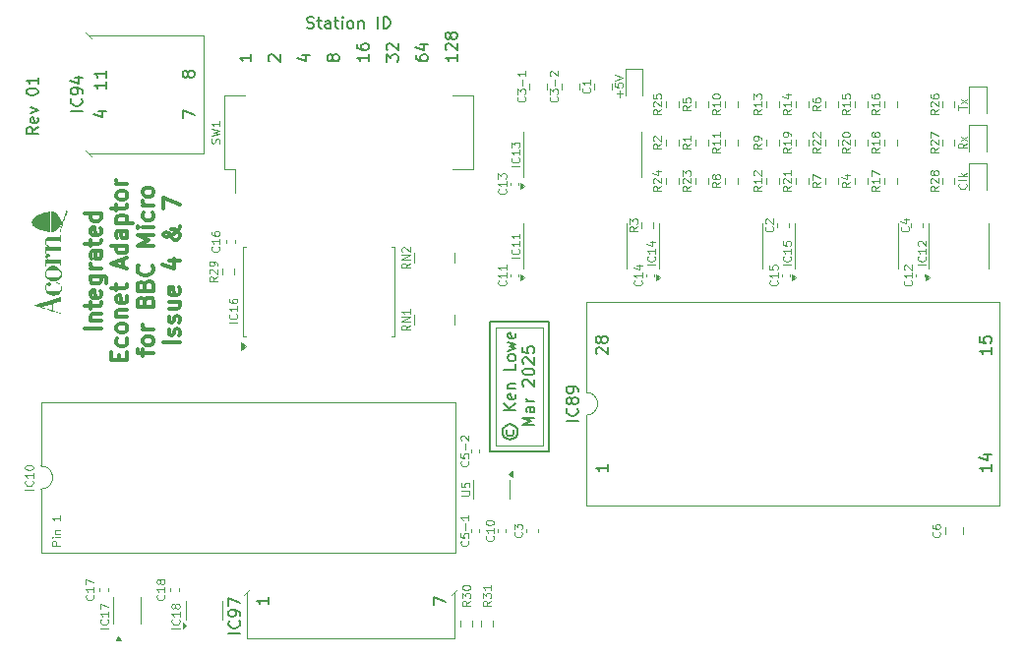
<source format=gbr>
%TF.GenerationSoftware,KiCad,Pcbnew,9.0.0*%
%TF.CreationDate,2025-03-24T16:34:57+00:00*%
%TF.ProjectId,SimplifiedInstallModule,53696d70-6c69-4666-9965-64496e737461,01*%
%TF.SameCoordinates,Original*%
%TF.FileFunction,Legend,Top*%
%TF.FilePolarity,Positive*%
%FSLAX46Y46*%
G04 Gerber Fmt 4.6, Leading zero omitted, Abs format (unit mm)*
G04 Created by KiCad (PCBNEW 9.0.0) date 2025-03-24 16:34:57*
%MOMM*%
%LPD*%
G01*
G04 APERTURE LIST*
%ADD10C,0.200000*%
%ADD11C,0.120000*%
%ADD12C,0.100000*%
%ADD13C,0.150000*%
%ADD14C,0.300000*%
%ADD15C,0.000000*%
G04 APERTURE END LIST*
D10*
X143918857Y-92857621D02*
X143918857Y-104033621D01*
D11*
X147103857Y-108732621D02*
X147103857Y-100969621D01*
D12*
X114210857Y-78379621D02*
X114210857Y-68219621D01*
D11*
X139346857Y-103525621D02*
X143410857Y-103525621D01*
X135800857Y-120162621D02*
X135800857Y-116209621D01*
D12*
X104558857Y-78633621D02*
X104050857Y-78125621D01*
D11*
X147103857Y-98969621D02*
X147103857Y-91206621D01*
X182663857Y-108732621D02*
X147103857Y-108732621D01*
X182663857Y-108732621D02*
X182663857Y-91206621D01*
D12*
X104558857Y-68473621D02*
X104050857Y-67965621D01*
D11*
X147103857Y-98969621D02*
G75*
G02*
X147103857Y-100969579I43J-999979D01*
G01*
X143410857Y-103525621D02*
X143410857Y-93365621D01*
X117639857Y-116463621D02*
X118147857Y-115955621D01*
X135546857Y-116463621D02*
X136054857Y-115955621D01*
X117893857Y-120162621D02*
X135800857Y-120162621D01*
X139346857Y-93365621D02*
X139346857Y-103525621D01*
D10*
X138838857Y-104033621D02*
X138838857Y-92857621D01*
X138838857Y-92857621D02*
X143918857Y-92857621D01*
X143918857Y-104033621D02*
X138838857Y-104033621D01*
D11*
X182663857Y-91206621D02*
X147103857Y-91206621D01*
D12*
X114210857Y-68219621D02*
X104304857Y-68219621D01*
X114210857Y-78379621D02*
X104304857Y-78379621D01*
D11*
X143410857Y-93365621D02*
X139346857Y-93365621D01*
X117893857Y-120162621D02*
X117893857Y-116209621D01*
D13*
X146415676Y-101422001D02*
X145415676Y-101422001D01*
X146320437Y-100374383D02*
X146368057Y-100422002D01*
X146368057Y-100422002D02*
X146415676Y-100564859D01*
X146415676Y-100564859D02*
X146415676Y-100660097D01*
X146415676Y-100660097D02*
X146368057Y-100802954D01*
X146368057Y-100802954D02*
X146272818Y-100898192D01*
X146272818Y-100898192D02*
X146177580Y-100945811D01*
X146177580Y-100945811D02*
X145987104Y-100993430D01*
X145987104Y-100993430D02*
X145844247Y-100993430D01*
X145844247Y-100993430D02*
X145653771Y-100945811D01*
X145653771Y-100945811D02*
X145558533Y-100898192D01*
X145558533Y-100898192D02*
X145463295Y-100802954D01*
X145463295Y-100802954D02*
X145415676Y-100660097D01*
X145415676Y-100660097D02*
X145415676Y-100564859D01*
X145415676Y-100564859D02*
X145463295Y-100422002D01*
X145463295Y-100422002D02*
X145510914Y-100374383D01*
X145844247Y-99802954D02*
X145796628Y-99898192D01*
X145796628Y-99898192D02*
X145749009Y-99945811D01*
X145749009Y-99945811D02*
X145653771Y-99993430D01*
X145653771Y-99993430D02*
X145606152Y-99993430D01*
X145606152Y-99993430D02*
X145510914Y-99945811D01*
X145510914Y-99945811D02*
X145463295Y-99898192D01*
X145463295Y-99898192D02*
X145415676Y-99802954D01*
X145415676Y-99802954D02*
X145415676Y-99612478D01*
X145415676Y-99612478D02*
X145463295Y-99517240D01*
X145463295Y-99517240D02*
X145510914Y-99469621D01*
X145510914Y-99469621D02*
X145606152Y-99422002D01*
X145606152Y-99422002D02*
X145653771Y-99422002D01*
X145653771Y-99422002D02*
X145749009Y-99469621D01*
X145749009Y-99469621D02*
X145796628Y-99517240D01*
X145796628Y-99517240D02*
X145844247Y-99612478D01*
X145844247Y-99612478D02*
X145844247Y-99802954D01*
X145844247Y-99802954D02*
X145891866Y-99898192D01*
X145891866Y-99898192D02*
X145939485Y-99945811D01*
X145939485Y-99945811D02*
X146034723Y-99993430D01*
X146034723Y-99993430D02*
X146225199Y-99993430D01*
X146225199Y-99993430D02*
X146320437Y-99945811D01*
X146320437Y-99945811D02*
X146368057Y-99898192D01*
X146368057Y-99898192D02*
X146415676Y-99802954D01*
X146415676Y-99802954D02*
X146415676Y-99612478D01*
X146415676Y-99612478D02*
X146368057Y-99517240D01*
X146368057Y-99517240D02*
X146320437Y-99469621D01*
X146320437Y-99469621D02*
X146225199Y-99422002D01*
X146225199Y-99422002D02*
X146034723Y-99422002D01*
X146034723Y-99422002D02*
X145939485Y-99469621D01*
X145939485Y-99469621D02*
X145891866Y-99517240D01*
X145891866Y-99517240D02*
X145844247Y-99612478D01*
X146415676Y-98945811D02*
X146415676Y-98755335D01*
X146415676Y-98755335D02*
X146368057Y-98660097D01*
X146368057Y-98660097D02*
X146320437Y-98612478D01*
X146320437Y-98612478D02*
X146177580Y-98517240D01*
X146177580Y-98517240D02*
X145987104Y-98469621D01*
X145987104Y-98469621D02*
X145606152Y-98469621D01*
X145606152Y-98469621D02*
X145510914Y-98517240D01*
X145510914Y-98517240D02*
X145463295Y-98564859D01*
X145463295Y-98564859D02*
X145415676Y-98660097D01*
X145415676Y-98660097D02*
X145415676Y-98850573D01*
X145415676Y-98850573D02*
X145463295Y-98945811D01*
X145463295Y-98945811D02*
X145510914Y-98993430D01*
X145510914Y-98993430D02*
X145606152Y-99041049D01*
X145606152Y-99041049D02*
X145844247Y-99041049D01*
X145844247Y-99041049D02*
X145939485Y-98993430D01*
X145939485Y-98993430D02*
X145987104Y-98945811D01*
X145987104Y-98945811D02*
X146034723Y-98850573D01*
X146034723Y-98850573D02*
X146034723Y-98660097D01*
X146034723Y-98660097D02*
X145987104Y-98564859D01*
X145987104Y-98564859D02*
X145939485Y-98517240D01*
X145939485Y-98517240D02*
X145844247Y-98469621D01*
D14*
X105366040Y-93506288D02*
X103966040Y-93506288D01*
X104432707Y-92839621D02*
X105366040Y-92839621D01*
X104566040Y-92839621D02*
X104499374Y-92772955D01*
X104499374Y-92772955D02*
X104432707Y-92639621D01*
X104432707Y-92639621D02*
X104432707Y-92439621D01*
X104432707Y-92439621D02*
X104499374Y-92306288D01*
X104499374Y-92306288D02*
X104632707Y-92239621D01*
X104632707Y-92239621D02*
X105366040Y-92239621D01*
X104432707Y-91772954D02*
X104432707Y-91239621D01*
X103966040Y-91572954D02*
X105166040Y-91572954D01*
X105166040Y-91572954D02*
X105299374Y-91506288D01*
X105299374Y-91506288D02*
X105366040Y-91372954D01*
X105366040Y-91372954D02*
X105366040Y-91239621D01*
X105299374Y-90239621D02*
X105366040Y-90372954D01*
X105366040Y-90372954D02*
X105366040Y-90639621D01*
X105366040Y-90639621D02*
X105299374Y-90772954D01*
X105299374Y-90772954D02*
X105166040Y-90839621D01*
X105166040Y-90839621D02*
X104632707Y-90839621D01*
X104632707Y-90839621D02*
X104499374Y-90772954D01*
X104499374Y-90772954D02*
X104432707Y-90639621D01*
X104432707Y-90639621D02*
X104432707Y-90372954D01*
X104432707Y-90372954D02*
X104499374Y-90239621D01*
X104499374Y-90239621D02*
X104632707Y-90172954D01*
X104632707Y-90172954D02*
X104766040Y-90172954D01*
X104766040Y-90172954D02*
X104899374Y-90839621D01*
X104432707Y-88972954D02*
X105566040Y-88972954D01*
X105566040Y-88972954D02*
X105699374Y-89039621D01*
X105699374Y-89039621D02*
X105766040Y-89106288D01*
X105766040Y-89106288D02*
X105832707Y-89239621D01*
X105832707Y-89239621D02*
X105832707Y-89439621D01*
X105832707Y-89439621D02*
X105766040Y-89572954D01*
X105299374Y-88972954D02*
X105366040Y-89106288D01*
X105366040Y-89106288D02*
X105366040Y-89372954D01*
X105366040Y-89372954D02*
X105299374Y-89506288D01*
X105299374Y-89506288D02*
X105232707Y-89572954D01*
X105232707Y-89572954D02*
X105099374Y-89639621D01*
X105099374Y-89639621D02*
X104699374Y-89639621D01*
X104699374Y-89639621D02*
X104566040Y-89572954D01*
X104566040Y-89572954D02*
X104499374Y-89506288D01*
X104499374Y-89506288D02*
X104432707Y-89372954D01*
X104432707Y-89372954D02*
X104432707Y-89106288D01*
X104432707Y-89106288D02*
X104499374Y-88972954D01*
X105366040Y-88306287D02*
X104432707Y-88306287D01*
X104699374Y-88306287D02*
X104566040Y-88239621D01*
X104566040Y-88239621D02*
X104499374Y-88172954D01*
X104499374Y-88172954D02*
X104432707Y-88039621D01*
X104432707Y-88039621D02*
X104432707Y-87906287D01*
X105366040Y-86839620D02*
X104632707Y-86839620D01*
X104632707Y-86839620D02*
X104499374Y-86906287D01*
X104499374Y-86906287D02*
X104432707Y-87039620D01*
X104432707Y-87039620D02*
X104432707Y-87306287D01*
X104432707Y-87306287D02*
X104499374Y-87439620D01*
X105299374Y-86839620D02*
X105366040Y-86972954D01*
X105366040Y-86972954D02*
X105366040Y-87306287D01*
X105366040Y-87306287D02*
X105299374Y-87439620D01*
X105299374Y-87439620D02*
X105166040Y-87506287D01*
X105166040Y-87506287D02*
X105032707Y-87506287D01*
X105032707Y-87506287D02*
X104899374Y-87439620D01*
X104899374Y-87439620D02*
X104832707Y-87306287D01*
X104832707Y-87306287D02*
X104832707Y-86972954D01*
X104832707Y-86972954D02*
X104766040Y-86839620D01*
X104432707Y-86372953D02*
X104432707Y-85839620D01*
X103966040Y-86172953D02*
X105166040Y-86172953D01*
X105166040Y-86172953D02*
X105299374Y-86106287D01*
X105299374Y-86106287D02*
X105366040Y-85972953D01*
X105366040Y-85972953D02*
X105366040Y-85839620D01*
X105299374Y-84839620D02*
X105366040Y-84972953D01*
X105366040Y-84972953D02*
X105366040Y-85239620D01*
X105366040Y-85239620D02*
X105299374Y-85372953D01*
X105299374Y-85372953D02*
X105166040Y-85439620D01*
X105166040Y-85439620D02*
X104632707Y-85439620D01*
X104632707Y-85439620D02*
X104499374Y-85372953D01*
X104499374Y-85372953D02*
X104432707Y-85239620D01*
X104432707Y-85239620D02*
X104432707Y-84972953D01*
X104432707Y-84972953D02*
X104499374Y-84839620D01*
X104499374Y-84839620D02*
X104632707Y-84772953D01*
X104632707Y-84772953D02*
X104766040Y-84772953D01*
X104766040Y-84772953D02*
X104899374Y-85439620D01*
X105366040Y-83572953D02*
X103966040Y-83572953D01*
X105299374Y-83572953D02*
X105366040Y-83706287D01*
X105366040Y-83706287D02*
X105366040Y-83972953D01*
X105366040Y-83972953D02*
X105299374Y-84106287D01*
X105299374Y-84106287D02*
X105232707Y-84172953D01*
X105232707Y-84172953D02*
X105099374Y-84239620D01*
X105099374Y-84239620D02*
X104699374Y-84239620D01*
X104699374Y-84239620D02*
X104566040Y-84172953D01*
X104566040Y-84172953D02*
X104499374Y-84106287D01*
X104499374Y-84106287D02*
X104432707Y-83972953D01*
X104432707Y-83972953D02*
X104432707Y-83706287D01*
X104432707Y-83706287D02*
X104499374Y-83572953D01*
X106886629Y-96206288D02*
X106886629Y-95739622D01*
X107619962Y-95539622D02*
X107619962Y-96206288D01*
X107619962Y-96206288D02*
X106219962Y-96206288D01*
X106219962Y-96206288D02*
X106219962Y-95539622D01*
X107553296Y-94339621D02*
X107619962Y-94472955D01*
X107619962Y-94472955D02*
X107619962Y-94739621D01*
X107619962Y-94739621D02*
X107553296Y-94872955D01*
X107553296Y-94872955D02*
X107486629Y-94939621D01*
X107486629Y-94939621D02*
X107353296Y-95006288D01*
X107353296Y-95006288D02*
X106953296Y-95006288D01*
X106953296Y-95006288D02*
X106819962Y-94939621D01*
X106819962Y-94939621D02*
X106753296Y-94872955D01*
X106753296Y-94872955D02*
X106686629Y-94739621D01*
X106686629Y-94739621D02*
X106686629Y-94472955D01*
X106686629Y-94472955D02*
X106753296Y-94339621D01*
X107619962Y-93539621D02*
X107553296Y-93672955D01*
X107553296Y-93672955D02*
X107486629Y-93739621D01*
X107486629Y-93739621D02*
X107353296Y-93806288D01*
X107353296Y-93806288D02*
X106953296Y-93806288D01*
X106953296Y-93806288D02*
X106819962Y-93739621D01*
X106819962Y-93739621D02*
X106753296Y-93672955D01*
X106753296Y-93672955D02*
X106686629Y-93539621D01*
X106686629Y-93539621D02*
X106686629Y-93339621D01*
X106686629Y-93339621D02*
X106753296Y-93206288D01*
X106753296Y-93206288D02*
X106819962Y-93139621D01*
X106819962Y-93139621D02*
X106953296Y-93072955D01*
X106953296Y-93072955D02*
X107353296Y-93072955D01*
X107353296Y-93072955D02*
X107486629Y-93139621D01*
X107486629Y-93139621D02*
X107553296Y-93206288D01*
X107553296Y-93206288D02*
X107619962Y-93339621D01*
X107619962Y-93339621D02*
X107619962Y-93539621D01*
X106686629Y-92472954D02*
X107619962Y-92472954D01*
X106819962Y-92472954D02*
X106753296Y-92406288D01*
X106753296Y-92406288D02*
X106686629Y-92272954D01*
X106686629Y-92272954D02*
X106686629Y-92072954D01*
X106686629Y-92072954D02*
X106753296Y-91939621D01*
X106753296Y-91939621D02*
X106886629Y-91872954D01*
X106886629Y-91872954D02*
X107619962Y-91872954D01*
X107553296Y-90672954D02*
X107619962Y-90806287D01*
X107619962Y-90806287D02*
X107619962Y-91072954D01*
X107619962Y-91072954D02*
X107553296Y-91206287D01*
X107553296Y-91206287D02*
X107419962Y-91272954D01*
X107419962Y-91272954D02*
X106886629Y-91272954D01*
X106886629Y-91272954D02*
X106753296Y-91206287D01*
X106753296Y-91206287D02*
X106686629Y-91072954D01*
X106686629Y-91072954D02*
X106686629Y-90806287D01*
X106686629Y-90806287D02*
X106753296Y-90672954D01*
X106753296Y-90672954D02*
X106886629Y-90606287D01*
X106886629Y-90606287D02*
X107019962Y-90606287D01*
X107019962Y-90606287D02*
X107153296Y-91272954D01*
X106686629Y-90206287D02*
X106686629Y-89672954D01*
X106219962Y-90006287D02*
X107419962Y-90006287D01*
X107419962Y-90006287D02*
X107553296Y-89939621D01*
X107553296Y-89939621D02*
X107619962Y-89806287D01*
X107619962Y-89806287D02*
X107619962Y-89672954D01*
X107219962Y-88206287D02*
X107219962Y-87539620D01*
X107619962Y-88339620D02*
X106219962Y-87872954D01*
X106219962Y-87872954D02*
X107619962Y-87406287D01*
X107619962Y-86339620D02*
X106219962Y-86339620D01*
X107553296Y-86339620D02*
X107619962Y-86472954D01*
X107619962Y-86472954D02*
X107619962Y-86739620D01*
X107619962Y-86739620D02*
X107553296Y-86872954D01*
X107553296Y-86872954D02*
X107486629Y-86939620D01*
X107486629Y-86939620D02*
X107353296Y-87006287D01*
X107353296Y-87006287D02*
X106953296Y-87006287D01*
X106953296Y-87006287D02*
X106819962Y-86939620D01*
X106819962Y-86939620D02*
X106753296Y-86872954D01*
X106753296Y-86872954D02*
X106686629Y-86739620D01*
X106686629Y-86739620D02*
X106686629Y-86472954D01*
X106686629Y-86472954D02*
X106753296Y-86339620D01*
X107619962Y-85072953D02*
X106886629Y-85072953D01*
X106886629Y-85072953D02*
X106753296Y-85139620D01*
X106753296Y-85139620D02*
X106686629Y-85272953D01*
X106686629Y-85272953D02*
X106686629Y-85539620D01*
X106686629Y-85539620D02*
X106753296Y-85672953D01*
X107553296Y-85072953D02*
X107619962Y-85206287D01*
X107619962Y-85206287D02*
X107619962Y-85539620D01*
X107619962Y-85539620D02*
X107553296Y-85672953D01*
X107553296Y-85672953D02*
X107419962Y-85739620D01*
X107419962Y-85739620D02*
X107286629Y-85739620D01*
X107286629Y-85739620D02*
X107153296Y-85672953D01*
X107153296Y-85672953D02*
X107086629Y-85539620D01*
X107086629Y-85539620D02*
X107086629Y-85206287D01*
X107086629Y-85206287D02*
X107019962Y-85072953D01*
X106686629Y-84406286D02*
X108086629Y-84406286D01*
X106753296Y-84406286D02*
X106686629Y-84272953D01*
X106686629Y-84272953D02*
X106686629Y-84006286D01*
X106686629Y-84006286D02*
X106753296Y-83872953D01*
X106753296Y-83872953D02*
X106819962Y-83806286D01*
X106819962Y-83806286D02*
X106953296Y-83739620D01*
X106953296Y-83739620D02*
X107353296Y-83739620D01*
X107353296Y-83739620D02*
X107486629Y-83806286D01*
X107486629Y-83806286D02*
X107553296Y-83872953D01*
X107553296Y-83872953D02*
X107619962Y-84006286D01*
X107619962Y-84006286D02*
X107619962Y-84272953D01*
X107619962Y-84272953D02*
X107553296Y-84406286D01*
X106686629Y-83339619D02*
X106686629Y-82806286D01*
X106219962Y-83139619D02*
X107419962Y-83139619D01*
X107419962Y-83139619D02*
X107553296Y-83072953D01*
X107553296Y-83072953D02*
X107619962Y-82939619D01*
X107619962Y-82939619D02*
X107619962Y-82806286D01*
X107619962Y-82139619D02*
X107553296Y-82272953D01*
X107553296Y-82272953D02*
X107486629Y-82339619D01*
X107486629Y-82339619D02*
X107353296Y-82406286D01*
X107353296Y-82406286D02*
X106953296Y-82406286D01*
X106953296Y-82406286D02*
X106819962Y-82339619D01*
X106819962Y-82339619D02*
X106753296Y-82272953D01*
X106753296Y-82272953D02*
X106686629Y-82139619D01*
X106686629Y-82139619D02*
X106686629Y-81939619D01*
X106686629Y-81939619D02*
X106753296Y-81806286D01*
X106753296Y-81806286D02*
X106819962Y-81739619D01*
X106819962Y-81739619D02*
X106953296Y-81672953D01*
X106953296Y-81672953D02*
X107353296Y-81672953D01*
X107353296Y-81672953D02*
X107486629Y-81739619D01*
X107486629Y-81739619D02*
X107553296Y-81806286D01*
X107553296Y-81806286D02*
X107619962Y-81939619D01*
X107619962Y-81939619D02*
X107619962Y-82139619D01*
X107619962Y-81072952D02*
X106686629Y-81072952D01*
X106953296Y-81072952D02*
X106819962Y-81006286D01*
X106819962Y-81006286D02*
X106753296Y-80939619D01*
X106753296Y-80939619D02*
X106686629Y-80806286D01*
X106686629Y-80806286D02*
X106686629Y-80672952D01*
X108940551Y-95839621D02*
X108940551Y-95306288D01*
X109873884Y-95639621D02*
X108673884Y-95639621D01*
X108673884Y-95639621D02*
X108540551Y-95572955D01*
X108540551Y-95572955D02*
X108473884Y-95439621D01*
X108473884Y-95439621D02*
X108473884Y-95306288D01*
X109873884Y-94639621D02*
X109807218Y-94772955D01*
X109807218Y-94772955D02*
X109740551Y-94839621D01*
X109740551Y-94839621D02*
X109607218Y-94906288D01*
X109607218Y-94906288D02*
X109207218Y-94906288D01*
X109207218Y-94906288D02*
X109073884Y-94839621D01*
X109073884Y-94839621D02*
X109007218Y-94772955D01*
X109007218Y-94772955D02*
X108940551Y-94639621D01*
X108940551Y-94639621D02*
X108940551Y-94439621D01*
X108940551Y-94439621D02*
X109007218Y-94306288D01*
X109007218Y-94306288D02*
X109073884Y-94239621D01*
X109073884Y-94239621D02*
X109207218Y-94172955D01*
X109207218Y-94172955D02*
X109607218Y-94172955D01*
X109607218Y-94172955D02*
X109740551Y-94239621D01*
X109740551Y-94239621D02*
X109807218Y-94306288D01*
X109807218Y-94306288D02*
X109873884Y-94439621D01*
X109873884Y-94439621D02*
X109873884Y-94639621D01*
X109873884Y-93572954D02*
X108940551Y-93572954D01*
X109207218Y-93572954D02*
X109073884Y-93506288D01*
X109073884Y-93506288D02*
X109007218Y-93439621D01*
X109007218Y-93439621D02*
X108940551Y-93306288D01*
X108940551Y-93306288D02*
X108940551Y-93172954D01*
X109140551Y-91172954D02*
X109207218Y-90972954D01*
X109207218Y-90972954D02*
X109273884Y-90906287D01*
X109273884Y-90906287D02*
X109407218Y-90839620D01*
X109407218Y-90839620D02*
X109607218Y-90839620D01*
X109607218Y-90839620D02*
X109740551Y-90906287D01*
X109740551Y-90906287D02*
X109807218Y-90972954D01*
X109807218Y-90972954D02*
X109873884Y-91106287D01*
X109873884Y-91106287D02*
X109873884Y-91639620D01*
X109873884Y-91639620D02*
X108473884Y-91639620D01*
X108473884Y-91639620D02*
X108473884Y-91172954D01*
X108473884Y-91172954D02*
X108540551Y-91039620D01*
X108540551Y-91039620D02*
X108607218Y-90972954D01*
X108607218Y-90972954D02*
X108740551Y-90906287D01*
X108740551Y-90906287D02*
X108873884Y-90906287D01*
X108873884Y-90906287D02*
X109007218Y-90972954D01*
X109007218Y-90972954D02*
X109073884Y-91039620D01*
X109073884Y-91039620D02*
X109140551Y-91172954D01*
X109140551Y-91172954D02*
X109140551Y-91639620D01*
X109140551Y-89772954D02*
X109207218Y-89572954D01*
X109207218Y-89572954D02*
X109273884Y-89506287D01*
X109273884Y-89506287D02*
X109407218Y-89439620D01*
X109407218Y-89439620D02*
X109607218Y-89439620D01*
X109607218Y-89439620D02*
X109740551Y-89506287D01*
X109740551Y-89506287D02*
X109807218Y-89572954D01*
X109807218Y-89572954D02*
X109873884Y-89706287D01*
X109873884Y-89706287D02*
X109873884Y-90239620D01*
X109873884Y-90239620D02*
X108473884Y-90239620D01*
X108473884Y-90239620D02*
X108473884Y-89772954D01*
X108473884Y-89772954D02*
X108540551Y-89639620D01*
X108540551Y-89639620D02*
X108607218Y-89572954D01*
X108607218Y-89572954D02*
X108740551Y-89506287D01*
X108740551Y-89506287D02*
X108873884Y-89506287D01*
X108873884Y-89506287D02*
X109007218Y-89572954D01*
X109007218Y-89572954D02*
X109073884Y-89639620D01*
X109073884Y-89639620D02*
X109140551Y-89772954D01*
X109140551Y-89772954D02*
X109140551Y-90239620D01*
X109740551Y-88039620D02*
X109807218Y-88106287D01*
X109807218Y-88106287D02*
X109873884Y-88306287D01*
X109873884Y-88306287D02*
X109873884Y-88439620D01*
X109873884Y-88439620D02*
X109807218Y-88639620D01*
X109807218Y-88639620D02*
X109673884Y-88772954D01*
X109673884Y-88772954D02*
X109540551Y-88839620D01*
X109540551Y-88839620D02*
X109273884Y-88906287D01*
X109273884Y-88906287D02*
X109073884Y-88906287D01*
X109073884Y-88906287D02*
X108807218Y-88839620D01*
X108807218Y-88839620D02*
X108673884Y-88772954D01*
X108673884Y-88772954D02*
X108540551Y-88639620D01*
X108540551Y-88639620D02*
X108473884Y-88439620D01*
X108473884Y-88439620D02*
X108473884Y-88306287D01*
X108473884Y-88306287D02*
X108540551Y-88106287D01*
X108540551Y-88106287D02*
X108607218Y-88039620D01*
X109873884Y-86372953D02*
X108473884Y-86372953D01*
X108473884Y-86372953D02*
X109473884Y-85906287D01*
X109473884Y-85906287D02*
X108473884Y-85439620D01*
X108473884Y-85439620D02*
X109873884Y-85439620D01*
X109873884Y-84772953D02*
X108940551Y-84772953D01*
X108473884Y-84772953D02*
X108540551Y-84839620D01*
X108540551Y-84839620D02*
X108607218Y-84772953D01*
X108607218Y-84772953D02*
X108540551Y-84706287D01*
X108540551Y-84706287D02*
X108473884Y-84772953D01*
X108473884Y-84772953D02*
X108607218Y-84772953D01*
X109807218Y-83506286D02*
X109873884Y-83639620D01*
X109873884Y-83639620D02*
X109873884Y-83906286D01*
X109873884Y-83906286D02*
X109807218Y-84039620D01*
X109807218Y-84039620D02*
X109740551Y-84106286D01*
X109740551Y-84106286D02*
X109607218Y-84172953D01*
X109607218Y-84172953D02*
X109207218Y-84172953D01*
X109207218Y-84172953D02*
X109073884Y-84106286D01*
X109073884Y-84106286D02*
X109007218Y-84039620D01*
X109007218Y-84039620D02*
X108940551Y-83906286D01*
X108940551Y-83906286D02*
X108940551Y-83639620D01*
X108940551Y-83639620D02*
X109007218Y-83506286D01*
X109873884Y-82906286D02*
X108940551Y-82906286D01*
X109207218Y-82906286D02*
X109073884Y-82839620D01*
X109073884Y-82839620D02*
X109007218Y-82772953D01*
X109007218Y-82772953D02*
X108940551Y-82639620D01*
X108940551Y-82639620D02*
X108940551Y-82506286D01*
X109873884Y-81839619D02*
X109807218Y-81972953D01*
X109807218Y-81972953D02*
X109740551Y-82039619D01*
X109740551Y-82039619D02*
X109607218Y-82106286D01*
X109607218Y-82106286D02*
X109207218Y-82106286D01*
X109207218Y-82106286D02*
X109073884Y-82039619D01*
X109073884Y-82039619D02*
X109007218Y-81972953D01*
X109007218Y-81972953D02*
X108940551Y-81839619D01*
X108940551Y-81839619D02*
X108940551Y-81639619D01*
X108940551Y-81639619D02*
X109007218Y-81506286D01*
X109007218Y-81506286D02*
X109073884Y-81439619D01*
X109073884Y-81439619D02*
X109207218Y-81372953D01*
X109207218Y-81372953D02*
X109607218Y-81372953D01*
X109607218Y-81372953D02*
X109740551Y-81439619D01*
X109740551Y-81439619D02*
X109807218Y-81506286D01*
X109807218Y-81506286D02*
X109873884Y-81639619D01*
X109873884Y-81639619D02*
X109873884Y-81839619D01*
X112127806Y-94706287D02*
X110727806Y-94706287D01*
X112061140Y-94106287D02*
X112127806Y-93972954D01*
X112127806Y-93972954D02*
X112127806Y-93706287D01*
X112127806Y-93706287D02*
X112061140Y-93572954D01*
X112061140Y-93572954D02*
X111927806Y-93506287D01*
X111927806Y-93506287D02*
X111861140Y-93506287D01*
X111861140Y-93506287D02*
X111727806Y-93572954D01*
X111727806Y-93572954D02*
X111661140Y-93706287D01*
X111661140Y-93706287D02*
X111661140Y-93906287D01*
X111661140Y-93906287D02*
X111594473Y-94039620D01*
X111594473Y-94039620D02*
X111461140Y-94106287D01*
X111461140Y-94106287D02*
X111394473Y-94106287D01*
X111394473Y-94106287D02*
X111261140Y-94039620D01*
X111261140Y-94039620D02*
X111194473Y-93906287D01*
X111194473Y-93906287D02*
X111194473Y-93706287D01*
X111194473Y-93706287D02*
X111261140Y-93572954D01*
X112061140Y-92972954D02*
X112127806Y-92839621D01*
X112127806Y-92839621D02*
X112127806Y-92572954D01*
X112127806Y-92572954D02*
X112061140Y-92439621D01*
X112061140Y-92439621D02*
X111927806Y-92372954D01*
X111927806Y-92372954D02*
X111861140Y-92372954D01*
X111861140Y-92372954D02*
X111727806Y-92439621D01*
X111727806Y-92439621D02*
X111661140Y-92572954D01*
X111661140Y-92572954D02*
X111661140Y-92772954D01*
X111661140Y-92772954D02*
X111594473Y-92906287D01*
X111594473Y-92906287D02*
X111461140Y-92972954D01*
X111461140Y-92972954D02*
X111394473Y-92972954D01*
X111394473Y-92972954D02*
X111261140Y-92906287D01*
X111261140Y-92906287D02*
X111194473Y-92772954D01*
X111194473Y-92772954D02*
X111194473Y-92572954D01*
X111194473Y-92572954D02*
X111261140Y-92439621D01*
X111194473Y-91172954D02*
X112127806Y-91172954D01*
X111194473Y-91772954D02*
X111927806Y-91772954D01*
X111927806Y-91772954D02*
X112061140Y-91706288D01*
X112061140Y-91706288D02*
X112127806Y-91572954D01*
X112127806Y-91572954D02*
X112127806Y-91372954D01*
X112127806Y-91372954D02*
X112061140Y-91239621D01*
X112061140Y-91239621D02*
X111994473Y-91172954D01*
X112061140Y-89972954D02*
X112127806Y-90106287D01*
X112127806Y-90106287D02*
X112127806Y-90372954D01*
X112127806Y-90372954D02*
X112061140Y-90506287D01*
X112061140Y-90506287D02*
X111927806Y-90572954D01*
X111927806Y-90572954D02*
X111394473Y-90572954D01*
X111394473Y-90572954D02*
X111261140Y-90506287D01*
X111261140Y-90506287D02*
X111194473Y-90372954D01*
X111194473Y-90372954D02*
X111194473Y-90106287D01*
X111194473Y-90106287D02*
X111261140Y-89972954D01*
X111261140Y-89972954D02*
X111394473Y-89906287D01*
X111394473Y-89906287D02*
X111527806Y-89906287D01*
X111527806Y-89906287D02*
X111661140Y-90572954D01*
X111194473Y-87639620D02*
X112127806Y-87639620D01*
X110661140Y-87972954D02*
X111661140Y-88306287D01*
X111661140Y-88306287D02*
X111661140Y-87439620D01*
X112127806Y-84706287D02*
X112127806Y-84772954D01*
X112127806Y-84772954D02*
X112061140Y-84906287D01*
X112061140Y-84906287D02*
X111861140Y-85106287D01*
X111861140Y-85106287D02*
X111461140Y-85439620D01*
X111461140Y-85439620D02*
X111261140Y-85572954D01*
X111261140Y-85572954D02*
X111061140Y-85639620D01*
X111061140Y-85639620D02*
X110927806Y-85639620D01*
X110927806Y-85639620D02*
X110794473Y-85572954D01*
X110794473Y-85572954D02*
X110727806Y-85439620D01*
X110727806Y-85439620D02*
X110727806Y-85372954D01*
X110727806Y-85372954D02*
X110794473Y-85239620D01*
X110794473Y-85239620D02*
X110927806Y-85172954D01*
X110927806Y-85172954D02*
X110994473Y-85172954D01*
X110994473Y-85172954D02*
X111127806Y-85239620D01*
X111127806Y-85239620D02*
X111194473Y-85306287D01*
X111194473Y-85306287D02*
X111461140Y-85706287D01*
X111461140Y-85706287D02*
X111527806Y-85772954D01*
X111527806Y-85772954D02*
X111661140Y-85839620D01*
X111661140Y-85839620D02*
X111861140Y-85839620D01*
X111861140Y-85839620D02*
X111994473Y-85772954D01*
X111994473Y-85772954D02*
X112061140Y-85706287D01*
X112061140Y-85706287D02*
X112127806Y-85572954D01*
X112127806Y-85572954D02*
X112127806Y-85372954D01*
X112127806Y-85372954D02*
X112061140Y-85239620D01*
X112061140Y-85239620D02*
X111994473Y-85172954D01*
X111994473Y-85172954D02*
X111727806Y-84972954D01*
X111727806Y-84972954D02*
X111527806Y-84906287D01*
X111527806Y-84906287D02*
X111394473Y-84906287D01*
X110727806Y-83172954D02*
X110727806Y-82239620D01*
X110727806Y-82239620D02*
X112127806Y-82839620D01*
D13*
X128381676Y-69899032D02*
X128381676Y-70470460D01*
X128381676Y-70184746D02*
X127381676Y-70184746D01*
X127381676Y-70184746D02*
X127524533Y-70279984D01*
X127524533Y-70279984D02*
X127619771Y-70375222D01*
X127619771Y-70375222D02*
X127667390Y-70470460D01*
X127381676Y-69041889D02*
X127381676Y-69232365D01*
X127381676Y-69232365D02*
X127429295Y-69327603D01*
X127429295Y-69327603D02*
X127476914Y-69375222D01*
X127476914Y-69375222D02*
X127619771Y-69470460D01*
X127619771Y-69470460D02*
X127810247Y-69518079D01*
X127810247Y-69518079D02*
X128191199Y-69518079D01*
X128191199Y-69518079D02*
X128286437Y-69470460D01*
X128286437Y-69470460D02*
X128334057Y-69422841D01*
X128334057Y-69422841D02*
X128381676Y-69327603D01*
X128381676Y-69327603D02*
X128381676Y-69137127D01*
X128381676Y-69137127D02*
X128334057Y-69041889D01*
X128334057Y-69041889D02*
X128286437Y-68994270D01*
X128286437Y-68994270D02*
X128191199Y-68946651D01*
X128191199Y-68946651D02*
X127953104Y-68946651D01*
X127953104Y-68946651D02*
X127857866Y-68994270D01*
X127857866Y-68994270D02*
X127810247Y-69041889D01*
X127810247Y-69041889D02*
X127762628Y-69137127D01*
X127762628Y-69137127D02*
X127762628Y-69327603D01*
X127762628Y-69327603D02*
X127810247Y-69422841D01*
X127810247Y-69422841D02*
X127857866Y-69470460D01*
X127857866Y-69470460D02*
X127953104Y-69518079D01*
X112824247Y-71683733D02*
X112776628Y-71778971D01*
X112776628Y-71778971D02*
X112729009Y-71826590D01*
X112729009Y-71826590D02*
X112633771Y-71874209D01*
X112633771Y-71874209D02*
X112586152Y-71874209D01*
X112586152Y-71874209D02*
X112490914Y-71826590D01*
X112490914Y-71826590D02*
X112443295Y-71778971D01*
X112443295Y-71778971D02*
X112395676Y-71683733D01*
X112395676Y-71683733D02*
X112395676Y-71493257D01*
X112395676Y-71493257D02*
X112443295Y-71398019D01*
X112443295Y-71398019D02*
X112490914Y-71350400D01*
X112490914Y-71350400D02*
X112586152Y-71302781D01*
X112586152Y-71302781D02*
X112633771Y-71302781D01*
X112633771Y-71302781D02*
X112729009Y-71350400D01*
X112729009Y-71350400D02*
X112776628Y-71398019D01*
X112776628Y-71398019D02*
X112824247Y-71493257D01*
X112824247Y-71493257D02*
X112824247Y-71683733D01*
X112824247Y-71683733D02*
X112871866Y-71778971D01*
X112871866Y-71778971D02*
X112919485Y-71826590D01*
X112919485Y-71826590D02*
X113014723Y-71874209D01*
X113014723Y-71874209D02*
X113205199Y-71874209D01*
X113205199Y-71874209D02*
X113300437Y-71826590D01*
X113300437Y-71826590D02*
X113348057Y-71778971D01*
X113348057Y-71778971D02*
X113395676Y-71683733D01*
X113395676Y-71683733D02*
X113395676Y-71493257D01*
X113395676Y-71493257D02*
X113348057Y-71398019D01*
X113348057Y-71398019D02*
X113300437Y-71350400D01*
X113300437Y-71350400D02*
X113205199Y-71302781D01*
X113205199Y-71302781D02*
X113014723Y-71302781D01*
X113014723Y-71302781D02*
X112919485Y-71350400D01*
X112919485Y-71350400D02*
X112871866Y-71398019D01*
X112871866Y-71398019D02*
X112824247Y-71493257D01*
D12*
X149993823Y-73557621D02*
X149993823Y-73024288D01*
X150260490Y-73290954D02*
X149727157Y-73290954D01*
X149560490Y-72357621D02*
X149560490Y-72690954D01*
X149560490Y-72690954D02*
X149893823Y-72724287D01*
X149893823Y-72724287D02*
X149860490Y-72690954D01*
X149860490Y-72690954D02*
X149827157Y-72624287D01*
X149827157Y-72624287D02*
X149827157Y-72457621D01*
X149827157Y-72457621D02*
X149860490Y-72390954D01*
X149860490Y-72390954D02*
X149893823Y-72357621D01*
X149893823Y-72357621D02*
X149960490Y-72324287D01*
X149960490Y-72324287D02*
X150127157Y-72324287D01*
X150127157Y-72324287D02*
X150193823Y-72357621D01*
X150193823Y-72357621D02*
X150227157Y-72390954D01*
X150227157Y-72390954D02*
X150260490Y-72457621D01*
X150260490Y-72457621D02*
X150260490Y-72624287D01*
X150260490Y-72624287D02*
X150227157Y-72690954D01*
X150227157Y-72690954D02*
X150193823Y-72724287D01*
X149560490Y-72124287D02*
X150260490Y-71890954D01*
X150260490Y-71890954D02*
X149560490Y-71657620D01*
D13*
X105775676Y-72255162D02*
X105775676Y-72826590D01*
X105775676Y-72540876D02*
X104775676Y-72540876D01*
X104775676Y-72540876D02*
X104918533Y-72636114D01*
X104918533Y-72636114D02*
X105013771Y-72731352D01*
X105013771Y-72731352D02*
X105061390Y-72826590D01*
X105775676Y-71302781D02*
X105775676Y-71874209D01*
X105775676Y-71588495D02*
X104775676Y-71588495D01*
X104775676Y-71588495D02*
X104918533Y-71683733D01*
X104918533Y-71683733D02*
X105013771Y-71778971D01*
X105013771Y-71778971D02*
X105061390Y-71874209D01*
X148050914Y-95686590D02*
X148003295Y-95638971D01*
X148003295Y-95638971D02*
X147955676Y-95543733D01*
X147955676Y-95543733D02*
X147955676Y-95305638D01*
X147955676Y-95305638D02*
X148003295Y-95210400D01*
X148003295Y-95210400D02*
X148050914Y-95162781D01*
X148050914Y-95162781D02*
X148146152Y-95115162D01*
X148146152Y-95115162D02*
X148241390Y-95115162D01*
X148241390Y-95115162D02*
X148384247Y-95162781D01*
X148384247Y-95162781D02*
X148955676Y-95734209D01*
X148955676Y-95734209D02*
X148955676Y-95115162D01*
X148384247Y-94543733D02*
X148336628Y-94638971D01*
X148336628Y-94638971D02*
X148289009Y-94686590D01*
X148289009Y-94686590D02*
X148193771Y-94734209D01*
X148193771Y-94734209D02*
X148146152Y-94734209D01*
X148146152Y-94734209D02*
X148050914Y-94686590D01*
X148050914Y-94686590D02*
X148003295Y-94638971D01*
X148003295Y-94638971D02*
X147955676Y-94543733D01*
X147955676Y-94543733D02*
X147955676Y-94353257D01*
X147955676Y-94353257D02*
X148003295Y-94258019D01*
X148003295Y-94258019D02*
X148050914Y-94210400D01*
X148050914Y-94210400D02*
X148146152Y-94162781D01*
X148146152Y-94162781D02*
X148193771Y-94162781D01*
X148193771Y-94162781D02*
X148289009Y-94210400D01*
X148289009Y-94210400D02*
X148336628Y-94258019D01*
X148336628Y-94258019D02*
X148384247Y-94353257D01*
X148384247Y-94353257D02*
X148384247Y-94543733D01*
X148384247Y-94543733D02*
X148431866Y-94638971D01*
X148431866Y-94638971D02*
X148479485Y-94686590D01*
X148479485Y-94686590D02*
X148574723Y-94734209D01*
X148574723Y-94734209D02*
X148765199Y-94734209D01*
X148765199Y-94734209D02*
X148860437Y-94686590D01*
X148860437Y-94686590D02*
X148908057Y-94638971D01*
X148908057Y-94638971D02*
X148955676Y-94543733D01*
X148955676Y-94543733D02*
X148955676Y-94353257D01*
X148955676Y-94353257D02*
X148908057Y-94258019D01*
X148908057Y-94258019D02*
X148860437Y-94210400D01*
X148860437Y-94210400D02*
X148765199Y-94162781D01*
X148765199Y-94162781D02*
X148574723Y-94162781D01*
X148574723Y-94162781D02*
X148479485Y-94210400D01*
X148479485Y-94210400D02*
X148431866Y-94258019D01*
X148431866Y-94258019D02*
X148384247Y-94353257D01*
X125270247Y-70279984D02*
X125222628Y-70375222D01*
X125222628Y-70375222D02*
X125175009Y-70422841D01*
X125175009Y-70422841D02*
X125079771Y-70470460D01*
X125079771Y-70470460D02*
X125032152Y-70470460D01*
X125032152Y-70470460D02*
X124936914Y-70422841D01*
X124936914Y-70422841D02*
X124889295Y-70375222D01*
X124889295Y-70375222D02*
X124841676Y-70279984D01*
X124841676Y-70279984D02*
X124841676Y-70089508D01*
X124841676Y-70089508D02*
X124889295Y-69994270D01*
X124889295Y-69994270D02*
X124936914Y-69946651D01*
X124936914Y-69946651D02*
X125032152Y-69899032D01*
X125032152Y-69899032D02*
X125079771Y-69899032D01*
X125079771Y-69899032D02*
X125175009Y-69946651D01*
X125175009Y-69946651D02*
X125222628Y-69994270D01*
X125222628Y-69994270D02*
X125270247Y-70089508D01*
X125270247Y-70089508D02*
X125270247Y-70279984D01*
X125270247Y-70279984D02*
X125317866Y-70375222D01*
X125317866Y-70375222D02*
X125365485Y-70422841D01*
X125365485Y-70422841D02*
X125460723Y-70470460D01*
X125460723Y-70470460D02*
X125651199Y-70470460D01*
X125651199Y-70470460D02*
X125746437Y-70422841D01*
X125746437Y-70422841D02*
X125794057Y-70375222D01*
X125794057Y-70375222D02*
X125841676Y-70279984D01*
X125841676Y-70279984D02*
X125841676Y-70089508D01*
X125841676Y-70089508D02*
X125794057Y-69994270D01*
X125794057Y-69994270D02*
X125746437Y-69946651D01*
X125746437Y-69946651D02*
X125651199Y-69899032D01*
X125651199Y-69899032D02*
X125460723Y-69899032D01*
X125460723Y-69899032D02*
X125365485Y-69946651D01*
X125365485Y-69946651D02*
X125317866Y-69994270D01*
X125317866Y-69994270D02*
X125270247Y-70089508D01*
X133985676Y-117254079D02*
X133985676Y-116587413D01*
X133985676Y-116587413D02*
X134985676Y-117015984D01*
X181975676Y-95115162D02*
X181975676Y-95686590D01*
X181975676Y-95400876D02*
X180975676Y-95400876D01*
X180975676Y-95400876D02*
X181118533Y-95496114D01*
X181118533Y-95496114D02*
X181213771Y-95591352D01*
X181213771Y-95591352D02*
X181261390Y-95686590D01*
X180975676Y-94210400D02*
X180975676Y-94686590D01*
X180975676Y-94686590D02*
X181451866Y-94734209D01*
X181451866Y-94734209D02*
X181404247Y-94686590D01*
X181404247Y-94686590D02*
X181356628Y-94591352D01*
X181356628Y-94591352D02*
X181356628Y-94353257D01*
X181356628Y-94353257D02*
X181404247Y-94258019D01*
X181404247Y-94258019D02*
X181451866Y-94210400D01*
X181451866Y-94210400D02*
X181547104Y-94162781D01*
X181547104Y-94162781D02*
X181785199Y-94162781D01*
X181785199Y-94162781D02*
X181880437Y-94210400D01*
X181880437Y-94210400D02*
X181928057Y-94258019D01*
X181928057Y-94258019D02*
X181975676Y-94353257D01*
X181975676Y-94353257D02*
X181975676Y-94591352D01*
X181975676Y-94591352D02*
X181928057Y-94686590D01*
X181928057Y-94686590D02*
X181880437Y-94734209D01*
X123085428Y-67610821D02*
X123228285Y-67658440D01*
X123228285Y-67658440D02*
X123466380Y-67658440D01*
X123466380Y-67658440D02*
X123561618Y-67610821D01*
X123561618Y-67610821D02*
X123609237Y-67563201D01*
X123609237Y-67563201D02*
X123656856Y-67467963D01*
X123656856Y-67467963D02*
X123656856Y-67372725D01*
X123656856Y-67372725D02*
X123609237Y-67277487D01*
X123609237Y-67277487D02*
X123561618Y-67229868D01*
X123561618Y-67229868D02*
X123466380Y-67182249D01*
X123466380Y-67182249D02*
X123275904Y-67134630D01*
X123275904Y-67134630D02*
X123180666Y-67087011D01*
X123180666Y-67087011D02*
X123133047Y-67039392D01*
X123133047Y-67039392D02*
X123085428Y-66944154D01*
X123085428Y-66944154D02*
X123085428Y-66848916D01*
X123085428Y-66848916D02*
X123133047Y-66753678D01*
X123133047Y-66753678D02*
X123180666Y-66706059D01*
X123180666Y-66706059D02*
X123275904Y-66658440D01*
X123275904Y-66658440D02*
X123513999Y-66658440D01*
X123513999Y-66658440D02*
X123656856Y-66706059D01*
X123942571Y-66991773D02*
X124323523Y-66991773D01*
X124085428Y-66658440D02*
X124085428Y-67515582D01*
X124085428Y-67515582D02*
X124133047Y-67610821D01*
X124133047Y-67610821D02*
X124228285Y-67658440D01*
X124228285Y-67658440D02*
X124323523Y-67658440D01*
X125085428Y-67658440D02*
X125085428Y-67134630D01*
X125085428Y-67134630D02*
X125037809Y-67039392D01*
X125037809Y-67039392D02*
X124942571Y-66991773D01*
X124942571Y-66991773D02*
X124752095Y-66991773D01*
X124752095Y-66991773D02*
X124656857Y-67039392D01*
X125085428Y-67610821D02*
X124990190Y-67658440D01*
X124990190Y-67658440D02*
X124752095Y-67658440D01*
X124752095Y-67658440D02*
X124656857Y-67610821D01*
X124656857Y-67610821D02*
X124609238Y-67515582D01*
X124609238Y-67515582D02*
X124609238Y-67420344D01*
X124609238Y-67420344D02*
X124656857Y-67325106D01*
X124656857Y-67325106D02*
X124752095Y-67277487D01*
X124752095Y-67277487D02*
X124990190Y-67277487D01*
X124990190Y-67277487D02*
X125085428Y-67229868D01*
X125418762Y-66991773D02*
X125799714Y-66991773D01*
X125561619Y-66658440D02*
X125561619Y-67515582D01*
X125561619Y-67515582D02*
X125609238Y-67610821D01*
X125609238Y-67610821D02*
X125704476Y-67658440D01*
X125704476Y-67658440D02*
X125799714Y-67658440D01*
X126133048Y-67658440D02*
X126133048Y-66991773D01*
X126133048Y-66658440D02*
X126085429Y-66706059D01*
X126085429Y-66706059D02*
X126133048Y-66753678D01*
X126133048Y-66753678D02*
X126180667Y-66706059D01*
X126180667Y-66706059D02*
X126133048Y-66658440D01*
X126133048Y-66658440D02*
X126133048Y-66753678D01*
X126752095Y-67658440D02*
X126656857Y-67610821D01*
X126656857Y-67610821D02*
X126609238Y-67563201D01*
X126609238Y-67563201D02*
X126561619Y-67467963D01*
X126561619Y-67467963D02*
X126561619Y-67182249D01*
X126561619Y-67182249D02*
X126609238Y-67087011D01*
X126609238Y-67087011D02*
X126656857Y-67039392D01*
X126656857Y-67039392D02*
X126752095Y-66991773D01*
X126752095Y-66991773D02*
X126894952Y-66991773D01*
X126894952Y-66991773D02*
X126990190Y-67039392D01*
X126990190Y-67039392D02*
X127037809Y-67087011D01*
X127037809Y-67087011D02*
X127085428Y-67182249D01*
X127085428Y-67182249D02*
X127085428Y-67467963D01*
X127085428Y-67467963D02*
X127037809Y-67563201D01*
X127037809Y-67563201D02*
X126990190Y-67610821D01*
X126990190Y-67610821D02*
X126894952Y-67658440D01*
X126894952Y-67658440D02*
X126752095Y-67658440D01*
X127514000Y-66991773D02*
X127514000Y-67658440D01*
X127514000Y-67087011D02*
X127561619Y-67039392D01*
X127561619Y-67039392D02*
X127656857Y-66991773D01*
X127656857Y-66991773D02*
X127799714Y-66991773D01*
X127799714Y-66991773D02*
X127894952Y-67039392D01*
X127894952Y-67039392D02*
X127942571Y-67134630D01*
X127942571Y-67134630D02*
X127942571Y-67658440D01*
X129180667Y-67658440D02*
X129180667Y-66658440D01*
X129656857Y-67658440D02*
X129656857Y-66658440D01*
X129656857Y-66658440D02*
X129894952Y-66658440D01*
X129894952Y-66658440D02*
X130037809Y-66706059D01*
X130037809Y-66706059D02*
X130133047Y-66801297D01*
X130133047Y-66801297D02*
X130180666Y-66896535D01*
X130180666Y-66896535D02*
X130228285Y-67087011D01*
X130228285Y-67087011D02*
X130228285Y-67229868D01*
X130228285Y-67229868D02*
X130180666Y-67420344D01*
X130180666Y-67420344D02*
X130133047Y-67515582D01*
X130133047Y-67515582D02*
X130037809Y-67610821D01*
X130037809Y-67610821D02*
X129894952Y-67658440D01*
X129894952Y-67658440D02*
X129656857Y-67658440D01*
X132461676Y-69994270D02*
X132461676Y-70184746D01*
X132461676Y-70184746D02*
X132509295Y-70279984D01*
X132509295Y-70279984D02*
X132556914Y-70327603D01*
X132556914Y-70327603D02*
X132699771Y-70422841D01*
X132699771Y-70422841D02*
X132890247Y-70470460D01*
X132890247Y-70470460D02*
X133271199Y-70470460D01*
X133271199Y-70470460D02*
X133366437Y-70422841D01*
X133366437Y-70422841D02*
X133414057Y-70375222D01*
X133414057Y-70375222D02*
X133461676Y-70279984D01*
X133461676Y-70279984D02*
X133461676Y-70089508D01*
X133461676Y-70089508D02*
X133414057Y-69994270D01*
X133414057Y-69994270D02*
X133366437Y-69946651D01*
X133366437Y-69946651D02*
X133271199Y-69899032D01*
X133271199Y-69899032D02*
X133033104Y-69899032D01*
X133033104Y-69899032D02*
X132937866Y-69946651D01*
X132937866Y-69946651D02*
X132890247Y-69994270D01*
X132890247Y-69994270D02*
X132842628Y-70089508D01*
X132842628Y-70089508D02*
X132842628Y-70279984D01*
X132842628Y-70279984D02*
X132890247Y-70375222D01*
X132890247Y-70375222D02*
X132937866Y-70422841D01*
X132937866Y-70422841D02*
X133033104Y-70470460D01*
X132795009Y-69041889D02*
X133461676Y-69041889D01*
X132414057Y-69279984D02*
X133128342Y-69518079D01*
X133128342Y-69518079D02*
X133128342Y-68899032D01*
D12*
X179784823Y-81035621D02*
X179818157Y-81068954D01*
X179818157Y-81068954D02*
X179851490Y-81168954D01*
X179851490Y-81168954D02*
X179851490Y-81235621D01*
X179851490Y-81235621D02*
X179818157Y-81335621D01*
X179818157Y-81335621D02*
X179751490Y-81402288D01*
X179751490Y-81402288D02*
X179684823Y-81435621D01*
X179684823Y-81435621D02*
X179551490Y-81468954D01*
X179551490Y-81468954D02*
X179451490Y-81468954D01*
X179451490Y-81468954D02*
X179318157Y-81435621D01*
X179318157Y-81435621D02*
X179251490Y-81402288D01*
X179251490Y-81402288D02*
X179184823Y-81335621D01*
X179184823Y-81335621D02*
X179151490Y-81235621D01*
X179151490Y-81235621D02*
X179151490Y-81168954D01*
X179151490Y-81168954D02*
X179184823Y-81068954D01*
X179184823Y-81068954D02*
X179218157Y-81035621D01*
X179851490Y-80635621D02*
X179818157Y-80702288D01*
X179818157Y-80702288D02*
X179751490Y-80735621D01*
X179751490Y-80735621D02*
X179151490Y-80735621D01*
X179851490Y-80368954D02*
X179151490Y-80368954D01*
X179584823Y-80302287D02*
X179851490Y-80102287D01*
X179384823Y-80102287D02*
X179651490Y-80368954D01*
D13*
X105109009Y-74820270D02*
X105775676Y-74820270D01*
X104728057Y-75058365D02*
X105442342Y-75296460D01*
X105442342Y-75296460D02*
X105442342Y-74677413D01*
X99933676Y-76148954D02*
X99457485Y-76482287D01*
X99933676Y-76720382D02*
X98933676Y-76720382D01*
X98933676Y-76720382D02*
X98933676Y-76339430D01*
X98933676Y-76339430D02*
X98981295Y-76244192D01*
X98981295Y-76244192D02*
X99028914Y-76196573D01*
X99028914Y-76196573D02*
X99124152Y-76148954D01*
X99124152Y-76148954D02*
X99267009Y-76148954D01*
X99267009Y-76148954D02*
X99362247Y-76196573D01*
X99362247Y-76196573D02*
X99409866Y-76244192D01*
X99409866Y-76244192D02*
X99457485Y-76339430D01*
X99457485Y-76339430D02*
X99457485Y-76720382D01*
X99886057Y-75339430D02*
X99933676Y-75434668D01*
X99933676Y-75434668D02*
X99933676Y-75625144D01*
X99933676Y-75625144D02*
X99886057Y-75720382D01*
X99886057Y-75720382D02*
X99790818Y-75768001D01*
X99790818Y-75768001D02*
X99409866Y-75768001D01*
X99409866Y-75768001D02*
X99314628Y-75720382D01*
X99314628Y-75720382D02*
X99267009Y-75625144D01*
X99267009Y-75625144D02*
X99267009Y-75434668D01*
X99267009Y-75434668D02*
X99314628Y-75339430D01*
X99314628Y-75339430D02*
X99409866Y-75291811D01*
X99409866Y-75291811D02*
X99505104Y-75291811D01*
X99505104Y-75291811D02*
X99600342Y-75768001D01*
X99267009Y-74958477D02*
X99933676Y-74720382D01*
X99933676Y-74720382D02*
X99267009Y-74482287D01*
X98933676Y-73148953D02*
X98933676Y-73053715D01*
X98933676Y-73053715D02*
X98981295Y-72958477D01*
X98981295Y-72958477D02*
X99028914Y-72910858D01*
X99028914Y-72910858D02*
X99124152Y-72863239D01*
X99124152Y-72863239D02*
X99314628Y-72815620D01*
X99314628Y-72815620D02*
X99552723Y-72815620D01*
X99552723Y-72815620D02*
X99743199Y-72863239D01*
X99743199Y-72863239D02*
X99838437Y-72910858D01*
X99838437Y-72910858D02*
X99886057Y-72958477D01*
X99886057Y-72958477D02*
X99933676Y-73053715D01*
X99933676Y-73053715D02*
X99933676Y-73148953D01*
X99933676Y-73148953D02*
X99886057Y-73244191D01*
X99886057Y-73244191D02*
X99838437Y-73291810D01*
X99838437Y-73291810D02*
X99743199Y-73339429D01*
X99743199Y-73339429D02*
X99552723Y-73387048D01*
X99552723Y-73387048D02*
X99314628Y-73387048D01*
X99314628Y-73387048D02*
X99124152Y-73339429D01*
X99124152Y-73339429D02*
X99028914Y-73291810D01*
X99028914Y-73291810D02*
X98981295Y-73244191D01*
X98981295Y-73244191D02*
X98933676Y-73148953D01*
X99933676Y-71863239D02*
X99933676Y-72434667D01*
X99933676Y-72148953D02*
X98933676Y-72148953D01*
X98933676Y-72148953D02*
X99076533Y-72244191D01*
X99076533Y-72244191D02*
X99171771Y-72339429D01*
X99171771Y-72339429D02*
X99219390Y-72434667D01*
X181975676Y-105205032D02*
X181975676Y-105776460D01*
X181975676Y-105490746D02*
X180975676Y-105490746D01*
X180975676Y-105490746D02*
X181118533Y-105585984D01*
X181118533Y-105585984D02*
X181213771Y-105681222D01*
X181213771Y-105681222D02*
X181261390Y-105776460D01*
X181309009Y-104347889D02*
X181975676Y-104347889D01*
X180928057Y-104585984D02*
X181642342Y-104824079D01*
X181642342Y-104824079D02*
X181642342Y-104205032D01*
X117327581Y-119710001D02*
X116327581Y-119710001D01*
X117232342Y-118662383D02*
X117279962Y-118710002D01*
X117279962Y-118710002D02*
X117327581Y-118852859D01*
X117327581Y-118852859D02*
X117327581Y-118948097D01*
X117327581Y-118948097D02*
X117279962Y-119090954D01*
X117279962Y-119090954D02*
X117184723Y-119186192D01*
X117184723Y-119186192D02*
X117089485Y-119233811D01*
X117089485Y-119233811D02*
X116899009Y-119281430D01*
X116899009Y-119281430D02*
X116756152Y-119281430D01*
X116756152Y-119281430D02*
X116565676Y-119233811D01*
X116565676Y-119233811D02*
X116470438Y-119186192D01*
X116470438Y-119186192D02*
X116375200Y-119090954D01*
X116375200Y-119090954D02*
X116327581Y-118948097D01*
X116327581Y-118948097D02*
X116327581Y-118852859D01*
X116327581Y-118852859D02*
X116375200Y-118710002D01*
X116375200Y-118710002D02*
X116422819Y-118662383D01*
X117327581Y-118186192D02*
X117327581Y-117995716D01*
X117327581Y-117995716D02*
X117279962Y-117900478D01*
X117279962Y-117900478D02*
X117232342Y-117852859D01*
X117232342Y-117852859D02*
X117089485Y-117757621D01*
X117089485Y-117757621D02*
X116899009Y-117710002D01*
X116899009Y-117710002D02*
X116518057Y-117710002D01*
X116518057Y-117710002D02*
X116422819Y-117757621D01*
X116422819Y-117757621D02*
X116375200Y-117805240D01*
X116375200Y-117805240D02*
X116327581Y-117900478D01*
X116327581Y-117900478D02*
X116327581Y-118090954D01*
X116327581Y-118090954D02*
X116375200Y-118186192D01*
X116375200Y-118186192D02*
X116422819Y-118233811D01*
X116422819Y-118233811D02*
X116518057Y-118281430D01*
X116518057Y-118281430D02*
X116756152Y-118281430D01*
X116756152Y-118281430D02*
X116851390Y-118233811D01*
X116851390Y-118233811D02*
X116899009Y-118186192D01*
X116899009Y-118186192D02*
X116946628Y-118090954D01*
X116946628Y-118090954D02*
X116946628Y-117900478D01*
X116946628Y-117900478D02*
X116899009Y-117805240D01*
X116899009Y-117805240D02*
X116851390Y-117757621D01*
X116851390Y-117757621D02*
X116756152Y-117710002D01*
X116327581Y-117376668D02*
X116327581Y-116710002D01*
X116327581Y-116710002D02*
X117327581Y-117138573D01*
X129921676Y-70518079D02*
X129921676Y-69899032D01*
X129921676Y-69899032D02*
X130302628Y-70232365D01*
X130302628Y-70232365D02*
X130302628Y-70089508D01*
X130302628Y-70089508D02*
X130350247Y-69994270D01*
X130350247Y-69994270D02*
X130397866Y-69946651D01*
X130397866Y-69946651D02*
X130493104Y-69899032D01*
X130493104Y-69899032D02*
X130731199Y-69899032D01*
X130731199Y-69899032D02*
X130826437Y-69946651D01*
X130826437Y-69946651D02*
X130874057Y-69994270D01*
X130874057Y-69994270D02*
X130921676Y-70089508D01*
X130921676Y-70089508D02*
X130921676Y-70375222D01*
X130921676Y-70375222D02*
X130874057Y-70470460D01*
X130874057Y-70470460D02*
X130826437Y-70518079D01*
X130016914Y-69518079D02*
X129969295Y-69470460D01*
X129969295Y-69470460D02*
X129921676Y-69375222D01*
X129921676Y-69375222D02*
X129921676Y-69137127D01*
X129921676Y-69137127D02*
X129969295Y-69041889D01*
X129969295Y-69041889D02*
X130016914Y-68994270D01*
X130016914Y-68994270D02*
X130112152Y-68946651D01*
X130112152Y-68946651D02*
X130207390Y-68946651D01*
X130207390Y-68946651D02*
X130350247Y-68994270D01*
X130350247Y-68994270D02*
X130921676Y-69565698D01*
X130921676Y-69565698D02*
X130921676Y-68946651D01*
X136001676Y-69899032D02*
X136001676Y-70470460D01*
X136001676Y-70184746D02*
X135001676Y-70184746D01*
X135001676Y-70184746D02*
X135144533Y-70279984D01*
X135144533Y-70279984D02*
X135239771Y-70375222D01*
X135239771Y-70375222D02*
X135287390Y-70470460D01*
X135096914Y-69518079D02*
X135049295Y-69470460D01*
X135049295Y-69470460D02*
X135001676Y-69375222D01*
X135001676Y-69375222D02*
X135001676Y-69137127D01*
X135001676Y-69137127D02*
X135049295Y-69041889D01*
X135049295Y-69041889D02*
X135096914Y-68994270D01*
X135096914Y-68994270D02*
X135192152Y-68946651D01*
X135192152Y-68946651D02*
X135287390Y-68946651D01*
X135287390Y-68946651D02*
X135430247Y-68994270D01*
X135430247Y-68994270D02*
X136001676Y-69565698D01*
X136001676Y-69565698D02*
X136001676Y-68946651D01*
X135430247Y-68375222D02*
X135382628Y-68470460D01*
X135382628Y-68470460D02*
X135335009Y-68518079D01*
X135335009Y-68518079D02*
X135239771Y-68565698D01*
X135239771Y-68565698D02*
X135192152Y-68565698D01*
X135192152Y-68565698D02*
X135096914Y-68518079D01*
X135096914Y-68518079D02*
X135049295Y-68470460D01*
X135049295Y-68470460D02*
X135001676Y-68375222D01*
X135001676Y-68375222D02*
X135001676Y-68184746D01*
X135001676Y-68184746D02*
X135049295Y-68089508D01*
X135049295Y-68089508D02*
X135096914Y-68041889D01*
X135096914Y-68041889D02*
X135192152Y-67994270D01*
X135192152Y-67994270D02*
X135239771Y-67994270D01*
X135239771Y-67994270D02*
X135335009Y-68041889D01*
X135335009Y-68041889D02*
X135382628Y-68089508D01*
X135382628Y-68089508D02*
X135430247Y-68184746D01*
X135430247Y-68184746D02*
X135430247Y-68375222D01*
X135430247Y-68375222D02*
X135477866Y-68470460D01*
X135477866Y-68470460D02*
X135525485Y-68518079D01*
X135525485Y-68518079D02*
X135620723Y-68565698D01*
X135620723Y-68565698D02*
X135811199Y-68565698D01*
X135811199Y-68565698D02*
X135906437Y-68518079D01*
X135906437Y-68518079D02*
X135954057Y-68470460D01*
X135954057Y-68470460D02*
X136001676Y-68375222D01*
X136001676Y-68375222D02*
X136001676Y-68184746D01*
X136001676Y-68184746D02*
X135954057Y-68089508D01*
X135954057Y-68089508D02*
X135906437Y-68041889D01*
X135906437Y-68041889D02*
X135811199Y-67994270D01*
X135811199Y-67994270D02*
X135620723Y-67994270D01*
X135620723Y-67994270D02*
X135525485Y-68041889D01*
X135525485Y-68041889D02*
X135477866Y-68089508D01*
X135477866Y-68089508D02*
X135430247Y-68184746D01*
D12*
X101829490Y-112183165D02*
X101129490Y-112183165D01*
X101129490Y-112183165D02*
X101129490Y-111916498D01*
X101129490Y-111916498D02*
X101162823Y-111849832D01*
X101162823Y-111849832D02*
X101196157Y-111816498D01*
X101196157Y-111816498D02*
X101262823Y-111783165D01*
X101262823Y-111783165D02*
X101362823Y-111783165D01*
X101362823Y-111783165D02*
X101429490Y-111816498D01*
X101429490Y-111816498D02*
X101462823Y-111849832D01*
X101462823Y-111849832D02*
X101496157Y-111916498D01*
X101496157Y-111916498D02*
X101496157Y-112183165D01*
X101829490Y-111483165D02*
X101362823Y-111483165D01*
X101129490Y-111483165D02*
X101162823Y-111516498D01*
X101162823Y-111516498D02*
X101196157Y-111483165D01*
X101196157Y-111483165D02*
X101162823Y-111449832D01*
X101162823Y-111449832D02*
X101129490Y-111483165D01*
X101129490Y-111483165D02*
X101196157Y-111483165D01*
X101362823Y-111149832D02*
X101829490Y-111149832D01*
X101429490Y-111149832D02*
X101396157Y-111116499D01*
X101396157Y-111116499D02*
X101362823Y-111049832D01*
X101362823Y-111049832D02*
X101362823Y-110949832D01*
X101362823Y-110949832D02*
X101396157Y-110883165D01*
X101396157Y-110883165D02*
X101462823Y-110849832D01*
X101462823Y-110849832D02*
X101829490Y-110849832D01*
X101829490Y-109616499D02*
X101829490Y-110016499D01*
X101829490Y-109816499D02*
X101129490Y-109816499D01*
X101129490Y-109816499D02*
X101229490Y-109883166D01*
X101229490Y-109883166D02*
X101296157Y-109949833D01*
X101296157Y-109949833D02*
X101329490Y-110016499D01*
D13*
X112395676Y-75344079D02*
X112395676Y-74677413D01*
X112395676Y-74677413D02*
X113395676Y-75105984D01*
X119856914Y-70470460D02*
X119809295Y-70422841D01*
X119809295Y-70422841D02*
X119761676Y-70327603D01*
X119761676Y-70327603D02*
X119761676Y-70089508D01*
X119761676Y-70089508D02*
X119809295Y-69994270D01*
X119809295Y-69994270D02*
X119856914Y-69946651D01*
X119856914Y-69946651D02*
X119952152Y-69899032D01*
X119952152Y-69899032D02*
X120047390Y-69899032D01*
X120047390Y-69899032D02*
X120190247Y-69946651D01*
X120190247Y-69946651D02*
X120761676Y-70518079D01*
X120761676Y-70518079D02*
X120761676Y-69899032D01*
X119745676Y-116635032D02*
X119745676Y-117206460D01*
X119745676Y-116920746D02*
X118745676Y-116920746D01*
X118745676Y-116920746D02*
X118888533Y-117015984D01*
X118888533Y-117015984D02*
X118983771Y-117111222D01*
X118983771Y-117111222D02*
X119031390Y-117206460D01*
X140266799Y-102207525D02*
X140219180Y-102302764D01*
X140219180Y-102302764D02*
X140219180Y-102493240D01*
X140219180Y-102493240D02*
X140266799Y-102588478D01*
X140266799Y-102588478D02*
X140362037Y-102683716D01*
X140362037Y-102683716D02*
X140457275Y-102731335D01*
X140457275Y-102731335D02*
X140647751Y-102731335D01*
X140647751Y-102731335D02*
X140742989Y-102683716D01*
X140742989Y-102683716D02*
X140838227Y-102588478D01*
X140838227Y-102588478D02*
X140885846Y-102493240D01*
X140885846Y-102493240D02*
X140885846Y-102302764D01*
X140885846Y-102302764D02*
X140838227Y-102207525D01*
X139885846Y-102398002D02*
X139933465Y-102636097D01*
X139933465Y-102636097D02*
X140076323Y-102874192D01*
X140076323Y-102874192D02*
X140314418Y-103017049D01*
X140314418Y-103017049D02*
X140552513Y-103064668D01*
X140552513Y-103064668D02*
X140790608Y-103017049D01*
X140790608Y-103017049D02*
X141028704Y-102874192D01*
X141028704Y-102874192D02*
X141171561Y-102636097D01*
X141171561Y-102636097D02*
X141219180Y-102398002D01*
X141219180Y-102398002D02*
X141171561Y-102159906D01*
X141171561Y-102159906D02*
X141028704Y-101921811D01*
X141028704Y-101921811D02*
X140790608Y-101778954D01*
X140790608Y-101778954D02*
X140552513Y-101731335D01*
X140552513Y-101731335D02*
X140314418Y-101778954D01*
X140314418Y-101778954D02*
X140076323Y-101921811D01*
X140076323Y-101921811D02*
X139933465Y-102159906D01*
X139933465Y-102159906D02*
X139885846Y-102398002D01*
X141028704Y-100540858D02*
X140028704Y-100540858D01*
X141028704Y-99969430D02*
X140457275Y-100398001D01*
X140028704Y-99969430D02*
X140600132Y-100540858D01*
X140981085Y-99159906D02*
X141028704Y-99255144D01*
X141028704Y-99255144D02*
X141028704Y-99445620D01*
X141028704Y-99445620D02*
X140981085Y-99540858D01*
X140981085Y-99540858D02*
X140885846Y-99588477D01*
X140885846Y-99588477D02*
X140504894Y-99588477D01*
X140504894Y-99588477D02*
X140409656Y-99540858D01*
X140409656Y-99540858D02*
X140362037Y-99445620D01*
X140362037Y-99445620D02*
X140362037Y-99255144D01*
X140362037Y-99255144D02*
X140409656Y-99159906D01*
X140409656Y-99159906D02*
X140504894Y-99112287D01*
X140504894Y-99112287D02*
X140600132Y-99112287D01*
X140600132Y-99112287D02*
X140695370Y-99588477D01*
X140362037Y-98683715D02*
X141028704Y-98683715D01*
X140457275Y-98683715D02*
X140409656Y-98636096D01*
X140409656Y-98636096D02*
X140362037Y-98540858D01*
X140362037Y-98540858D02*
X140362037Y-98398001D01*
X140362037Y-98398001D02*
X140409656Y-98302763D01*
X140409656Y-98302763D02*
X140504894Y-98255144D01*
X140504894Y-98255144D02*
X141028704Y-98255144D01*
X141028704Y-96540858D02*
X141028704Y-97017048D01*
X141028704Y-97017048D02*
X140028704Y-97017048D01*
X141028704Y-96064667D02*
X140981085Y-96159905D01*
X140981085Y-96159905D02*
X140933465Y-96207524D01*
X140933465Y-96207524D02*
X140838227Y-96255143D01*
X140838227Y-96255143D02*
X140552513Y-96255143D01*
X140552513Y-96255143D02*
X140457275Y-96207524D01*
X140457275Y-96207524D02*
X140409656Y-96159905D01*
X140409656Y-96159905D02*
X140362037Y-96064667D01*
X140362037Y-96064667D02*
X140362037Y-95921810D01*
X140362037Y-95921810D02*
X140409656Y-95826572D01*
X140409656Y-95826572D02*
X140457275Y-95778953D01*
X140457275Y-95778953D02*
X140552513Y-95731334D01*
X140552513Y-95731334D02*
X140838227Y-95731334D01*
X140838227Y-95731334D02*
X140933465Y-95778953D01*
X140933465Y-95778953D02*
X140981085Y-95826572D01*
X140981085Y-95826572D02*
X141028704Y-95921810D01*
X141028704Y-95921810D02*
X141028704Y-96064667D01*
X140362037Y-95398000D02*
X141028704Y-95207524D01*
X141028704Y-95207524D02*
X140552513Y-95017048D01*
X140552513Y-95017048D02*
X141028704Y-94826572D01*
X141028704Y-94826572D02*
X140362037Y-94636096D01*
X140981085Y-93874191D02*
X141028704Y-93969429D01*
X141028704Y-93969429D02*
X141028704Y-94159905D01*
X141028704Y-94159905D02*
X140981085Y-94255143D01*
X140981085Y-94255143D02*
X140885846Y-94302762D01*
X140885846Y-94302762D02*
X140504894Y-94302762D01*
X140504894Y-94302762D02*
X140409656Y-94255143D01*
X140409656Y-94255143D02*
X140362037Y-94159905D01*
X140362037Y-94159905D02*
X140362037Y-93969429D01*
X140362037Y-93969429D02*
X140409656Y-93874191D01*
X140409656Y-93874191D02*
X140504894Y-93826572D01*
X140504894Y-93826572D02*
X140600132Y-93826572D01*
X140600132Y-93826572D02*
X140695370Y-94302762D01*
X142638648Y-101826573D02*
X141638648Y-101826573D01*
X141638648Y-101826573D02*
X142352933Y-101493240D01*
X142352933Y-101493240D02*
X141638648Y-101159907D01*
X141638648Y-101159907D02*
X142638648Y-101159907D01*
X142638648Y-100255145D02*
X142114838Y-100255145D01*
X142114838Y-100255145D02*
X142019600Y-100302764D01*
X142019600Y-100302764D02*
X141971981Y-100398002D01*
X141971981Y-100398002D02*
X141971981Y-100588478D01*
X141971981Y-100588478D02*
X142019600Y-100683716D01*
X142591029Y-100255145D02*
X142638648Y-100350383D01*
X142638648Y-100350383D02*
X142638648Y-100588478D01*
X142638648Y-100588478D02*
X142591029Y-100683716D01*
X142591029Y-100683716D02*
X142495790Y-100731335D01*
X142495790Y-100731335D02*
X142400552Y-100731335D01*
X142400552Y-100731335D02*
X142305314Y-100683716D01*
X142305314Y-100683716D02*
X142257695Y-100588478D01*
X142257695Y-100588478D02*
X142257695Y-100350383D01*
X142257695Y-100350383D02*
X142210076Y-100255145D01*
X142638648Y-99778954D02*
X141971981Y-99778954D01*
X142162457Y-99778954D02*
X142067219Y-99731335D01*
X142067219Y-99731335D02*
X142019600Y-99683716D01*
X142019600Y-99683716D02*
X141971981Y-99588478D01*
X141971981Y-99588478D02*
X141971981Y-99493240D01*
X141733886Y-98445620D02*
X141686267Y-98398001D01*
X141686267Y-98398001D02*
X141638648Y-98302763D01*
X141638648Y-98302763D02*
X141638648Y-98064668D01*
X141638648Y-98064668D02*
X141686267Y-97969430D01*
X141686267Y-97969430D02*
X141733886Y-97921811D01*
X141733886Y-97921811D02*
X141829124Y-97874192D01*
X141829124Y-97874192D02*
X141924362Y-97874192D01*
X141924362Y-97874192D02*
X142067219Y-97921811D01*
X142067219Y-97921811D02*
X142638648Y-98493239D01*
X142638648Y-98493239D02*
X142638648Y-97874192D01*
X141638648Y-97255144D02*
X141638648Y-97159906D01*
X141638648Y-97159906D02*
X141686267Y-97064668D01*
X141686267Y-97064668D02*
X141733886Y-97017049D01*
X141733886Y-97017049D02*
X141829124Y-96969430D01*
X141829124Y-96969430D02*
X142019600Y-96921811D01*
X142019600Y-96921811D02*
X142257695Y-96921811D01*
X142257695Y-96921811D02*
X142448171Y-96969430D01*
X142448171Y-96969430D02*
X142543409Y-97017049D01*
X142543409Y-97017049D02*
X142591029Y-97064668D01*
X142591029Y-97064668D02*
X142638648Y-97159906D01*
X142638648Y-97159906D02*
X142638648Y-97255144D01*
X142638648Y-97255144D02*
X142591029Y-97350382D01*
X142591029Y-97350382D02*
X142543409Y-97398001D01*
X142543409Y-97398001D02*
X142448171Y-97445620D01*
X142448171Y-97445620D02*
X142257695Y-97493239D01*
X142257695Y-97493239D02*
X142019600Y-97493239D01*
X142019600Y-97493239D02*
X141829124Y-97445620D01*
X141829124Y-97445620D02*
X141733886Y-97398001D01*
X141733886Y-97398001D02*
X141686267Y-97350382D01*
X141686267Y-97350382D02*
X141638648Y-97255144D01*
X141733886Y-96540858D02*
X141686267Y-96493239D01*
X141686267Y-96493239D02*
X141638648Y-96398001D01*
X141638648Y-96398001D02*
X141638648Y-96159906D01*
X141638648Y-96159906D02*
X141686267Y-96064668D01*
X141686267Y-96064668D02*
X141733886Y-96017049D01*
X141733886Y-96017049D02*
X141829124Y-95969430D01*
X141829124Y-95969430D02*
X141924362Y-95969430D01*
X141924362Y-95969430D02*
X142067219Y-96017049D01*
X142067219Y-96017049D02*
X142638648Y-96588477D01*
X142638648Y-96588477D02*
X142638648Y-95969430D01*
X141638648Y-95064668D02*
X141638648Y-95540858D01*
X141638648Y-95540858D02*
X142114838Y-95588477D01*
X142114838Y-95588477D02*
X142067219Y-95540858D01*
X142067219Y-95540858D02*
X142019600Y-95445620D01*
X142019600Y-95445620D02*
X142019600Y-95207525D01*
X142019600Y-95207525D02*
X142067219Y-95112287D01*
X142067219Y-95112287D02*
X142114838Y-95064668D01*
X142114838Y-95064668D02*
X142210076Y-95017049D01*
X142210076Y-95017049D02*
X142448171Y-95017049D01*
X142448171Y-95017049D02*
X142543409Y-95064668D01*
X142543409Y-95064668D02*
X142591029Y-95112287D01*
X142591029Y-95112287D02*
X142638648Y-95207525D01*
X142638648Y-95207525D02*
X142638648Y-95445620D01*
X142638648Y-95445620D02*
X142591029Y-95540858D01*
X142591029Y-95540858D02*
X142543409Y-95588477D01*
X103743676Y-74752001D02*
X102743676Y-74752001D01*
X103648437Y-73704383D02*
X103696057Y-73752002D01*
X103696057Y-73752002D02*
X103743676Y-73894859D01*
X103743676Y-73894859D02*
X103743676Y-73990097D01*
X103743676Y-73990097D02*
X103696057Y-74132954D01*
X103696057Y-74132954D02*
X103600818Y-74228192D01*
X103600818Y-74228192D02*
X103505580Y-74275811D01*
X103505580Y-74275811D02*
X103315104Y-74323430D01*
X103315104Y-74323430D02*
X103172247Y-74323430D01*
X103172247Y-74323430D02*
X102981771Y-74275811D01*
X102981771Y-74275811D02*
X102886533Y-74228192D01*
X102886533Y-74228192D02*
X102791295Y-74132954D01*
X102791295Y-74132954D02*
X102743676Y-73990097D01*
X102743676Y-73990097D02*
X102743676Y-73894859D01*
X102743676Y-73894859D02*
X102791295Y-73752002D01*
X102791295Y-73752002D02*
X102838914Y-73704383D01*
X103743676Y-73228192D02*
X103743676Y-73037716D01*
X103743676Y-73037716D02*
X103696057Y-72942478D01*
X103696057Y-72942478D02*
X103648437Y-72894859D01*
X103648437Y-72894859D02*
X103505580Y-72799621D01*
X103505580Y-72799621D02*
X103315104Y-72752002D01*
X103315104Y-72752002D02*
X102934152Y-72752002D01*
X102934152Y-72752002D02*
X102838914Y-72799621D01*
X102838914Y-72799621D02*
X102791295Y-72847240D01*
X102791295Y-72847240D02*
X102743676Y-72942478D01*
X102743676Y-72942478D02*
X102743676Y-73132954D01*
X102743676Y-73132954D02*
X102791295Y-73228192D01*
X102791295Y-73228192D02*
X102838914Y-73275811D01*
X102838914Y-73275811D02*
X102934152Y-73323430D01*
X102934152Y-73323430D02*
X103172247Y-73323430D01*
X103172247Y-73323430D02*
X103267485Y-73275811D01*
X103267485Y-73275811D02*
X103315104Y-73228192D01*
X103315104Y-73228192D02*
X103362723Y-73132954D01*
X103362723Y-73132954D02*
X103362723Y-72942478D01*
X103362723Y-72942478D02*
X103315104Y-72847240D01*
X103315104Y-72847240D02*
X103267485Y-72799621D01*
X103267485Y-72799621D02*
X103172247Y-72752002D01*
X103077009Y-71894859D02*
X103743676Y-71894859D01*
X102696057Y-72132954D02*
X103410342Y-72371049D01*
X103410342Y-72371049D02*
X103410342Y-71752002D01*
D12*
X179151490Y-74664954D02*
X179151490Y-74264954D01*
X179851490Y-74464954D02*
X179151490Y-74464954D01*
X179851490Y-74098288D02*
X179384823Y-73731621D01*
X179384823Y-74098288D02*
X179851490Y-73731621D01*
D13*
X118285676Y-69899032D02*
X118285676Y-70470460D01*
X118285676Y-70184746D02*
X117285676Y-70184746D01*
X117285676Y-70184746D02*
X117428533Y-70279984D01*
X117428533Y-70279984D02*
X117523771Y-70375222D01*
X117523771Y-70375222D02*
X117571390Y-70470460D01*
X122635009Y-69994270D02*
X123301676Y-69994270D01*
X122254057Y-70232365D02*
X122968342Y-70470460D01*
X122968342Y-70470460D02*
X122968342Y-69851413D01*
X148955676Y-105205032D02*
X148955676Y-105776460D01*
X148955676Y-105490746D02*
X147955676Y-105490746D01*
X147955676Y-105490746D02*
X148098533Y-105585984D01*
X148098533Y-105585984D02*
X148193771Y-105681222D01*
X148193771Y-105681222D02*
X148241390Y-105776460D01*
D12*
X179851490Y-77550287D02*
X179518157Y-77783620D01*
X179851490Y-77950287D02*
X179151490Y-77950287D01*
X179151490Y-77950287D02*
X179151490Y-77683620D01*
X179151490Y-77683620D02*
X179184823Y-77616954D01*
X179184823Y-77616954D02*
X179218157Y-77583620D01*
X179218157Y-77583620D02*
X179284823Y-77550287D01*
X179284823Y-77550287D02*
X179384823Y-77550287D01*
X179384823Y-77550287D02*
X179451490Y-77583620D01*
X179451490Y-77583620D02*
X179484823Y-77616954D01*
X179484823Y-77616954D02*
X179518157Y-77683620D01*
X179518157Y-77683620D02*
X179518157Y-77950287D01*
X179851490Y-77316954D02*
X179384823Y-76950287D01*
X179384823Y-77316954D02*
X179851490Y-76950287D01*
X163528823Y-89363621D02*
X163562157Y-89396954D01*
X163562157Y-89396954D02*
X163595490Y-89496954D01*
X163595490Y-89496954D02*
X163595490Y-89563621D01*
X163595490Y-89563621D02*
X163562157Y-89663621D01*
X163562157Y-89663621D02*
X163495490Y-89730288D01*
X163495490Y-89730288D02*
X163428823Y-89763621D01*
X163428823Y-89763621D02*
X163295490Y-89796954D01*
X163295490Y-89796954D02*
X163195490Y-89796954D01*
X163195490Y-89796954D02*
X163062157Y-89763621D01*
X163062157Y-89763621D02*
X162995490Y-89730288D01*
X162995490Y-89730288D02*
X162928823Y-89663621D01*
X162928823Y-89663621D02*
X162895490Y-89563621D01*
X162895490Y-89563621D02*
X162895490Y-89496954D01*
X162895490Y-89496954D02*
X162928823Y-89396954D01*
X162928823Y-89396954D02*
X162962157Y-89363621D01*
X163595490Y-88696954D02*
X163595490Y-89096954D01*
X163595490Y-88896954D02*
X162895490Y-88896954D01*
X162895490Y-88896954D02*
X162995490Y-88963621D01*
X162995490Y-88963621D02*
X163062157Y-89030288D01*
X163062157Y-89030288D02*
X163095490Y-89096954D01*
X162895490Y-88063621D02*
X162895490Y-88396954D01*
X162895490Y-88396954D02*
X163228823Y-88430287D01*
X163228823Y-88430287D02*
X163195490Y-88396954D01*
X163195490Y-88396954D02*
X163162157Y-88330287D01*
X163162157Y-88330287D02*
X163162157Y-88163621D01*
X163162157Y-88163621D02*
X163195490Y-88096954D01*
X163195490Y-88096954D02*
X163228823Y-88063621D01*
X163228823Y-88063621D02*
X163295490Y-88030287D01*
X163295490Y-88030287D02*
X163462157Y-88030287D01*
X163462157Y-88030287D02*
X163528823Y-88063621D01*
X163528823Y-88063621D02*
X163562157Y-88096954D01*
X163562157Y-88096954D02*
X163595490Y-88163621D01*
X163595490Y-88163621D02*
X163595490Y-88330287D01*
X163595490Y-88330287D02*
X163562157Y-88396954D01*
X163562157Y-88396954D02*
X163528823Y-88430287D01*
X153562490Y-74631621D02*
X153229157Y-74864954D01*
X153562490Y-75031621D02*
X152862490Y-75031621D01*
X152862490Y-75031621D02*
X152862490Y-74764954D01*
X152862490Y-74764954D02*
X152895823Y-74698288D01*
X152895823Y-74698288D02*
X152929157Y-74664954D01*
X152929157Y-74664954D02*
X152995823Y-74631621D01*
X152995823Y-74631621D02*
X153095823Y-74631621D01*
X153095823Y-74631621D02*
X153162490Y-74664954D01*
X153162490Y-74664954D02*
X153195823Y-74698288D01*
X153195823Y-74698288D02*
X153229157Y-74764954D01*
X153229157Y-74764954D02*
X153229157Y-75031621D01*
X152929157Y-74364954D02*
X152895823Y-74331621D01*
X152895823Y-74331621D02*
X152862490Y-74264954D01*
X152862490Y-74264954D02*
X152862490Y-74098288D01*
X152862490Y-74098288D02*
X152895823Y-74031621D01*
X152895823Y-74031621D02*
X152929157Y-73998288D01*
X152929157Y-73998288D02*
X152995823Y-73964954D01*
X152995823Y-73964954D02*
X153062490Y-73964954D01*
X153062490Y-73964954D02*
X153162490Y-73998288D01*
X153162490Y-73998288D02*
X153562490Y-74398288D01*
X153562490Y-74398288D02*
X153562490Y-73964954D01*
X152862490Y-73331621D02*
X152862490Y-73664954D01*
X152862490Y-73664954D02*
X153195823Y-73698287D01*
X153195823Y-73698287D02*
X153162490Y-73664954D01*
X153162490Y-73664954D02*
X153129157Y-73598287D01*
X153129157Y-73598287D02*
X153129157Y-73431621D01*
X153129157Y-73431621D02*
X153162490Y-73364954D01*
X153162490Y-73364954D02*
X153195823Y-73331621D01*
X153195823Y-73331621D02*
X153262490Y-73298287D01*
X153262490Y-73298287D02*
X153429157Y-73298287D01*
X153429157Y-73298287D02*
X153495823Y-73331621D01*
X153495823Y-73331621D02*
X153529157Y-73364954D01*
X153529157Y-73364954D02*
X153562490Y-73431621D01*
X153562490Y-73431621D02*
X153562490Y-73598287D01*
X153562490Y-73598287D02*
X153529157Y-73664954D01*
X153529157Y-73664954D02*
X153495823Y-73698287D01*
X164738490Y-74631621D02*
X164405157Y-74864954D01*
X164738490Y-75031621D02*
X164038490Y-75031621D01*
X164038490Y-75031621D02*
X164038490Y-74764954D01*
X164038490Y-74764954D02*
X164071823Y-74698288D01*
X164071823Y-74698288D02*
X164105157Y-74664954D01*
X164105157Y-74664954D02*
X164171823Y-74631621D01*
X164171823Y-74631621D02*
X164271823Y-74631621D01*
X164271823Y-74631621D02*
X164338490Y-74664954D01*
X164338490Y-74664954D02*
X164371823Y-74698288D01*
X164371823Y-74698288D02*
X164405157Y-74764954D01*
X164405157Y-74764954D02*
X164405157Y-75031621D01*
X164738490Y-73964954D02*
X164738490Y-74364954D01*
X164738490Y-74164954D02*
X164038490Y-74164954D01*
X164038490Y-74164954D02*
X164138490Y-74231621D01*
X164138490Y-74231621D02*
X164205157Y-74298288D01*
X164205157Y-74298288D02*
X164238490Y-74364954D01*
X164271823Y-73364954D02*
X164738490Y-73364954D01*
X164005157Y-73531621D02*
X164505157Y-73698287D01*
X164505157Y-73698287D02*
X164505157Y-73264954D01*
X172358490Y-81235621D02*
X172025157Y-81468954D01*
X172358490Y-81635621D02*
X171658490Y-81635621D01*
X171658490Y-81635621D02*
X171658490Y-81368954D01*
X171658490Y-81368954D02*
X171691823Y-81302288D01*
X171691823Y-81302288D02*
X171725157Y-81268954D01*
X171725157Y-81268954D02*
X171791823Y-81235621D01*
X171791823Y-81235621D02*
X171891823Y-81235621D01*
X171891823Y-81235621D02*
X171958490Y-81268954D01*
X171958490Y-81268954D02*
X171991823Y-81302288D01*
X171991823Y-81302288D02*
X172025157Y-81368954D01*
X172025157Y-81368954D02*
X172025157Y-81635621D01*
X172358490Y-80568954D02*
X172358490Y-80968954D01*
X172358490Y-80768954D02*
X171658490Y-80768954D01*
X171658490Y-80768954D02*
X171758490Y-80835621D01*
X171758490Y-80835621D02*
X171825157Y-80902288D01*
X171825157Y-80902288D02*
X171858490Y-80968954D01*
X171658490Y-80335621D02*
X171658490Y-79868954D01*
X171658490Y-79868954D02*
X172358490Y-80168954D01*
X141370490Y-87390287D02*
X140670490Y-87390287D01*
X141303823Y-86656954D02*
X141337157Y-86690287D01*
X141337157Y-86690287D02*
X141370490Y-86790287D01*
X141370490Y-86790287D02*
X141370490Y-86856954D01*
X141370490Y-86856954D02*
X141337157Y-86956954D01*
X141337157Y-86956954D02*
X141270490Y-87023621D01*
X141270490Y-87023621D02*
X141203823Y-87056954D01*
X141203823Y-87056954D02*
X141070490Y-87090287D01*
X141070490Y-87090287D02*
X140970490Y-87090287D01*
X140970490Y-87090287D02*
X140837157Y-87056954D01*
X140837157Y-87056954D02*
X140770490Y-87023621D01*
X140770490Y-87023621D02*
X140703823Y-86956954D01*
X140703823Y-86956954D02*
X140670490Y-86856954D01*
X140670490Y-86856954D02*
X140670490Y-86790287D01*
X140670490Y-86790287D02*
X140703823Y-86690287D01*
X140703823Y-86690287D02*
X140737157Y-86656954D01*
X141370490Y-85990287D02*
X141370490Y-86390287D01*
X141370490Y-86190287D02*
X140670490Y-86190287D01*
X140670490Y-86190287D02*
X140770490Y-86256954D01*
X140770490Y-86256954D02*
X140837157Y-86323621D01*
X140837157Y-86323621D02*
X140870490Y-86390287D01*
X141370490Y-85323620D02*
X141370490Y-85723620D01*
X141370490Y-85523620D02*
X140670490Y-85523620D01*
X140670490Y-85523620D02*
X140770490Y-85590287D01*
X140770490Y-85590287D02*
X140837157Y-85656954D01*
X140837157Y-85656954D02*
X140870490Y-85723620D01*
X144605823Y-73540954D02*
X144639157Y-73574287D01*
X144639157Y-73574287D02*
X144672490Y-73674287D01*
X144672490Y-73674287D02*
X144672490Y-73740954D01*
X144672490Y-73740954D02*
X144639157Y-73840954D01*
X144639157Y-73840954D02*
X144572490Y-73907621D01*
X144572490Y-73907621D02*
X144505823Y-73940954D01*
X144505823Y-73940954D02*
X144372490Y-73974287D01*
X144372490Y-73974287D02*
X144272490Y-73974287D01*
X144272490Y-73974287D02*
X144139157Y-73940954D01*
X144139157Y-73940954D02*
X144072490Y-73907621D01*
X144072490Y-73907621D02*
X144005823Y-73840954D01*
X144005823Y-73840954D02*
X143972490Y-73740954D01*
X143972490Y-73740954D02*
X143972490Y-73674287D01*
X143972490Y-73674287D02*
X144005823Y-73574287D01*
X144005823Y-73574287D02*
X144039157Y-73540954D01*
X143972490Y-73307621D02*
X143972490Y-72874287D01*
X143972490Y-72874287D02*
X144239157Y-73107621D01*
X144239157Y-73107621D02*
X144239157Y-73007621D01*
X144239157Y-73007621D02*
X144272490Y-72940954D01*
X144272490Y-72940954D02*
X144305823Y-72907621D01*
X144305823Y-72907621D02*
X144372490Y-72874287D01*
X144372490Y-72874287D02*
X144539157Y-72874287D01*
X144539157Y-72874287D02*
X144605823Y-72907621D01*
X144605823Y-72907621D02*
X144639157Y-72940954D01*
X144639157Y-72940954D02*
X144672490Y-73007621D01*
X144672490Y-73007621D02*
X144672490Y-73207621D01*
X144672490Y-73207621D02*
X144639157Y-73274287D01*
X144639157Y-73274287D02*
X144605823Y-73307621D01*
X144405823Y-72574287D02*
X144405823Y-72040954D01*
X144039157Y-71740953D02*
X144005823Y-71707620D01*
X144005823Y-71707620D02*
X143972490Y-71640953D01*
X143972490Y-71640953D02*
X143972490Y-71474287D01*
X143972490Y-71474287D02*
X144005823Y-71407620D01*
X144005823Y-71407620D02*
X144039157Y-71374287D01*
X144039157Y-71374287D02*
X144105823Y-71340953D01*
X144105823Y-71340953D02*
X144172490Y-71340953D01*
X144172490Y-71340953D02*
X144272490Y-71374287D01*
X144272490Y-71374287D02*
X144672490Y-71774287D01*
X144672490Y-71774287D02*
X144672490Y-71340953D01*
X151844823Y-89363621D02*
X151878157Y-89396954D01*
X151878157Y-89396954D02*
X151911490Y-89496954D01*
X151911490Y-89496954D02*
X151911490Y-89563621D01*
X151911490Y-89563621D02*
X151878157Y-89663621D01*
X151878157Y-89663621D02*
X151811490Y-89730288D01*
X151811490Y-89730288D02*
X151744823Y-89763621D01*
X151744823Y-89763621D02*
X151611490Y-89796954D01*
X151611490Y-89796954D02*
X151511490Y-89796954D01*
X151511490Y-89796954D02*
X151378157Y-89763621D01*
X151378157Y-89763621D02*
X151311490Y-89730288D01*
X151311490Y-89730288D02*
X151244823Y-89663621D01*
X151244823Y-89663621D02*
X151211490Y-89563621D01*
X151211490Y-89563621D02*
X151211490Y-89496954D01*
X151211490Y-89496954D02*
X151244823Y-89396954D01*
X151244823Y-89396954D02*
X151278157Y-89363621D01*
X151911490Y-88696954D02*
X151911490Y-89096954D01*
X151911490Y-88896954D02*
X151211490Y-88896954D01*
X151211490Y-88896954D02*
X151311490Y-88963621D01*
X151311490Y-88963621D02*
X151378157Y-89030288D01*
X151378157Y-89030288D02*
X151411490Y-89096954D01*
X151444823Y-88096954D02*
X151911490Y-88096954D01*
X151178157Y-88263621D02*
X151678157Y-88430287D01*
X151678157Y-88430287D02*
X151678157Y-87996954D01*
X158642490Y-80902287D02*
X158309157Y-81135620D01*
X158642490Y-81302287D02*
X157942490Y-81302287D01*
X157942490Y-81302287D02*
X157942490Y-81035620D01*
X157942490Y-81035620D02*
X157975823Y-80968954D01*
X157975823Y-80968954D02*
X158009157Y-80935620D01*
X158009157Y-80935620D02*
X158075823Y-80902287D01*
X158075823Y-80902287D02*
X158175823Y-80902287D01*
X158175823Y-80902287D02*
X158242490Y-80935620D01*
X158242490Y-80935620D02*
X158275823Y-80968954D01*
X158275823Y-80968954D02*
X158309157Y-81035620D01*
X158309157Y-81035620D02*
X158309157Y-81302287D01*
X158242490Y-80502287D02*
X158209157Y-80568954D01*
X158209157Y-80568954D02*
X158175823Y-80602287D01*
X158175823Y-80602287D02*
X158109157Y-80635620D01*
X158109157Y-80635620D02*
X158075823Y-80635620D01*
X158075823Y-80635620D02*
X158009157Y-80602287D01*
X158009157Y-80602287D02*
X157975823Y-80568954D01*
X157975823Y-80568954D02*
X157942490Y-80502287D01*
X157942490Y-80502287D02*
X157942490Y-80368954D01*
X157942490Y-80368954D02*
X157975823Y-80302287D01*
X157975823Y-80302287D02*
X158009157Y-80268954D01*
X158009157Y-80268954D02*
X158075823Y-80235620D01*
X158075823Y-80235620D02*
X158109157Y-80235620D01*
X158109157Y-80235620D02*
X158175823Y-80268954D01*
X158175823Y-80268954D02*
X158209157Y-80302287D01*
X158209157Y-80302287D02*
X158242490Y-80368954D01*
X158242490Y-80368954D02*
X158242490Y-80502287D01*
X158242490Y-80502287D02*
X158275823Y-80568954D01*
X158275823Y-80568954D02*
X158309157Y-80602287D01*
X158309157Y-80602287D02*
X158375823Y-80635620D01*
X158375823Y-80635620D02*
X158509157Y-80635620D01*
X158509157Y-80635620D02*
X158575823Y-80602287D01*
X158575823Y-80602287D02*
X158609157Y-80568954D01*
X158609157Y-80568954D02*
X158642490Y-80502287D01*
X158642490Y-80502287D02*
X158642490Y-80368954D01*
X158642490Y-80368954D02*
X158609157Y-80302287D01*
X158609157Y-80302287D02*
X158575823Y-80268954D01*
X158575823Y-80268954D02*
X158509157Y-80235620D01*
X158509157Y-80235620D02*
X158375823Y-80235620D01*
X158375823Y-80235620D02*
X158309157Y-80268954D01*
X158309157Y-80268954D02*
X158275823Y-80302287D01*
X158275823Y-80302287D02*
X158242490Y-80368954D01*
X115478823Y-86449621D02*
X115512157Y-86482954D01*
X115512157Y-86482954D02*
X115545490Y-86582954D01*
X115545490Y-86582954D02*
X115545490Y-86649621D01*
X115545490Y-86649621D02*
X115512157Y-86749621D01*
X115512157Y-86749621D02*
X115445490Y-86816288D01*
X115445490Y-86816288D02*
X115378823Y-86849621D01*
X115378823Y-86849621D02*
X115245490Y-86882954D01*
X115245490Y-86882954D02*
X115145490Y-86882954D01*
X115145490Y-86882954D02*
X115012157Y-86849621D01*
X115012157Y-86849621D02*
X114945490Y-86816288D01*
X114945490Y-86816288D02*
X114878823Y-86749621D01*
X114878823Y-86749621D02*
X114845490Y-86649621D01*
X114845490Y-86649621D02*
X114845490Y-86582954D01*
X114845490Y-86582954D02*
X114878823Y-86482954D01*
X114878823Y-86482954D02*
X114912157Y-86449621D01*
X115545490Y-85782954D02*
X115545490Y-86182954D01*
X115545490Y-85982954D02*
X114845490Y-85982954D01*
X114845490Y-85982954D02*
X114945490Y-86049621D01*
X114945490Y-86049621D02*
X115012157Y-86116288D01*
X115012157Y-86116288D02*
X115045490Y-86182954D01*
X114845490Y-85182954D02*
X114845490Y-85316287D01*
X114845490Y-85316287D02*
X114878823Y-85382954D01*
X114878823Y-85382954D02*
X114912157Y-85416287D01*
X114912157Y-85416287D02*
X115012157Y-85482954D01*
X115012157Y-85482954D02*
X115145490Y-85516287D01*
X115145490Y-85516287D02*
X115412157Y-85516287D01*
X115412157Y-85516287D02*
X115478823Y-85482954D01*
X115478823Y-85482954D02*
X115512157Y-85449621D01*
X115512157Y-85449621D02*
X115545490Y-85382954D01*
X115545490Y-85382954D02*
X115545490Y-85249621D01*
X115545490Y-85249621D02*
X115512157Y-85182954D01*
X115512157Y-85182954D02*
X115478823Y-85149621D01*
X115478823Y-85149621D02*
X115412157Y-85116287D01*
X115412157Y-85116287D02*
X115245490Y-85116287D01*
X115245490Y-85116287D02*
X115178823Y-85149621D01*
X115178823Y-85149621D02*
X115145490Y-85182954D01*
X115145490Y-85182954D02*
X115112157Y-85249621D01*
X115112157Y-85249621D02*
X115112157Y-85382954D01*
X115112157Y-85382954D02*
X115145490Y-85449621D01*
X115145490Y-85449621D02*
X115178823Y-85482954D01*
X115178823Y-85482954D02*
X115245490Y-85516287D01*
X169818490Y-80902287D02*
X169485157Y-81135620D01*
X169818490Y-81302287D02*
X169118490Y-81302287D01*
X169118490Y-81302287D02*
X169118490Y-81035620D01*
X169118490Y-81035620D02*
X169151823Y-80968954D01*
X169151823Y-80968954D02*
X169185157Y-80935620D01*
X169185157Y-80935620D02*
X169251823Y-80902287D01*
X169251823Y-80902287D02*
X169351823Y-80902287D01*
X169351823Y-80902287D02*
X169418490Y-80935620D01*
X169418490Y-80935620D02*
X169451823Y-80968954D01*
X169451823Y-80968954D02*
X169485157Y-81035620D01*
X169485157Y-81035620D02*
X169485157Y-81302287D01*
X169351823Y-80302287D02*
X169818490Y-80302287D01*
X169085157Y-80468954D02*
X169585157Y-80635620D01*
X169585157Y-80635620D02*
X169585157Y-80202287D01*
X164738490Y-77933621D02*
X164405157Y-78166954D01*
X164738490Y-78333621D02*
X164038490Y-78333621D01*
X164038490Y-78333621D02*
X164038490Y-78066954D01*
X164038490Y-78066954D02*
X164071823Y-78000288D01*
X164071823Y-78000288D02*
X164105157Y-77966954D01*
X164105157Y-77966954D02*
X164171823Y-77933621D01*
X164171823Y-77933621D02*
X164271823Y-77933621D01*
X164271823Y-77933621D02*
X164338490Y-77966954D01*
X164338490Y-77966954D02*
X164371823Y-78000288D01*
X164371823Y-78000288D02*
X164405157Y-78066954D01*
X164405157Y-78066954D02*
X164405157Y-78333621D01*
X164738490Y-77266954D02*
X164738490Y-77666954D01*
X164738490Y-77466954D02*
X164038490Y-77466954D01*
X164038490Y-77466954D02*
X164138490Y-77533621D01*
X164138490Y-77533621D02*
X164205157Y-77600288D01*
X164205157Y-77600288D02*
X164238490Y-77666954D01*
X164738490Y-76933621D02*
X164738490Y-76800287D01*
X164738490Y-76800287D02*
X164705157Y-76733621D01*
X164705157Y-76733621D02*
X164671823Y-76700287D01*
X164671823Y-76700287D02*
X164571823Y-76633621D01*
X164571823Y-76633621D02*
X164438490Y-76600287D01*
X164438490Y-76600287D02*
X164171823Y-76600287D01*
X164171823Y-76600287D02*
X164105157Y-76633621D01*
X164105157Y-76633621D02*
X164071823Y-76666954D01*
X164071823Y-76666954D02*
X164038490Y-76733621D01*
X164038490Y-76733621D02*
X164038490Y-76866954D01*
X164038490Y-76866954D02*
X164071823Y-76933621D01*
X164071823Y-76933621D02*
X164105157Y-76966954D01*
X164105157Y-76966954D02*
X164171823Y-77000287D01*
X164171823Y-77000287D02*
X164338490Y-77000287D01*
X164338490Y-77000287D02*
X164405157Y-76966954D01*
X164405157Y-76966954D02*
X164438490Y-76933621D01*
X164438490Y-76933621D02*
X164471823Y-76866954D01*
X164471823Y-76866954D02*
X164471823Y-76733621D01*
X164471823Y-76733621D02*
X164438490Y-76666954D01*
X164438490Y-76666954D02*
X164405157Y-76633621D01*
X164405157Y-76633621D02*
X164338490Y-76600287D01*
X140160823Y-81489621D02*
X140194157Y-81522954D01*
X140194157Y-81522954D02*
X140227490Y-81622954D01*
X140227490Y-81622954D02*
X140227490Y-81689621D01*
X140227490Y-81689621D02*
X140194157Y-81789621D01*
X140194157Y-81789621D02*
X140127490Y-81856288D01*
X140127490Y-81856288D02*
X140060823Y-81889621D01*
X140060823Y-81889621D02*
X139927490Y-81922954D01*
X139927490Y-81922954D02*
X139827490Y-81922954D01*
X139827490Y-81922954D02*
X139694157Y-81889621D01*
X139694157Y-81889621D02*
X139627490Y-81856288D01*
X139627490Y-81856288D02*
X139560823Y-81789621D01*
X139560823Y-81789621D02*
X139527490Y-81689621D01*
X139527490Y-81689621D02*
X139527490Y-81622954D01*
X139527490Y-81622954D02*
X139560823Y-81522954D01*
X139560823Y-81522954D02*
X139594157Y-81489621D01*
X140227490Y-80822954D02*
X140227490Y-81222954D01*
X140227490Y-81022954D02*
X139527490Y-81022954D01*
X139527490Y-81022954D02*
X139627490Y-81089621D01*
X139627490Y-81089621D02*
X139694157Y-81156288D01*
X139694157Y-81156288D02*
X139727490Y-81222954D01*
X139527490Y-80589621D02*
X139527490Y-80156287D01*
X139527490Y-80156287D02*
X139794157Y-80389621D01*
X139794157Y-80389621D02*
X139794157Y-80289621D01*
X139794157Y-80289621D02*
X139827490Y-80222954D01*
X139827490Y-80222954D02*
X139860823Y-80189621D01*
X139860823Y-80189621D02*
X139927490Y-80156287D01*
X139927490Y-80156287D02*
X140094157Y-80156287D01*
X140094157Y-80156287D02*
X140160823Y-80189621D01*
X140160823Y-80189621D02*
X140194157Y-80222954D01*
X140194157Y-80222954D02*
X140227490Y-80289621D01*
X140227490Y-80289621D02*
X140227490Y-80489621D01*
X140227490Y-80489621D02*
X140194157Y-80556287D01*
X140194157Y-80556287D02*
X140160823Y-80589621D01*
X117085490Y-92978287D02*
X116385490Y-92978287D01*
X117018823Y-92244954D02*
X117052157Y-92278287D01*
X117052157Y-92278287D02*
X117085490Y-92378287D01*
X117085490Y-92378287D02*
X117085490Y-92444954D01*
X117085490Y-92444954D02*
X117052157Y-92544954D01*
X117052157Y-92544954D02*
X116985490Y-92611621D01*
X116985490Y-92611621D02*
X116918823Y-92644954D01*
X116918823Y-92644954D02*
X116785490Y-92678287D01*
X116785490Y-92678287D02*
X116685490Y-92678287D01*
X116685490Y-92678287D02*
X116552157Y-92644954D01*
X116552157Y-92644954D02*
X116485490Y-92611621D01*
X116485490Y-92611621D02*
X116418823Y-92544954D01*
X116418823Y-92544954D02*
X116385490Y-92444954D01*
X116385490Y-92444954D02*
X116385490Y-92378287D01*
X116385490Y-92378287D02*
X116418823Y-92278287D01*
X116418823Y-92278287D02*
X116452157Y-92244954D01*
X117085490Y-91578287D02*
X117085490Y-91978287D01*
X117085490Y-91778287D02*
X116385490Y-91778287D01*
X116385490Y-91778287D02*
X116485490Y-91844954D01*
X116485490Y-91844954D02*
X116552157Y-91911621D01*
X116552157Y-91911621D02*
X116585490Y-91978287D01*
X116385490Y-90978287D02*
X116385490Y-91111620D01*
X116385490Y-91111620D02*
X116418823Y-91178287D01*
X116418823Y-91178287D02*
X116452157Y-91211620D01*
X116452157Y-91211620D02*
X116552157Y-91278287D01*
X116552157Y-91278287D02*
X116685490Y-91311620D01*
X116685490Y-91311620D02*
X116952157Y-91311620D01*
X116952157Y-91311620D02*
X117018823Y-91278287D01*
X117018823Y-91278287D02*
X117052157Y-91244954D01*
X117052157Y-91244954D02*
X117085490Y-91178287D01*
X117085490Y-91178287D02*
X117085490Y-91044954D01*
X117085490Y-91044954D02*
X117052157Y-90978287D01*
X117052157Y-90978287D02*
X117018823Y-90944954D01*
X117018823Y-90944954D02*
X116952157Y-90911620D01*
X116952157Y-90911620D02*
X116785490Y-90911620D01*
X116785490Y-90911620D02*
X116718823Y-90944954D01*
X116718823Y-90944954D02*
X116685490Y-90978287D01*
X116685490Y-90978287D02*
X116652157Y-91044954D01*
X116652157Y-91044954D02*
X116652157Y-91178287D01*
X116652157Y-91178287D02*
X116685490Y-91244954D01*
X116685490Y-91244954D02*
X116718823Y-91278287D01*
X116718823Y-91278287D02*
X116785490Y-91311620D01*
X99507494Y-107336287D02*
X98807494Y-107336287D01*
X99440827Y-106602954D02*
X99474161Y-106636287D01*
X99474161Y-106636287D02*
X99507494Y-106736287D01*
X99507494Y-106736287D02*
X99507494Y-106802954D01*
X99507494Y-106802954D02*
X99474161Y-106902954D01*
X99474161Y-106902954D02*
X99407494Y-106969621D01*
X99407494Y-106969621D02*
X99340827Y-107002954D01*
X99340827Y-107002954D02*
X99207494Y-107036287D01*
X99207494Y-107036287D02*
X99107494Y-107036287D01*
X99107494Y-107036287D02*
X98974161Y-107002954D01*
X98974161Y-107002954D02*
X98907494Y-106969621D01*
X98907494Y-106969621D02*
X98840827Y-106902954D01*
X98840827Y-106902954D02*
X98807494Y-106802954D01*
X98807494Y-106802954D02*
X98807494Y-106736287D01*
X98807494Y-106736287D02*
X98840827Y-106636287D01*
X98840827Y-106636287D02*
X98874161Y-106602954D01*
X99507494Y-105936287D02*
X99507494Y-106336287D01*
X99507494Y-106136287D02*
X98807494Y-106136287D01*
X98807494Y-106136287D02*
X98907494Y-106202954D01*
X98907494Y-106202954D02*
X98974161Y-106269621D01*
X98974161Y-106269621D02*
X99007494Y-106336287D01*
X98807494Y-105502954D02*
X98807494Y-105436287D01*
X98807494Y-105436287D02*
X98840827Y-105369620D01*
X98840827Y-105369620D02*
X98874161Y-105336287D01*
X98874161Y-105336287D02*
X98940827Y-105302954D01*
X98940827Y-105302954D02*
X99074161Y-105269620D01*
X99074161Y-105269620D02*
X99240827Y-105269620D01*
X99240827Y-105269620D02*
X99374161Y-105302954D01*
X99374161Y-105302954D02*
X99440827Y-105336287D01*
X99440827Y-105336287D02*
X99474161Y-105369620D01*
X99474161Y-105369620D02*
X99507494Y-105436287D01*
X99507494Y-105436287D02*
X99507494Y-105502954D01*
X99507494Y-105502954D02*
X99474161Y-105569620D01*
X99474161Y-105569620D02*
X99440827Y-105602954D01*
X99440827Y-105602954D02*
X99374161Y-105636287D01*
X99374161Y-105636287D02*
X99240827Y-105669620D01*
X99240827Y-105669620D02*
X99074161Y-105669620D01*
X99074161Y-105669620D02*
X98940827Y-105636287D01*
X98940827Y-105636287D02*
X98874161Y-105602954D01*
X98874161Y-105602954D02*
X98840827Y-105569620D01*
X98840827Y-105569620D02*
X98807494Y-105502954D01*
X164738490Y-81235621D02*
X164405157Y-81468954D01*
X164738490Y-81635621D02*
X164038490Y-81635621D01*
X164038490Y-81635621D02*
X164038490Y-81368954D01*
X164038490Y-81368954D02*
X164071823Y-81302288D01*
X164071823Y-81302288D02*
X164105157Y-81268954D01*
X164105157Y-81268954D02*
X164171823Y-81235621D01*
X164171823Y-81235621D02*
X164271823Y-81235621D01*
X164271823Y-81235621D02*
X164338490Y-81268954D01*
X164338490Y-81268954D02*
X164371823Y-81302288D01*
X164371823Y-81302288D02*
X164405157Y-81368954D01*
X164405157Y-81368954D02*
X164405157Y-81635621D01*
X164105157Y-80968954D02*
X164071823Y-80935621D01*
X164071823Y-80935621D02*
X164038490Y-80868954D01*
X164038490Y-80868954D02*
X164038490Y-80702288D01*
X164038490Y-80702288D02*
X164071823Y-80635621D01*
X164071823Y-80635621D02*
X164105157Y-80602288D01*
X164105157Y-80602288D02*
X164171823Y-80568954D01*
X164171823Y-80568954D02*
X164238490Y-80568954D01*
X164238490Y-80568954D02*
X164338490Y-80602288D01*
X164338490Y-80602288D02*
X164738490Y-81002288D01*
X164738490Y-81002288D02*
X164738490Y-80568954D01*
X164738490Y-79902287D02*
X164738490Y-80302287D01*
X164738490Y-80102287D02*
X164038490Y-80102287D01*
X164038490Y-80102287D02*
X164138490Y-80168954D01*
X164138490Y-80168954D02*
X164205157Y-80235621D01*
X164205157Y-80235621D02*
X164238490Y-80302287D01*
X104666823Y-116421621D02*
X104700157Y-116454954D01*
X104700157Y-116454954D02*
X104733490Y-116554954D01*
X104733490Y-116554954D02*
X104733490Y-116621621D01*
X104733490Y-116621621D02*
X104700157Y-116721621D01*
X104700157Y-116721621D02*
X104633490Y-116788288D01*
X104633490Y-116788288D02*
X104566823Y-116821621D01*
X104566823Y-116821621D02*
X104433490Y-116854954D01*
X104433490Y-116854954D02*
X104333490Y-116854954D01*
X104333490Y-116854954D02*
X104200157Y-116821621D01*
X104200157Y-116821621D02*
X104133490Y-116788288D01*
X104133490Y-116788288D02*
X104066823Y-116721621D01*
X104066823Y-116721621D02*
X104033490Y-116621621D01*
X104033490Y-116621621D02*
X104033490Y-116554954D01*
X104033490Y-116554954D02*
X104066823Y-116454954D01*
X104066823Y-116454954D02*
X104100157Y-116421621D01*
X104733490Y-115754954D02*
X104733490Y-116154954D01*
X104733490Y-115954954D02*
X104033490Y-115954954D01*
X104033490Y-115954954D02*
X104133490Y-116021621D01*
X104133490Y-116021621D02*
X104200157Y-116088288D01*
X104200157Y-116088288D02*
X104233490Y-116154954D01*
X104033490Y-115521621D02*
X104033490Y-115054954D01*
X104033490Y-115054954D02*
X104733490Y-115354954D01*
X158642490Y-77933621D02*
X158309157Y-78166954D01*
X158642490Y-78333621D02*
X157942490Y-78333621D01*
X157942490Y-78333621D02*
X157942490Y-78066954D01*
X157942490Y-78066954D02*
X157975823Y-78000288D01*
X157975823Y-78000288D02*
X158009157Y-77966954D01*
X158009157Y-77966954D02*
X158075823Y-77933621D01*
X158075823Y-77933621D02*
X158175823Y-77933621D01*
X158175823Y-77933621D02*
X158242490Y-77966954D01*
X158242490Y-77966954D02*
X158275823Y-78000288D01*
X158275823Y-78000288D02*
X158309157Y-78066954D01*
X158309157Y-78066954D02*
X158309157Y-78333621D01*
X158642490Y-77266954D02*
X158642490Y-77666954D01*
X158642490Y-77466954D02*
X157942490Y-77466954D01*
X157942490Y-77466954D02*
X158042490Y-77533621D01*
X158042490Y-77533621D02*
X158109157Y-77600288D01*
X158109157Y-77600288D02*
X158142490Y-77666954D01*
X158642490Y-76600287D02*
X158642490Y-77000287D01*
X158642490Y-76800287D02*
X157942490Y-76800287D01*
X157942490Y-76800287D02*
X158042490Y-76866954D01*
X158042490Y-76866954D02*
X158109157Y-76933621D01*
X158109157Y-76933621D02*
X158142490Y-77000287D01*
X167278490Y-77933621D02*
X166945157Y-78166954D01*
X167278490Y-78333621D02*
X166578490Y-78333621D01*
X166578490Y-78333621D02*
X166578490Y-78066954D01*
X166578490Y-78066954D02*
X166611823Y-78000288D01*
X166611823Y-78000288D02*
X166645157Y-77966954D01*
X166645157Y-77966954D02*
X166711823Y-77933621D01*
X166711823Y-77933621D02*
X166811823Y-77933621D01*
X166811823Y-77933621D02*
X166878490Y-77966954D01*
X166878490Y-77966954D02*
X166911823Y-78000288D01*
X166911823Y-78000288D02*
X166945157Y-78066954D01*
X166945157Y-78066954D02*
X166945157Y-78333621D01*
X166645157Y-77666954D02*
X166611823Y-77633621D01*
X166611823Y-77633621D02*
X166578490Y-77566954D01*
X166578490Y-77566954D02*
X166578490Y-77400288D01*
X166578490Y-77400288D02*
X166611823Y-77333621D01*
X166611823Y-77333621D02*
X166645157Y-77300288D01*
X166645157Y-77300288D02*
X166711823Y-77266954D01*
X166711823Y-77266954D02*
X166778490Y-77266954D01*
X166778490Y-77266954D02*
X166878490Y-77300288D01*
X166878490Y-77300288D02*
X167278490Y-77700288D01*
X167278490Y-77700288D02*
X167278490Y-77266954D01*
X166645157Y-77000287D02*
X166611823Y-76966954D01*
X166611823Y-76966954D02*
X166578490Y-76900287D01*
X166578490Y-76900287D02*
X166578490Y-76733621D01*
X166578490Y-76733621D02*
X166611823Y-76666954D01*
X166611823Y-76666954D02*
X166645157Y-76633621D01*
X166645157Y-76633621D02*
X166711823Y-76600287D01*
X166711823Y-76600287D02*
X166778490Y-76600287D01*
X166778490Y-76600287D02*
X166878490Y-76633621D01*
X166878490Y-76633621D02*
X167278490Y-77033621D01*
X167278490Y-77033621D02*
X167278490Y-76600287D01*
X136931823Y-111774954D02*
X136965157Y-111808287D01*
X136965157Y-111808287D02*
X136998490Y-111908287D01*
X136998490Y-111908287D02*
X136998490Y-111974954D01*
X136998490Y-111974954D02*
X136965157Y-112074954D01*
X136965157Y-112074954D02*
X136898490Y-112141621D01*
X136898490Y-112141621D02*
X136831823Y-112174954D01*
X136831823Y-112174954D02*
X136698490Y-112208287D01*
X136698490Y-112208287D02*
X136598490Y-112208287D01*
X136598490Y-112208287D02*
X136465157Y-112174954D01*
X136465157Y-112174954D02*
X136398490Y-112141621D01*
X136398490Y-112141621D02*
X136331823Y-112074954D01*
X136331823Y-112074954D02*
X136298490Y-111974954D01*
X136298490Y-111974954D02*
X136298490Y-111908287D01*
X136298490Y-111908287D02*
X136331823Y-111808287D01*
X136331823Y-111808287D02*
X136365157Y-111774954D01*
X136298490Y-111141621D02*
X136298490Y-111474954D01*
X136298490Y-111474954D02*
X136631823Y-111508287D01*
X136631823Y-111508287D02*
X136598490Y-111474954D01*
X136598490Y-111474954D02*
X136565157Y-111408287D01*
X136565157Y-111408287D02*
X136565157Y-111241621D01*
X136565157Y-111241621D02*
X136598490Y-111174954D01*
X136598490Y-111174954D02*
X136631823Y-111141621D01*
X136631823Y-111141621D02*
X136698490Y-111108287D01*
X136698490Y-111108287D02*
X136865157Y-111108287D01*
X136865157Y-111108287D02*
X136931823Y-111141621D01*
X136931823Y-111141621D02*
X136965157Y-111174954D01*
X136965157Y-111174954D02*
X136998490Y-111241621D01*
X136998490Y-111241621D02*
X136998490Y-111408287D01*
X136998490Y-111408287D02*
X136965157Y-111474954D01*
X136965157Y-111474954D02*
X136931823Y-111508287D01*
X136731823Y-110808287D02*
X136731823Y-110274954D01*
X136998490Y-109574953D02*
X136998490Y-109974953D01*
X136998490Y-109774953D02*
X136298490Y-109774953D01*
X136298490Y-109774953D02*
X136398490Y-109841620D01*
X136398490Y-109841620D02*
X136465157Y-109908287D01*
X136465157Y-109908287D02*
X136498490Y-109974953D01*
X175085823Y-89363621D02*
X175119157Y-89396954D01*
X175119157Y-89396954D02*
X175152490Y-89496954D01*
X175152490Y-89496954D02*
X175152490Y-89563621D01*
X175152490Y-89563621D02*
X175119157Y-89663621D01*
X175119157Y-89663621D02*
X175052490Y-89730288D01*
X175052490Y-89730288D02*
X174985823Y-89763621D01*
X174985823Y-89763621D02*
X174852490Y-89796954D01*
X174852490Y-89796954D02*
X174752490Y-89796954D01*
X174752490Y-89796954D02*
X174619157Y-89763621D01*
X174619157Y-89763621D02*
X174552490Y-89730288D01*
X174552490Y-89730288D02*
X174485823Y-89663621D01*
X174485823Y-89663621D02*
X174452490Y-89563621D01*
X174452490Y-89563621D02*
X174452490Y-89496954D01*
X174452490Y-89496954D02*
X174485823Y-89396954D01*
X174485823Y-89396954D02*
X174519157Y-89363621D01*
X175152490Y-88696954D02*
X175152490Y-89096954D01*
X175152490Y-88896954D02*
X174452490Y-88896954D01*
X174452490Y-88896954D02*
X174552490Y-88963621D01*
X174552490Y-88963621D02*
X174619157Y-89030288D01*
X174619157Y-89030288D02*
X174652490Y-89096954D01*
X174519157Y-88430287D02*
X174485823Y-88396954D01*
X174485823Y-88396954D02*
X174452490Y-88330287D01*
X174452490Y-88330287D02*
X174452490Y-88163621D01*
X174452490Y-88163621D02*
X174485823Y-88096954D01*
X174485823Y-88096954D02*
X174519157Y-88063621D01*
X174519157Y-88063621D02*
X174585823Y-88030287D01*
X174585823Y-88030287D02*
X174652490Y-88030287D01*
X174652490Y-88030287D02*
X174752490Y-88063621D01*
X174752490Y-88063621D02*
X175152490Y-88463621D01*
X175152490Y-88463621D02*
X175152490Y-88030287D01*
X110762823Y-116421621D02*
X110796157Y-116454954D01*
X110796157Y-116454954D02*
X110829490Y-116554954D01*
X110829490Y-116554954D02*
X110829490Y-116621621D01*
X110829490Y-116621621D02*
X110796157Y-116721621D01*
X110796157Y-116721621D02*
X110729490Y-116788288D01*
X110729490Y-116788288D02*
X110662823Y-116821621D01*
X110662823Y-116821621D02*
X110529490Y-116854954D01*
X110529490Y-116854954D02*
X110429490Y-116854954D01*
X110429490Y-116854954D02*
X110296157Y-116821621D01*
X110296157Y-116821621D02*
X110229490Y-116788288D01*
X110229490Y-116788288D02*
X110162823Y-116721621D01*
X110162823Y-116721621D02*
X110129490Y-116621621D01*
X110129490Y-116621621D02*
X110129490Y-116554954D01*
X110129490Y-116554954D02*
X110162823Y-116454954D01*
X110162823Y-116454954D02*
X110196157Y-116421621D01*
X110829490Y-115754954D02*
X110829490Y-116154954D01*
X110829490Y-115954954D02*
X110129490Y-115954954D01*
X110129490Y-115954954D02*
X110229490Y-116021621D01*
X110229490Y-116021621D02*
X110296157Y-116088288D01*
X110296157Y-116088288D02*
X110329490Y-116154954D01*
X110429490Y-115354954D02*
X110396157Y-115421621D01*
X110396157Y-115421621D02*
X110362823Y-115454954D01*
X110362823Y-115454954D02*
X110296157Y-115488287D01*
X110296157Y-115488287D02*
X110262823Y-115488287D01*
X110262823Y-115488287D02*
X110196157Y-115454954D01*
X110196157Y-115454954D02*
X110162823Y-115421621D01*
X110162823Y-115421621D02*
X110129490Y-115354954D01*
X110129490Y-115354954D02*
X110129490Y-115221621D01*
X110129490Y-115221621D02*
X110162823Y-115154954D01*
X110162823Y-115154954D02*
X110196157Y-115121621D01*
X110196157Y-115121621D02*
X110262823Y-115088287D01*
X110262823Y-115088287D02*
X110296157Y-115088287D01*
X110296157Y-115088287D02*
X110362823Y-115121621D01*
X110362823Y-115121621D02*
X110396157Y-115154954D01*
X110396157Y-115154954D02*
X110429490Y-115221621D01*
X110429490Y-115221621D02*
X110429490Y-115354954D01*
X110429490Y-115354954D02*
X110462823Y-115421621D01*
X110462823Y-115421621D02*
X110496157Y-115454954D01*
X110496157Y-115454954D02*
X110562823Y-115488287D01*
X110562823Y-115488287D02*
X110696157Y-115488287D01*
X110696157Y-115488287D02*
X110762823Y-115454954D01*
X110762823Y-115454954D02*
X110796157Y-115421621D01*
X110796157Y-115421621D02*
X110829490Y-115354954D01*
X110829490Y-115354954D02*
X110829490Y-115221621D01*
X110829490Y-115221621D02*
X110796157Y-115154954D01*
X110796157Y-115154954D02*
X110762823Y-115121621D01*
X110762823Y-115121621D02*
X110696157Y-115088287D01*
X110696157Y-115088287D02*
X110562823Y-115088287D01*
X110562823Y-115088287D02*
X110496157Y-115121621D01*
X110496157Y-115121621D02*
X110462823Y-115154954D01*
X110462823Y-115154954D02*
X110429490Y-115221621D01*
X162198490Y-81235621D02*
X161865157Y-81468954D01*
X162198490Y-81635621D02*
X161498490Y-81635621D01*
X161498490Y-81635621D02*
X161498490Y-81368954D01*
X161498490Y-81368954D02*
X161531823Y-81302288D01*
X161531823Y-81302288D02*
X161565157Y-81268954D01*
X161565157Y-81268954D02*
X161631823Y-81235621D01*
X161631823Y-81235621D02*
X161731823Y-81235621D01*
X161731823Y-81235621D02*
X161798490Y-81268954D01*
X161798490Y-81268954D02*
X161831823Y-81302288D01*
X161831823Y-81302288D02*
X161865157Y-81368954D01*
X161865157Y-81368954D02*
X161865157Y-81635621D01*
X162198490Y-80568954D02*
X162198490Y-80968954D01*
X162198490Y-80768954D02*
X161498490Y-80768954D01*
X161498490Y-80768954D02*
X161598490Y-80835621D01*
X161598490Y-80835621D02*
X161665157Y-80902288D01*
X161665157Y-80902288D02*
X161698490Y-80968954D01*
X161565157Y-80302287D02*
X161531823Y-80268954D01*
X161531823Y-80268954D02*
X161498490Y-80202287D01*
X161498490Y-80202287D02*
X161498490Y-80035621D01*
X161498490Y-80035621D02*
X161531823Y-79968954D01*
X161531823Y-79968954D02*
X161565157Y-79935621D01*
X161565157Y-79935621D02*
X161631823Y-79902287D01*
X161631823Y-79902287D02*
X161698490Y-79902287D01*
X161698490Y-79902287D02*
X161798490Y-79935621D01*
X161798490Y-79935621D02*
X162198490Y-80335621D01*
X162198490Y-80335621D02*
X162198490Y-79902287D01*
X153562490Y-77600287D02*
X153229157Y-77833620D01*
X153562490Y-78000287D02*
X152862490Y-78000287D01*
X152862490Y-78000287D02*
X152862490Y-77733620D01*
X152862490Y-77733620D02*
X152895823Y-77666954D01*
X152895823Y-77666954D02*
X152929157Y-77633620D01*
X152929157Y-77633620D02*
X152995823Y-77600287D01*
X152995823Y-77600287D02*
X153095823Y-77600287D01*
X153095823Y-77600287D02*
X153162490Y-77633620D01*
X153162490Y-77633620D02*
X153195823Y-77666954D01*
X153195823Y-77666954D02*
X153229157Y-77733620D01*
X153229157Y-77733620D02*
X153229157Y-78000287D01*
X152929157Y-77333620D02*
X152895823Y-77300287D01*
X152895823Y-77300287D02*
X152862490Y-77233620D01*
X152862490Y-77233620D02*
X152862490Y-77066954D01*
X152862490Y-77066954D02*
X152895823Y-77000287D01*
X152895823Y-77000287D02*
X152929157Y-76966954D01*
X152929157Y-76966954D02*
X152995823Y-76933620D01*
X152995823Y-76933620D02*
X153062490Y-76933620D01*
X153062490Y-76933620D02*
X153162490Y-76966954D01*
X153162490Y-76966954D02*
X153562490Y-77366954D01*
X153562490Y-77366954D02*
X153562490Y-76933620D01*
X162198490Y-77600287D02*
X161865157Y-77833620D01*
X162198490Y-78000287D02*
X161498490Y-78000287D01*
X161498490Y-78000287D02*
X161498490Y-77733620D01*
X161498490Y-77733620D02*
X161531823Y-77666954D01*
X161531823Y-77666954D02*
X161565157Y-77633620D01*
X161565157Y-77633620D02*
X161631823Y-77600287D01*
X161631823Y-77600287D02*
X161731823Y-77600287D01*
X161731823Y-77600287D02*
X161798490Y-77633620D01*
X161798490Y-77633620D02*
X161831823Y-77666954D01*
X161831823Y-77666954D02*
X161865157Y-77733620D01*
X161865157Y-77733620D02*
X161865157Y-78000287D01*
X162198490Y-77266954D02*
X162198490Y-77133620D01*
X162198490Y-77133620D02*
X162165157Y-77066954D01*
X162165157Y-77066954D02*
X162131823Y-77033620D01*
X162131823Y-77033620D02*
X162031823Y-76966954D01*
X162031823Y-76966954D02*
X161898490Y-76933620D01*
X161898490Y-76933620D02*
X161631823Y-76933620D01*
X161631823Y-76933620D02*
X161565157Y-76966954D01*
X161565157Y-76966954D02*
X161531823Y-77000287D01*
X161531823Y-77000287D02*
X161498490Y-77066954D01*
X161498490Y-77066954D02*
X161498490Y-77200287D01*
X161498490Y-77200287D02*
X161531823Y-77266954D01*
X161531823Y-77266954D02*
X161565157Y-77300287D01*
X161565157Y-77300287D02*
X161631823Y-77333620D01*
X161631823Y-77333620D02*
X161798490Y-77333620D01*
X161798490Y-77333620D02*
X161865157Y-77300287D01*
X161865157Y-77300287D02*
X161898490Y-77266954D01*
X161898490Y-77266954D02*
X161931823Y-77200287D01*
X161931823Y-77200287D02*
X161931823Y-77066954D01*
X161931823Y-77066954D02*
X161898490Y-77000287D01*
X161898490Y-77000287D02*
X161865157Y-76966954D01*
X161865157Y-76966954D02*
X161798490Y-76933620D01*
X139090823Y-111341621D02*
X139124157Y-111374954D01*
X139124157Y-111374954D02*
X139157490Y-111474954D01*
X139157490Y-111474954D02*
X139157490Y-111541621D01*
X139157490Y-111541621D02*
X139124157Y-111641621D01*
X139124157Y-111641621D02*
X139057490Y-111708288D01*
X139057490Y-111708288D02*
X138990823Y-111741621D01*
X138990823Y-111741621D02*
X138857490Y-111774954D01*
X138857490Y-111774954D02*
X138757490Y-111774954D01*
X138757490Y-111774954D02*
X138624157Y-111741621D01*
X138624157Y-111741621D02*
X138557490Y-111708288D01*
X138557490Y-111708288D02*
X138490823Y-111641621D01*
X138490823Y-111641621D02*
X138457490Y-111541621D01*
X138457490Y-111541621D02*
X138457490Y-111474954D01*
X138457490Y-111474954D02*
X138490823Y-111374954D01*
X138490823Y-111374954D02*
X138524157Y-111341621D01*
X139157490Y-110674954D02*
X139157490Y-111074954D01*
X139157490Y-110874954D02*
X138457490Y-110874954D01*
X138457490Y-110874954D02*
X138557490Y-110941621D01*
X138557490Y-110941621D02*
X138624157Y-111008288D01*
X138624157Y-111008288D02*
X138657490Y-111074954D01*
X138457490Y-110241621D02*
X138457490Y-110174954D01*
X138457490Y-110174954D02*
X138490823Y-110108287D01*
X138490823Y-110108287D02*
X138524157Y-110074954D01*
X138524157Y-110074954D02*
X138590823Y-110041621D01*
X138590823Y-110041621D02*
X138724157Y-110008287D01*
X138724157Y-110008287D02*
X138890823Y-110008287D01*
X138890823Y-110008287D02*
X139024157Y-110041621D01*
X139024157Y-110041621D02*
X139090823Y-110074954D01*
X139090823Y-110074954D02*
X139124157Y-110108287D01*
X139124157Y-110108287D02*
X139157490Y-110174954D01*
X139157490Y-110174954D02*
X139157490Y-110241621D01*
X139157490Y-110241621D02*
X139124157Y-110308287D01*
X139124157Y-110308287D02*
X139090823Y-110341621D01*
X139090823Y-110341621D02*
X139024157Y-110374954D01*
X139024157Y-110374954D02*
X138890823Y-110408287D01*
X138890823Y-110408287D02*
X138724157Y-110408287D01*
X138724157Y-110408287D02*
X138590823Y-110374954D01*
X138590823Y-110374954D02*
X138524157Y-110341621D01*
X138524157Y-110341621D02*
X138490823Y-110308287D01*
X138490823Y-110308287D02*
X138457490Y-110241621D01*
X177438490Y-74631621D02*
X177105157Y-74864954D01*
X177438490Y-75031621D02*
X176738490Y-75031621D01*
X176738490Y-75031621D02*
X176738490Y-74764954D01*
X176738490Y-74764954D02*
X176771823Y-74698288D01*
X176771823Y-74698288D02*
X176805157Y-74664954D01*
X176805157Y-74664954D02*
X176871823Y-74631621D01*
X176871823Y-74631621D02*
X176971823Y-74631621D01*
X176971823Y-74631621D02*
X177038490Y-74664954D01*
X177038490Y-74664954D02*
X177071823Y-74698288D01*
X177071823Y-74698288D02*
X177105157Y-74764954D01*
X177105157Y-74764954D02*
X177105157Y-75031621D01*
X176805157Y-74364954D02*
X176771823Y-74331621D01*
X176771823Y-74331621D02*
X176738490Y-74264954D01*
X176738490Y-74264954D02*
X176738490Y-74098288D01*
X176738490Y-74098288D02*
X176771823Y-74031621D01*
X176771823Y-74031621D02*
X176805157Y-73998288D01*
X176805157Y-73998288D02*
X176871823Y-73964954D01*
X176871823Y-73964954D02*
X176938490Y-73964954D01*
X176938490Y-73964954D02*
X177038490Y-73998288D01*
X177038490Y-73998288D02*
X177438490Y-74398288D01*
X177438490Y-74398288D02*
X177438490Y-73964954D01*
X176738490Y-73364954D02*
X176738490Y-73498287D01*
X176738490Y-73498287D02*
X176771823Y-73564954D01*
X176771823Y-73564954D02*
X176805157Y-73598287D01*
X176805157Y-73598287D02*
X176905157Y-73664954D01*
X176905157Y-73664954D02*
X177038490Y-73698287D01*
X177038490Y-73698287D02*
X177305157Y-73698287D01*
X177305157Y-73698287D02*
X177371823Y-73664954D01*
X177371823Y-73664954D02*
X177405157Y-73631621D01*
X177405157Y-73631621D02*
X177438490Y-73564954D01*
X177438490Y-73564954D02*
X177438490Y-73431621D01*
X177438490Y-73431621D02*
X177405157Y-73364954D01*
X177405157Y-73364954D02*
X177371823Y-73331621D01*
X177371823Y-73331621D02*
X177305157Y-73298287D01*
X177305157Y-73298287D02*
X177138490Y-73298287D01*
X177138490Y-73298287D02*
X177071823Y-73331621D01*
X177071823Y-73331621D02*
X177038490Y-73364954D01*
X177038490Y-73364954D02*
X177005157Y-73431621D01*
X177005157Y-73431621D02*
X177005157Y-73564954D01*
X177005157Y-73564954D02*
X177038490Y-73631621D01*
X177038490Y-73631621D02*
X177071823Y-73664954D01*
X177071823Y-73664954D02*
X177138490Y-73698287D01*
X147399823Y-72774287D02*
X147433157Y-72807620D01*
X147433157Y-72807620D02*
X147466490Y-72907620D01*
X147466490Y-72907620D02*
X147466490Y-72974287D01*
X147466490Y-72974287D02*
X147433157Y-73074287D01*
X147433157Y-73074287D02*
X147366490Y-73140954D01*
X147366490Y-73140954D02*
X147299823Y-73174287D01*
X147299823Y-73174287D02*
X147166490Y-73207620D01*
X147166490Y-73207620D02*
X147066490Y-73207620D01*
X147066490Y-73207620D02*
X146933157Y-73174287D01*
X146933157Y-73174287D02*
X146866490Y-73140954D01*
X146866490Y-73140954D02*
X146799823Y-73074287D01*
X146799823Y-73074287D02*
X146766490Y-72974287D01*
X146766490Y-72974287D02*
X146766490Y-72907620D01*
X146766490Y-72907620D02*
X146799823Y-72807620D01*
X146799823Y-72807620D02*
X146833157Y-72774287D01*
X147466490Y-72107620D02*
X147466490Y-72507620D01*
X147466490Y-72307620D02*
X146766490Y-72307620D01*
X146766490Y-72307620D02*
X146866490Y-72374287D01*
X146866490Y-72374287D02*
X146933157Y-72440954D01*
X146933157Y-72440954D02*
X146966490Y-72507620D01*
X153562490Y-81235621D02*
X153229157Y-81468954D01*
X153562490Y-81635621D02*
X152862490Y-81635621D01*
X152862490Y-81635621D02*
X152862490Y-81368954D01*
X152862490Y-81368954D02*
X152895823Y-81302288D01*
X152895823Y-81302288D02*
X152929157Y-81268954D01*
X152929157Y-81268954D02*
X152995823Y-81235621D01*
X152995823Y-81235621D02*
X153095823Y-81235621D01*
X153095823Y-81235621D02*
X153162490Y-81268954D01*
X153162490Y-81268954D02*
X153195823Y-81302288D01*
X153195823Y-81302288D02*
X153229157Y-81368954D01*
X153229157Y-81368954D02*
X153229157Y-81635621D01*
X152929157Y-80968954D02*
X152895823Y-80935621D01*
X152895823Y-80935621D02*
X152862490Y-80868954D01*
X152862490Y-80868954D02*
X152862490Y-80702288D01*
X152862490Y-80702288D02*
X152895823Y-80635621D01*
X152895823Y-80635621D02*
X152929157Y-80602288D01*
X152929157Y-80602288D02*
X152995823Y-80568954D01*
X152995823Y-80568954D02*
X153062490Y-80568954D01*
X153062490Y-80568954D02*
X153162490Y-80602288D01*
X153162490Y-80602288D02*
X153562490Y-81002288D01*
X153562490Y-81002288D02*
X153562490Y-80568954D01*
X153095823Y-79968954D02*
X153562490Y-79968954D01*
X152829157Y-80135621D02*
X153329157Y-80302287D01*
X153329157Y-80302287D02*
X153329157Y-79868954D01*
X153054490Y-88025287D02*
X152354490Y-88025287D01*
X152987823Y-87291954D02*
X153021157Y-87325287D01*
X153021157Y-87325287D02*
X153054490Y-87425287D01*
X153054490Y-87425287D02*
X153054490Y-87491954D01*
X153054490Y-87491954D02*
X153021157Y-87591954D01*
X153021157Y-87591954D02*
X152954490Y-87658621D01*
X152954490Y-87658621D02*
X152887823Y-87691954D01*
X152887823Y-87691954D02*
X152754490Y-87725287D01*
X152754490Y-87725287D02*
X152654490Y-87725287D01*
X152654490Y-87725287D02*
X152521157Y-87691954D01*
X152521157Y-87691954D02*
X152454490Y-87658621D01*
X152454490Y-87658621D02*
X152387823Y-87591954D01*
X152387823Y-87591954D02*
X152354490Y-87491954D01*
X152354490Y-87491954D02*
X152354490Y-87425287D01*
X152354490Y-87425287D02*
X152387823Y-87325287D01*
X152387823Y-87325287D02*
X152421157Y-87291954D01*
X153054490Y-86625287D02*
X153054490Y-87025287D01*
X153054490Y-86825287D02*
X152354490Y-86825287D01*
X152354490Y-86825287D02*
X152454490Y-86891954D01*
X152454490Y-86891954D02*
X152521157Y-86958621D01*
X152521157Y-86958621D02*
X152554490Y-87025287D01*
X152587823Y-86025287D02*
X153054490Y-86025287D01*
X152321157Y-86191954D02*
X152821157Y-86358620D01*
X152821157Y-86358620D02*
X152821157Y-85925287D01*
X112129490Y-119274287D02*
X111429490Y-119274287D01*
X112062823Y-118540954D02*
X112096157Y-118574287D01*
X112096157Y-118574287D02*
X112129490Y-118674287D01*
X112129490Y-118674287D02*
X112129490Y-118740954D01*
X112129490Y-118740954D02*
X112096157Y-118840954D01*
X112096157Y-118840954D02*
X112029490Y-118907621D01*
X112029490Y-118907621D02*
X111962823Y-118940954D01*
X111962823Y-118940954D02*
X111829490Y-118974287D01*
X111829490Y-118974287D02*
X111729490Y-118974287D01*
X111729490Y-118974287D02*
X111596157Y-118940954D01*
X111596157Y-118940954D02*
X111529490Y-118907621D01*
X111529490Y-118907621D02*
X111462823Y-118840954D01*
X111462823Y-118840954D02*
X111429490Y-118740954D01*
X111429490Y-118740954D02*
X111429490Y-118674287D01*
X111429490Y-118674287D02*
X111462823Y-118574287D01*
X111462823Y-118574287D02*
X111496157Y-118540954D01*
X112129490Y-117874287D02*
X112129490Y-118274287D01*
X112129490Y-118074287D02*
X111429490Y-118074287D01*
X111429490Y-118074287D02*
X111529490Y-118140954D01*
X111529490Y-118140954D02*
X111596157Y-118207621D01*
X111596157Y-118207621D02*
X111629490Y-118274287D01*
X111729490Y-117474287D02*
X111696157Y-117540954D01*
X111696157Y-117540954D02*
X111662823Y-117574287D01*
X111662823Y-117574287D02*
X111596157Y-117607620D01*
X111596157Y-117607620D02*
X111562823Y-117607620D01*
X111562823Y-117607620D02*
X111496157Y-117574287D01*
X111496157Y-117574287D02*
X111462823Y-117540954D01*
X111462823Y-117540954D02*
X111429490Y-117474287D01*
X111429490Y-117474287D02*
X111429490Y-117340954D01*
X111429490Y-117340954D02*
X111462823Y-117274287D01*
X111462823Y-117274287D02*
X111496157Y-117240954D01*
X111496157Y-117240954D02*
X111562823Y-117207620D01*
X111562823Y-117207620D02*
X111596157Y-117207620D01*
X111596157Y-117207620D02*
X111662823Y-117240954D01*
X111662823Y-117240954D02*
X111696157Y-117274287D01*
X111696157Y-117274287D02*
X111729490Y-117340954D01*
X111729490Y-117340954D02*
X111729490Y-117474287D01*
X111729490Y-117474287D02*
X111762823Y-117540954D01*
X111762823Y-117540954D02*
X111796157Y-117574287D01*
X111796157Y-117574287D02*
X111862823Y-117607620D01*
X111862823Y-117607620D02*
X111996157Y-117607620D01*
X111996157Y-117607620D02*
X112062823Y-117574287D01*
X112062823Y-117574287D02*
X112096157Y-117540954D01*
X112096157Y-117540954D02*
X112129490Y-117474287D01*
X112129490Y-117474287D02*
X112129490Y-117340954D01*
X112129490Y-117340954D02*
X112096157Y-117274287D01*
X112096157Y-117274287D02*
X112062823Y-117240954D01*
X112062823Y-117240954D02*
X111996157Y-117207620D01*
X111996157Y-117207620D02*
X111862823Y-117207620D01*
X111862823Y-117207620D02*
X111796157Y-117240954D01*
X111796157Y-117240954D02*
X111762823Y-117274287D01*
X111762823Y-117274287D02*
X111729490Y-117340954D01*
X162198490Y-74631621D02*
X161865157Y-74864954D01*
X162198490Y-75031621D02*
X161498490Y-75031621D01*
X161498490Y-75031621D02*
X161498490Y-74764954D01*
X161498490Y-74764954D02*
X161531823Y-74698288D01*
X161531823Y-74698288D02*
X161565157Y-74664954D01*
X161565157Y-74664954D02*
X161631823Y-74631621D01*
X161631823Y-74631621D02*
X161731823Y-74631621D01*
X161731823Y-74631621D02*
X161798490Y-74664954D01*
X161798490Y-74664954D02*
X161831823Y-74698288D01*
X161831823Y-74698288D02*
X161865157Y-74764954D01*
X161865157Y-74764954D02*
X161865157Y-75031621D01*
X162198490Y-73964954D02*
X162198490Y-74364954D01*
X162198490Y-74164954D02*
X161498490Y-74164954D01*
X161498490Y-74164954D02*
X161598490Y-74231621D01*
X161598490Y-74231621D02*
X161665157Y-74298288D01*
X161665157Y-74298288D02*
X161698490Y-74364954D01*
X161498490Y-73731621D02*
X161498490Y-73298287D01*
X161498490Y-73298287D02*
X161765157Y-73531621D01*
X161765157Y-73531621D02*
X161765157Y-73431621D01*
X161765157Y-73431621D02*
X161798490Y-73364954D01*
X161798490Y-73364954D02*
X161831823Y-73331621D01*
X161831823Y-73331621D02*
X161898490Y-73298287D01*
X161898490Y-73298287D02*
X162065157Y-73298287D01*
X162065157Y-73298287D02*
X162131823Y-73331621D01*
X162131823Y-73331621D02*
X162165157Y-73364954D01*
X162165157Y-73364954D02*
X162198490Y-73431621D01*
X162198490Y-73431621D02*
X162198490Y-73631621D01*
X162198490Y-73631621D02*
X162165157Y-73698287D01*
X162165157Y-73698287D02*
X162131823Y-73731621D01*
X140160823Y-89363621D02*
X140194157Y-89396954D01*
X140194157Y-89396954D02*
X140227490Y-89496954D01*
X140227490Y-89496954D02*
X140227490Y-89563621D01*
X140227490Y-89563621D02*
X140194157Y-89663621D01*
X140194157Y-89663621D02*
X140127490Y-89730288D01*
X140127490Y-89730288D02*
X140060823Y-89763621D01*
X140060823Y-89763621D02*
X139927490Y-89796954D01*
X139927490Y-89796954D02*
X139827490Y-89796954D01*
X139827490Y-89796954D02*
X139694157Y-89763621D01*
X139694157Y-89763621D02*
X139627490Y-89730288D01*
X139627490Y-89730288D02*
X139560823Y-89663621D01*
X139560823Y-89663621D02*
X139527490Y-89563621D01*
X139527490Y-89563621D02*
X139527490Y-89496954D01*
X139527490Y-89496954D02*
X139560823Y-89396954D01*
X139560823Y-89396954D02*
X139594157Y-89363621D01*
X140227490Y-88696954D02*
X140227490Y-89096954D01*
X140227490Y-88896954D02*
X139527490Y-88896954D01*
X139527490Y-88896954D02*
X139627490Y-88963621D01*
X139627490Y-88963621D02*
X139694157Y-89030288D01*
X139694157Y-89030288D02*
X139727490Y-89096954D01*
X140227490Y-88030287D02*
X140227490Y-88430287D01*
X140227490Y-88230287D02*
X139527490Y-88230287D01*
X139527490Y-88230287D02*
X139627490Y-88296954D01*
X139627490Y-88296954D02*
X139694157Y-88363621D01*
X139694157Y-88363621D02*
X139727490Y-88430287D01*
X141811823Y-73540954D02*
X141845157Y-73574287D01*
X141845157Y-73574287D02*
X141878490Y-73674287D01*
X141878490Y-73674287D02*
X141878490Y-73740954D01*
X141878490Y-73740954D02*
X141845157Y-73840954D01*
X141845157Y-73840954D02*
X141778490Y-73907621D01*
X141778490Y-73907621D02*
X141711823Y-73940954D01*
X141711823Y-73940954D02*
X141578490Y-73974287D01*
X141578490Y-73974287D02*
X141478490Y-73974287D01*
X141478490Y-73974287D02*
X141345157Y-73940954D01*
X141345157Y-73940954D02*
X141278490Y-73907621D01*
X141278490Y-73907621D02*
X141211823Y-73840954D01*
X141211823Y-73840954D02*
X141178490Y-73740954D01*
X141178490Y-73740954D02*
X141178490Y-73674287D01*
X141178490Y-73674287D02*
X141211823Y-73574287D01*
X141211823Y-73574287D02*
X141245157Y-73540954D01*
X141178490Y-73307621D02*
X141178490Y-72874287D01*
X141178490Y-72874287D02*
X141445157Y-73107621D01*
X141445157Y-73107621D02*
X141445157Y-73007621D01*
X141445157Y-73007621D02*
X141478490Y-72940954D01*
X141478490Y-72940954D02*
X141511823Y-72907621D01*
X141511823Y-72907621D02*
X141578490Y-72874287D01*
X141578490Y-72874287D02*
X141745157Y-72874287D01*
X141745157Y-72874287D02*
X141811823Y-72907621D01*
X141811823Y-72907621D02*
X141845157Y-72940954D01*
X141845157Y-72940954D02*
X141878490Y-73007621D01*
X141878490Y-73007621D02*
X141878490Y-73207621D01*
X141878490Y-73207621D02*
X141845157Y-73274287D01*
X141845157Y-73274287D02*
X141811823Y-73307621D01*
X141611823Y-72574287D02*
X141611823Y-72040954D01*
X141878490Y-71340953D02*
X141878490Y-71740953D01*
X141878490Y-71540953D02*
X141178490Y-71540953D01*
X141178490Y-71540953D02*
X141278490Y-71607620D01*
X141278490Y-71607620D02*
X141345157Y-71674287D01*
X141345157Y-71674287D02*
X141378490Y-71740953D01*
X177438490Y-77933621D02*
X177105157Y-78166954D01*
X177438490Y-78333621D02*
X176738490Y-78333621D01*
X176738490Y-78333621D02*
X176738490Y-78066954D01*
X176738490Y-78066954D02*
X176771823Y-78000288D01*
X176771823Y-78000288D02*
X176805157Y-77966954D01*
X176805157Y-77966954D02*
X176871823Y-77933621D01*
X176871823Y-77933621D02*
X176971823Y-77933621D01*
X176971823Y-77933621D02*
X177038490Y-77966954D01*
X177038490Y-77966954D02*
X177071823Y-78000288D01*
X177071823Y-78000288D02*
X177105157Y-78066954D01*
X177105157Y-78066954D02*
X177105157Y-78333621D01*
X176805157Y-77666954D02*
X176771823Y-77633621D01*
X176771823Y-77633621D02*
X176738490Y-77566954D01*
X176738490Y-77566954D02*
X176738490Y-77400288D01*
X176738490Y-77400288D02*
X176771823Y-77333621D01*
X176771823Y-77333621D02*
X176805157Y-77300288D01*
X176805157Y-77300288D02*
X176871823Y-77266954D01*
X176871823Y-77266954D02*
X176938490Y-77266954D01*
X176938490Y-77266954D02*
X177038490Y-77300288D01*
X177038490Y-77300288D02*
X177438490Y-77700288D01*
X177438490Y-77700288D02*
X177438490Y-77266954D01*
X176738490Y-77033621D02*
X176738490Y-76566954D01*
X176738490Y-76566954D02*
X177438490Y-76866954D01*
X141370490Y-79516287D02*
X140670490Y-79516287D01*
X141303823Y-78782954D02*
X141337157Y-78816287D01*
X141337157Y-78816287D02*
X141370490Y-78916287D01*
X141370490Y-78916287D02*
X141370490Y-78982954D01*
X141370490Y-78982954D02*
X141337157Y-79082954D01*
X141337157Y-79082954D02*
X141270490Y-79149621D01*
X141270490Y-79149621D02*
X141203823Y-79182954D01*
X141203823Y-79182954D02*
X141070490Y-79216287D01*
X141070490Y-79216287D02*
X140970490Y-79216287D01*
X140970490Y-79216287D02*
X140837157Y-79182954D01*
X140837157Y-79182954D02*
X140770490Y-79149621D01*
X140770490Y-79149621D02*
X140703823Y-79082954D01*
X140703823Y-79082954D02*
X140670490Y-78982954D01*
X140670490Y-78982954D02*
X140670490Y-78916287D01*
X140670490Y-78916287D02*
X140703823Y-78816287D01*
X140703823Y-78816287D02*
X140737157Y-78782954D01*
X141370490Y-78116287D02*
X141370490Y-78516287D01*
X141370490Y-78316287D02*
X140670490Y-78316287D01*
X140670490Y-78316287D02*
X140770490Y-78382954D01*
X140770490Y-78382954D02*
X140837157Y-78449621D01*
X140837157Y-78449621D02*
X140870490Y-78516287D01*
X140670490Y-77882954D02*
X140670490Y-77449620D01*
X140670490Y-77449620D02*
X140937157Y-77682954D01*
X140937157Y-77682954D02*
X140937157Y-77582954D01*
X140937157Y-77582954D02*
X140970490Y-77516287D01*
X140970490Y-77516287D02*
X141003823Y-77482954D01*
X141003823Y-77482954D02*
X141070490Y-77449620D01*
X141070490Y-77449620D02*
X141237157Y-77449620D01*
X141237157Y-77449620D02*
X141303823Y-77482954D01*
X141303823Y-77482954D02*
X141337157Y-77516287D01*
X141337157Y-77516287D02*
X141370490Y-77582954D01*
X141370490Y-77582954D02*
X141370490Y-77782954D01*
X141370490Y-77782954D02*
X141337157Y-77849620D01*
X141337157Y-77849620D02*
X141303823Y-77882954D01*
X136372490Y-107861954D02*
X136939157Y-107861954D01*
X136939157Y-107861954D02*
X137005823Y-107828621D01*
X137005823Y-107828621D02*
X137039157Y-107795287D01*
X137039157Y-107795287D02*
X137072490Y-107728621D01*
X137072490Y-107728621D02*
X137072490Y-107595287D01*
X137072490Y-107595287D02*
X137039157Y-107528621D01*
X137039157Y-107528621D02*
X137005823Y-107495287D01*
X137005823Y-107495287D02*
X136939157Y-107461954D01*
X136939157Y-107461954D02*
X136372490Y-107461954D01*
X136372490Y-106795288D02*
X136372490Y-107128621D01*
X136372490Y-107128621D02*
X136705823Y-107161954D01*
X136705823Y-107161954D02*
X136672490Y-107128621D01*
X136672490Y-107128621D02*
X136639157Y-107061954D01*
X136639157Y-107061954D02*
X136639157Y-106895288D01*
X136639157Y-106895288D02*
X136672490Y-106828621D01*
X136672490Y-106828621D02*
X136705823Y-106795288D01*
X136705823Y-106795288D02*
X136772490Y-106761954D01*
X136772490Y-106761954D02*
X136939157Y-106761954D01*
X136939157Y-106761954D02*
X137005823Y-106795288D01*
X137005823Y-106795288D02*
X137039157Y-106828621D01*
X137039157Y-106828621D02*
X137072490Y-106895288D01*
X137072490Y-106895288D02*
X137072490Y-107061954D01*
X137072490Y-107061954D02*
X137039157Y-107128621D01*
X137039157Y-107128621D02*
X137005823Y-107161954D01*
X163147823Y-84712287D02*
X163181157Y-84745620D01*
X163181157Y-84745620D02*
X163214490Y-84845620D01*
X163214490Y-84845620D02*
X163214490Y-84912287D01*
X163214490Y-84912287D02*
X163181157Y-85012287D01*
X163181157Y-85012287D02*
X163114490Y-85078954D01*
X163114490Y-85078954D02*
X163047823Y-85112287D01*
X163047823Y-85112287D02*
X162914490Y-85145620D01*
X162914490Y-85145620D02*
X162814490Y-85145620D01*
X162814490Y-85145620D02*
X162681157Y-85112287D01*
X162681157Y-85112287D02*
X162614490Y-85078954D01*
X162614490Y-85078954D02*
X162547823Y-85012287D01*
X162547823Y-85012287D02*
X162514490Y-84912287D01*
X162514490Y-84912287D02*
X162514490Y-84845620D01*
X162514490Y-84845620D02*
X162547823Y-84745620D01*
X162547823Y-84745620D02*
X162581157Y-84712287D01*
X162581157Y-84445620D02*
X162547823Y-84412287D01*
X162547823Y-84412287D02*
X162514490Y-84345620D01*
X162514490Y-84345620D02*
X162514490Y-84178954D01*
X162514490Y-84178954D02*
X162547823Y-84112287D01*
X162547823Y-84112287D02*
X162581157Y-84078954D01*
X162581157Y-84078954D02*
X162647823Y-84045620D01*
X162647823Y-84045620D02*
X162714490Y-84045620D01*
X162714490Y-84045620D02*
X162814490Y-84078954D01*
X162814490Y-84078954D02*
X163214490Y-84478954D01*
X163214490Y-84478954D02*
X163214490Y-84045620D01*
X131928490Y-87879954D02*
X131595157Y-88113287D01*
X131928490Y-88279954D02*
X131228490Y-88279954D01*
X131228490Y-88279954D02*
X131228490Y-88013287D01*
X131228490Y-88013287D02*
X131261823Y-87946621D01*
X131261823Y-87946621D02*
X131295157Y-87913287D01*
X131295157Y-87913287D02*
X131361823Y-87879954D01*
X131361823Y-87879954D02*
X131461823Y-87879954D01*
X131461823Y-87879954D02*
X131528490Y-87913287D01*
X131528490Y-87913287D02*
X131561823Y-87946621D01*
X131561823Y-87946621D02*
X131595157Y-88013287D01*
X131595157Y-88013287D02*
X131595157Y-88279954D01*
X131928490Y-87579954D02*
X131228490Y-87579954D01*
X131228490Y-87579954D02*
X131928490Y-87179954D01*
X131928490Y-87179954D02*
X131228490Y-87179954D01*
X131295157Y-86879954D02*
X131261823Y-86846621D01*
X131261823Y-86846621D02*
X131228490Y-86779954D01*
X131228490Y-86779954D02*
X131228490Y-86613288D01*
X131228490Y-86613288D02*
X131261823Y-86546621D01*
X131261823Y-86546621D02*
X131295157Y-86513288D01*
X131295157Y-86513288D02*
X131361823Y-86479954D01*
X131361823Y-86479954D02*
X131428490Y-86479954D01*
X131428490Y-86479954D02*
X131528490Y-86513288D01*
X131528490Y-86513288D02*
X131928490Y-86913288D01*
X131928490Y-86913288D02*
X131928490Y-86479954D01*
X172358490Y-77933621D02*
X172025157Y-78166954D01*
X172358490Y-78333621D02*
X171658490Y-78333621D01*
X171658490Y-78333621D02*
X171658490Y-78066954D01*
X171658490Y-78066954D02*
X171691823Y-78000288D01*
X171691823Y-78000288D02*
X171725157Y-77966954D01*
X171725157Y-77966954D02*
X171791823Y-77933621D01*
X171791823Y-77933621D02*
X171891823Y-77933621D01*
X171891823Y-77933621D02*
X171958490Y-77966954D01*
X171958490Y-77966954D02*
X171991823Y-78000288D01*
X171991823Y-78000288D02*
X172025157Y-78066954D01*
X172025157Y-78066954D02*
X172025157Y-78333621D01*
X172358490Y-77266954D02*
X172358490Y-77666954D01*
X172358490Y-77466954D02*
X171658490Y-77466954D01*
X171658490Y-77466954D02*
X171758490Y-77533621D01*
X171758490Y-77533621D02*
X171825157Y-77600288D01*
X171825157Y-77600288D02*
X171858490Y-77666954D01*
X171958490Y-76866954D02*
X171925157Y-76933621D01*
X171925157Y-76933621D02*
X171891823Y-76966954D01*
X171891823Y-76966954D02*
X171825157Y-77000287D01*
X171825157Y-77000287D02*
X171791823Y-77000287D01*
X171791823Y-77000287D02*
X171725157Y-76966954D01*
X171725157Y-76966954D02*
X171691823Y-76933621D01*
X171691823Y-76933621D02*
X171658490Y-76866954D01*
X171658490Y-76866954D02*
X171658490Y-76733621D01*
X171658490Y-76733621D02*
X171691823Y-76666954D01*
X171691823Y-76666954D02*
X171725157Y-76633621D01*
X171725157Y-76633621D02*
X171791823Y-76600287D01*
X171791823Y-76600287D02*
X171825157Y-76600287D01*
X171825157Y-76600287D02*
X171891823Y-76633621D01*
X171891823Y-76633621D02*
X171925157Y-76666954D01*
X171925157Y-76666954D02*
X171958490Y-76733621D01*
X171958490Y-76733621D02*
X171958490Y-76866954D01*
X171958490Y-76866954D02*
X171991823Y-76933621D01*
X171991823Y-76933621D02*
X172025157Y-76966954D01*
X172025157Y-76966954D02*
X172091823Y-77000287D01*
X172091823Y-77000287D02*
X172225157Y-77000287D01*
X172225157Y-77000287D02*
X172291823Y-76966954D01*
X172291823Y-76966954D02*
X172325157Y-76933621D01*
X172325157Y-76933621D02*
X172358490Y-76866954D01*
X172358490Y-76866954D02*
X172358490Y-76733621D01*
X172358490Y-76733621D02*
X172325157Y-76666954D01*
X172325157Y-76666954D02*
X172291823Y-76633621D01*
X172291823Y-76633621D02*
X172225157Y-76600287D01*
X172225157Y-76600287D02*
X172091823Y-76600287D01*
X172091823Y-76600287D02*
X172025157Y-76633621D01*
X172025157Y-76633621D02*
X171991823Y-76666954D01*
X171991823Y-76666954D02*
X171958490Y-76733621D01*
X164738490Y-88025287D02*
X164038490Y-88025287D01*
X164671823Y-87291954D02*
X164705157Y-87325287D01*
X164705157Y-87325287D02*
X164738490Y-87425287D01*
X164738490Y-87425287D02*
X164738490Y-87491954D01*
X164738490Y-87491954D02*
X164705157Y-87591954D01*
X164705157Y-87591954D02*
X164638490Y-87658621D01*
X164638490Y-87658621D02*
X164571823Y-87691954D01*
X164571823Y-87691954D02*
X164438490Y-87725287D01*
X164438490Y-87725287D02*
X164338490Y-87725287D01*
X164338490Y-87725287D02*
X164205157Y-87691954D01*
X164205157Y-87691954D02*
X164138490Y-87658621D01*
X164138490Y-87658621D02*
X164071823Y-87591954D01*
X164071823Y-87591954D02*
X164038490Y-87491954D01*
X164038490Y-87491954D02*
X164038490Y-87425287D01*
X164038490Y-87425287D02*
X164071823Y-87325287D01*
X164071823Y-87325287D02*
X164105157Y-87291954D01*
X164738490Y-86625287D02*
X164738490Y-87025287D01*
X164738490Y-86825287D02*
X164038490Y-86825287D01*
X164038490Y-86825287D02*
X164138490Y-86891954D01*
X164138490Y-86891954D02*
X164205157Y-86958621D01*
X164205157Y-86958621D02*
X164238490Y-87025287D01*
X164038490Y-85991954D02*
X164038490Y-86325287D01*
X164038490Y-86325287D02*
X164371823Y-86358620D01*
X164371823Y-86358620D02*
X164338490Y-86325287D01*
X164338490Y-86325287D02*
X164305157Y-86258620D01*
X164305157Y-86258620D02*
X164305157Y-86091954D01*
X164305157Y-86091954D02*
X164338490Y-86025287D01*
X164338490Y-86025287D02*
X164371823Y-85991954D01*
X164371823Y-85991954D02*
X164438490Y-85958620D01*
X164438490Y-85958620D02*
X164605157Y-85958620D01*
X164605157Y-85958620D02*
X164671823Y-85991954D01*
X164671823Y-85991954D02*
X164705157Y-86025287D01*
X164705157Y-86025287D02*
X164738490Y-86091954D01*
X164738490Y-86091954D02*
X164738490Y-86258620D01*
X164738490Y-86258620D02*
X164705157Y-86325287D01*
X164705157Y-86325287D02*
X164671823Y-86358620D01*
X176360490Y-88025287D02*
X175660490Y-88025287D01*
X176293823Y-87291954D02*
X176327157Y-87325287D01*
X176327157Y-87325287D02*
X176360490Y-87425287D01*
X176360490Y-87425287D02*
X176360490Y-87491954D01*
X176360490Y-87491954D02*
X176327157Y-87591954D01*
X176327157Y-87591954D02*
X176260490Y-87658621D01*
X176260490Y-87658621D02*
X176193823Y-87691954D01*
X176193823Y-87691954D02*
X176060490Y-87725287D01*
X176060490Y-87725287D02*
X175960490Y-87725287D01*
X175960490Y-87725287D02*
X175827157Y-87691954D01*
X175827157Y-87691954D02*
X175760490Y-87658621D01*
X175760490Y-87658621D02*
X175693823Y-87591954D01*
X175693823Y-87591954D02*
X175660490Y-87491954D01*
X175660490Y-87491954D02*
X175660490Y-87425287D01*
X175660490Y-87425287D02*
X175693823Y-87325287D01*
X175693823Y-87325287D02*
X175727157Y-87291954D01*
X176360490Y-86625287D02*
X176360490Y-87025287D01*
X176360490Y-86825287D02*
X175660490Y-86825287D01*
X175660490Y-86825287D02*
X175760490Y-86891954D01*
X175760490Y-86891954D02*
X175827157Y-86958621D01*
X175827157Y-86958621D02*
X175860490Y-87025287D01*
X175727157Y-86358620D02*
X175693823Y-86325287D01*
X175693823Y-86325287D02*
X175660490Y-86258620D01*
X175660490Y-86258620D02*
X175660490Y-86091954D01*
X175660490Y-86091954D02*
X175693823Y-86025287D01*
X175693823Y-86025287D02*
X175727157Y-85991954D01*
X175727157Y-85991954D02*
X175793823Y-85958620D01*
X175793823Y-85958620D02*
X175860490Y-85958620D01*
X175860490Y-85958620D02*
X175960490Y-85991954D01*
X175960490Y-85991954D02*
X176360490Y-86391954D01*
X176360490Y-86391954D02*
X176360490Y-85958620D01*
X138913490Y-116929621D02*
X138580157Y-117162954D01*
X138913490Y-117329621D02*
X138213490Y-117329621D01*
X138213490Y-117329621D02*
X138213490Y-117062954D01*
X138213490Y-117062954D02*
X138246823Y-116996288D01*
X138246823Y-116996288D02*
X138280157Y-116962954D01*
X138280157Y-116962954D02*
X138346823Y-116929621D01*
X138346823Y-116929621D02*
X138446823Y-116929621D01*
X138446823Y-116929621D02*
X138513490Y-116962954D01*
X138513490Y-116962954D02*
X138546823Y-116996288D01*
X138546823Y-116996288D02*
X138580157Y-117062954D01*
X138580157Y-117062954D02*
X138580157Y-117329621D01*
X138213490Y-116696288D02*
X138213490Y-116262954D01*
X138213490Y-116262954D02*
X138480157Y-116496288D01*
X138480157Y-116496288D02*
X138480157Y-116396288D01*
X138480157Y-116396288D02*
X138513490Y-116329621D01*
X138513490Y-116329621D02*
X138546823Y-116296288D01*
X138546823Y-116296288D02*
X138613490Y-116262954D01*
X138613490Y-116262954D02*
X138780157Y-116262954D01*
X138780157Y-116262954D02*
X138846823Y-116296288D01*
X138846823Y-116296288D02*
X138880157Y-116329621D01*
X138880157Y-116329621D02*
X138913490Y-116396288D01*
X138913490Y-116396288D02*
X138913490Y-116596288D01*
X138913490Y-116596288D02*
X138880157Y-116662954D01*
X138880157Y-116662954D02*
X138846823Y-116696288D01*
X138913490Y-115596287D02*
X138913490Y-115996287D01*
X138913490Y-115796287D02*
X138213490Y-115796287D01*
X138213490Y-115796287D02*
X138313490Y-115862954D01*
X138313490Y-115862954D02*
X138380157Y-115929621D01*
X138380157Y-115929621D02*
X138413490Y-115996287D01*
X136931823Y-104909954D02*
X136965157Y-104943287D01*
X136965157Y-104943287D02*
X136998490Y-105043287D01*
X136998490Y-105043287D02*
X136998490Y-105109954D01*
X136998490Y-105109954D02*
X136965157Y-105209954D01*
X136965157Y-105209954D02*
X136898490Y-105276621D01*
X136898490Y-105276621D02*
X136831823Y-105309954D01*
X136831823Y-105309954D02*
X136698490Y-105343287D01*
X136698490Y-105343287D02*
X136598490Y-105343287D01*
X136598490Y-105343287D02*
X136465157Y-105309954D01*
X136465157Y-105309954D02*
X136398490Y-105276621D01*
X136398490Y-105276621D02*
X136331823Y-105209954D01*
X136331823Y-105209954D02*
X136298490Y-105109954D01*
X136298490Y-105109954D02*
X136298490Y-105043287D01*
X136298490Y-105043287D02*
X136331823Y-104943287D01*
X136331823Y-104943287D02*
X136365157Y-104909954D01*
X136298490Y-104276621D02*
X136298490Y-104609954D01*
X136298490Y-104609954D02*
X136631823Y-104643287D01*
X136631823Y-104643287D02*
X136598490Y-104609954D01*
X136598490Y-104609954D02*
X136565157Y-104543287D01*
X136565157Y-104543287D02*
X136565157Y-104376621D01*
X136565157Y-104376621D02*
X136598490Y-104309954D01*
X136598490Y-104309954D02*
X136631823Y-104276621D01*
X136631823Y-104276621D02*
X136698490Y-104243287D01*
X136698490Y-104243287D02*
X136865157Y-104243287D01*
X136865157Y-104243287D02*
X136931823Y-104276621D01*
X136931823Y-104276621D02*
X136965157Y-104309954D01*
X136965157Y-104309954D02*
X136998490Y-104376621D01*
X136998490Y-104376621D02*
X136998490Y-104543287D01*
X136998490Y-104543287D02*
X136965157Y-104609954D01*
X136965157Y-104609954D02*
X136931823Y-104643287D01*
X136731823Y-103943287D02*
X136731823Y-103409954D01*
X136365157Y-103109953D02*
X136331823Y-103076620D01*
X136331823Y-103076620D02*
X136298490Y-103009953D01*
X136298490Y-103009953D02*
X136298490Y-102843287D01*
X136298490Y-102843287D02*
X136331823Y-102776620D01*
X136331823Y-102776620D02*
X136365157Y-102743287D01*
X136365157Y-102743287D02*
X136431823Y-102709953D01*
X136431823Y-102709953D02*
X136498490Y-102709953D01*
X136498490Y-102709953D02*
X136598490Y-102743287D01*
X136598490Y-102743287D02*
X136998490Y-103143287D01*
X136998490Y-103143287D02*
X136998490Y-102709953D01*
X156102490Y-77600287D02*
X155769157Y-77833620D01*
X156102490Y-78000287D02*
X155402490Y-78000287D01*
X155402490Y-78000287D02*
X155402490Y-77733620D01*
X155402490Y-77733620D02*
X155435823Y-77666954D01*
X155435823Y-77666954D02*
X155469157Y-77633620D01*
X155469157Y-77633620D02*
X155535823Y-77600287D01*
X155535823Y-77600287D02*
X155635823Y-77600287D01*
X155635823Y-77600287D02*
X155702490Y-77633620D01*
X155702490Y-77633620D02*
X155735823Y-77666954D01*
X155735823Y-77666954D02*
X155769157Y-77733620D01*
X155769157Y-77733620D02*
X155769157Y-78000287D01*
X156102490Y-76933620D02*
X156102490Y-77333620D01*
X156102490Y-77133620D02*
X155402490Y-77133620D01*
X155402490Y-77133620D02*
X155502490Y-77200287D01*
X155502490Y-77200287D02*
X155569157Y-77266954D01*
X155569157Y-77266954D02*
X155602490Y-77333620D01*
X158642490Y-74631621D02*
X158309157Y-74864954D01*
X158642490Y-75031621D02*
X157942490Y-75031621D01*
X157942490Y-75031621D02*
X157942490Y-74764954D01*
X157942490Y-74764954D02*
X157975823Y-74698288D01*
X157975823Y-74698288D02*
X158009157Y-74664954D01*
X158009157Y-74664954D02*
X158075823Y-74631621D01*
X158075823Y-74631621D02*
X158175823Y-74631621D01*
X158175823Y-74631621D02*
X158242490Y-74664954D01*
X158242490Y-74664954D02*
X158275823Y-74698288D01*
X158275823Y-74698288D02*
X158309157Y-74764954D01*
X158309157Y-74764954D02*
X158309157Y-75031621D01*
X158642490Y-73964954D02*
X158642490Y-74364954D01*
X158642490Y-74164954D02*
X157942490Y-74164954D01*
X157942490Y-74164954D02*
X158042490Y-74231621D01*
X158042490Y-74231621D02*
X158109157Y-74298288D01*
X158109157Y-74298288D02*
X158142490Y-74364954D01*
X157942490Y-73531621D02*
X157942490Y-73464954D01*
X157942490Y-73464954D02*
X157975823Y-73398287D01*
X157975823Y-73398287D02*
X158009157Y-73364954D01*
X158009157Y-73364954D02*
X158075823Y-73331621D01*
X158075823Y-73331621D02*
X158209157Y-73298287D01*
X158209157Y-73298287D02*
X158375823Y-73298287D01*
X158375823Y-73298287D02*
X158509157Y-73331621D01*
X158509157Y-73331621D02*
X158575823Y-73364954D01*
X158575823Y-73364954D02*
X158609157Y-73398287D01*
X158609157Y-73398287D02*
X158642490Y-73464954D01*
X158642490Y-73464954D02*
X158642490Y-73531621D01*
X158642490Y-73531621D02*
X158609157Y-73598287D01*
X158609157Y-73598287D02*
X158575823Y-73631621D01*
X158575823Y-73631621D02*
X158509157Y-73664954D01*
X158509157Y-73664954D02*
X158375823Y-73698287D01*
X158375823Y-73698287D02*
X158209157Y-73698287D01*
X158209157Y-73698287D02*
X158075823Y-73664954D01*
X158075823Y-73664954D02*
X158009157Y-73631621D01*
X158009157Y-73631621D02*
X157975823Y-73598287D01*
X157975823Y-73598287D02*
X157942490Y-73531621D01*
X156102490Y-74298287D02*
X155769157Y-74531620D01*
X156102490Y-74698287D02*
X155402490Y-74698287D01*
X155402490Y-74698287D02*
X155402490Y-74431620D01*
X155402490Y-74431620D02*
X155435823Y-74364954D01*
X155435823Y-74364954D02*
X155469157Y-74331620D01*
X155469157Y-74331620D02*
X155535823Y-74298287D01*
X155535823Y-74298287D02*
X155635823Y-74298287D01*
X155635823Y-74298287D02*
X155702490Y-74331620D01*
X155702490Y-74331620D02*
X155735823Y-74364954D01*
X155735823Y-74364954D02*
X155769157Y-74431620D01*
X155769157Y-74431620D02*
X155769157Y-74698287D01*
X155402490Y-73664954D02*
X155402490Y-73998287D01*
X155402490Y-73998287D02*
X155735823Y-74031620D01*
X155735823Y-74031620D02*
X155702490Y-73998287D01*
X155702490Y-73998287D02*
X155669157Y-73931620D01*
X155669157Y-73931620D02*
X155669157Y-73764954D01*
X155669157Y-73764954D02*
X155702490Y-73698287D01*
X155702490Y-73698287D02*
X155735823Y-73664954D01*
X155735823Y-73664954D02*
X155802490Y-73631620D01*
X155802490Y-73631620D02*
X155969157Y-73631620D01*
X155969157Y-73631620D02*
X156035823Y-73664954D01*
X156035823Y-73664954D02*
X156069157Y-73698287D01*
X156069157Y-73698287D02*
X156102490Y-73764954D01*
X156102490Y-73764954D02*
X156102490Y-73931620D01*
X156102490Y-73931620D02*
X156069157Y-73998287D01*
X156069157Y-73998287D02*
X156035823Y-74031620D01*
X115355490Y-89046621D02*
X115022157Y-89279954D01*
X115355490Y-89446621D02*
X114655490Y-89446621D01*
X114655490Y-89446621D02*
X114655490Y-89179954D01*
X114655490Y-89179954D02*
X114688823Y-89113288D01*
X114688823Y-89113288D02*
X114722157Y-89079954D01*
X114722157Y-89079954D02*
X114788823Y-89046621D01*
X114788823Y-89046621D02*
X114888823Y-89046621D01*
X114888823Y-89046621D02*
X114955490Y-89079954D01*
X114955490Y-89079954D02*
X114988823Y-89113288D01*
X114988823Y-89113288D02*
X115022157Y-89179954D01*
X115022157Y-89179954D02*
X115022157Y-89446621D01*
X114722157Y-88779954D02*
X114688823Y-88746621D01*
X114688823Y-88746621D02*
X114655490Y-88679954D01*
X114655490Y-88679954D02*
X114655490Y-88513288D01*
X114655490Y-88513288D02*
X114688823Y-88446621D01*
X114688823Y-88446621D02*
X114722157Y-88413288D01*
X114722157Y-88413288D02*
X114788823Y-88379954D01*
X114788823Y-88379954D02*
X114855490Y-88379954D01*
X114855490Y-88379954D02*
X114955490Y-88413288D01*
X114955490Y-88413288D02*
X115355490Y-88813288D01*
X115355490Y-88813288D02*
X115355490Y-88379954D01*
X115355490Y-88046621D02*
X115355490Y-87913287D01*
X115355490Y-87913287D02*
X115322157Y-87846621D01*
X115322157Y-87846621D02*
X115288823Y-87813287D01*
X115288823Y-87813287D02*
X115188823Y-87746621D01*
X115188823Y-87746621D02*
X115055490Y-87713287D01*
X115055490Y-87713287D02*
X114788823Y-87713287D01*
X114788823Y-87713287D02*
X114722157Y-87746621D01*
X114722157Y-87746621D02*
X114688823Y-87779954D01*
X114688823Y-87779954D02*
X114655490Y-87846621D01*
X114655490Y-87846621D02*
X114655490Y-87979954D01*
X114655490Y-87979954D02*
X114688823Y-88046621D01*
X114688823Y-88046621D02*
X114722157Y-88079954D01*
X114722157Y-88079954D02*
X114788823Y-88113287D01*
X114788823Y-88113287D02*
X114955490Y-88113287D01*
X114955490Y-88113287D02*
X115022157Y-88079954D01*
X115022157Y-88079954D02*
X115055490Y-88046621D01*
X115055490Y-88046621D02*
X115088823Y-87979954D01*
X115088823Y-87979954D02*
X115088823Y-87846621D01*
X115088823Y-87846621D02*
X115055490Y-87779954D01*
X115055490Y-87779954D02*
X115022157Y-87746621D01*
X115022157Y-87746621D02*
X114955490Y-87713287D01*
X172358490Y-74631621D02*
X172025157Y-74864954D01*
X172358490Y-75031621D02*
X171658490Y-75031621D01*
X171658490Y-75031621D02*
X171658490Y-74764954D01*
X171658490Y-74764954D02*
X171691823Y-74698288D01*
X171691823Y-74698288D02*
X171725157Y-74664954D01*
X171725157Y-74664954D02*
X171791823Y-74631621D01*
X171791823Y-74631621D02*
X171891823Y-74631621D01*
X171891823Y-74631621D02*
X171958490Y-74664954D01*
X171958490Y-74664954D02*
X171991823Y-74698288D01*
X171991823Y-74698288D02*
X172025157Y-74764954D01*
X172025157Y-74764954D02*
X172025157Y-75031621D01*
X172358490Y-73964954D02*
X172358490Y-74364954D01*
X172358490Y-74164954D02*
X171658490Y-74164954D01*
X171658490Y-74164954D02*
X171758490Y-74231621D01*
X171758490Y-74231621D02*
X171825157Y-74298288D01*
X171825157Y-74298288D02*
X171858490Y-74364954D01*
X171658490Y-73364954D02*
X171658490Y-73498287D01*
X171658490Y-73498287D02*
X171691823Y-73564954D01*
X171691823Y-73564954D02*
X171725157Y-73598287D01*
X171725157Y-73598287D02*
X171825157Y-73664954D01*
X171825157Y-73664954D02*
X171958490Y-73698287D01*
X171958490Y-73698287D02*
X172225157Y-73698287D01*
X172225157Y-73698287D02*
X172291823Y-73664954D01*
X172291823Y-73664954D02*
X172325157Y-73631621D01*
X172325157Y-73631621D02*
X172358490Y-73564954D01*
X172358490Y-73564954D02*
X172358490Y-73431621D01*
X172358490Y-73431621D02*
X172325157Y-73364954D01*
X172325157Y-73364954D02*
X172291823Y-73331621D01*
X172291823Y-73331621D02*
X172225157Y-73298287D01*
X172225157Y-73298287D02*
X172058490Y-73298287D01*
X172058490Y-73298287D02*
X171991823Y-73331621D01*
X171991823Y-73331621D02*
X171958490Y-73364954D01*
X171958490Y-73364954D02*
X171925157Y-73431621D01*
X171925157Y-73431621D02*
X171925157Y-73564954D01*
X171925157Y-73564954D02*
X171958490Y-73631621D01*
X171958490Y-73631621D02*
X171991823Y-73664954D01*
X171991823Y-73664954D02*
X172058490Y-73698287D01*
X169818490Y-77933621D02*
X169485157Y-78166954D01*
X169818490Y-78333621D02*
X169118490Y-78333621D01*
X169118490Y-78333621D02*
X169118490Y-78066954D01*
X169118490Y-78066954D02*
X169151823Y-78000288D01*
X169151823Y-78000288D02*
X169185157Y-77966954D01*
X169185157Y-77966954D02*
X169251823Y-77933621D01*
X169251823Y-77933621D02*
X169351823Y-77933621D01*
X169351823Y-77933621D02*
X169418490Y-77966954D01*
X169418490Y-77966954D02*
X169451823Y-78000288D01*
X169451823Y-78000288D02*
X169485157Y-78066954D01*
X169485157Y-78066954D02*
X169485157Y-78333621D01*
X169185157Y-77666954D02*
X169151823Y-77633621D01*
X169151823Y-77633621D02*
X169118490Y-77566954D01*
X169118490Y-77566954D02*
X169118490Y-77400288D01*
X169118490Y-77400288D02*
X169151823Y-77333621D01*
X169151823Y-77333621D02*
X169185157Y-77300288D01*
X169185157Y-77300288D02*
X169251823Y-77266954D01*
X169251823Y-77266954D02*
X169318490Y-77266954D01*
X169318490Y-77266954D02*
X169418490Y-77300288D01*
X169418490Y-77300288D02*
X169818490Y-77700288D01*
X169818490Y-77700288D02*
X169818490Y-77266954D01*
X169118490Y-76833621D02*
X169118490Y-76766954D01*
X169118490Y-76766954D02*
X169151823Y-76700287D01*
X169151823Y-76700287D02*
X169185157Y-76666954D01*
X169185157Y-76666954D02*
X169251823Y-76633621D01*
X169251823Y-76633621D02*
X169385157Y-76600287D01*
X169385157Y-76600287D02*
X169551823Y-76600287D01*
X169551823Y-76600287D02*
X169685157Y-76633621D01*
X169685157Y-76633621D02*
X169751823Y-76666954D01*
X169751823Y-76666954D02*
X169785157Y-76700287D01*
X169785157Y-76700287D02*
X169818490Y-76766954D01*
X169818490Y-76766954D02*
X169818490Y-76833621D01*
X169818490Y-76833621D02*
X169785157Y-76900287D01*
X169785157Y-76900287D02*
X169751823Y-76933621D01*
X169751823Y-76933621D02*
X169685157Y-76966954D01*
X169685157Y-76966954D02*
X169551823Y-77000287D01*
X169551823Y-77000287D02*
X169385157Y-77000287D01*
X169385157Y-77000287D02*
X169251823Y-76966954D01*
X169251823Y-76966954D02*
X169185157Y-76933621D01*
X169185157Y-76933621D02*
X169151823Y-76900287D01*
X169151823Y-76900287D02*
X169118490Y-76833621D01*
X156102490Y-81235621D02*
X155769157Y-81468954D01*
X156102490Y-81635621D02*
X155402490Y-81635621D01*
X155402490Y-81635621D02*
X155402490Y-81368954D01*
X155402490Y-81368954D02*
X155435823Y-81302288D01*
X155435823Y-81302288D02*
X155469157Y-81268954D01*
X155469157Y-81268954D02*
X155535823Y-81235621D01*
X155535823Y-81235621D02*
X155635823Y-81235621D01*
X155635823Y-81235621D02*
X155702490Y-81268954D01*
X155702490Y-81268954D02*
X155735823Y-81302288D01*
X155735823Y-81302288D02*
X155769157Y-81368954D01*
X155769157Y-81368954D02*
X155769157Y-81635621D01*
X155469157Y-80968954D02*
X155435823Y-80935621D01*
X155435823Y-80935621D02*
X155402490Y-80868954D01*
X155402490Y-80868954D02*
X155402490Y-80702288D01*
X155402490Y-80702288D02*
X155435823Y-80635621D01*
X155435823Y-80635621D02*
X155469157Y-80602288D01*
X155469157Y-80602288D02*
X155535823Y-80568954D01*
X155535823Y-80568954D02*
X155602490Y-80568954D01*
X155602490Y-80568954D02*
X155702490Y-80602288D01*
X155702490Y-80602288D02*
X156102490Y-81002288D01*
X156102490Y-81002288D02*
X156102490Y-80568954D01*
X155402490Y-80335621D02*
X155402490Y-79902287D01*
X155402490Y-79902287D02*
X155669157Y-80135621D01*
X155669157Y-80135621D02*
X155669157Y-80035621D01*
X155669157Y-80035621D02*
X155702490Y-79968954D01*
X155702490Y-79968954D02*
X155735823Y-79935621D01*
X155735823Y-79935621D02*
X155802490Y-79902287D01*
X155802490Y-79902287D02*
X155969157Y-79902287D01*
X155969157Y-79902287D02*
X156035823Y-79935621D01*
X156035823Y-79935621D02*
X156069157Y-79968954D01*
X156069157Y-79968954D02*
X156102490Y-80035621D01*
X156102490Y-80035621D02*
X156102490Y-80235621D01*
X156102490Y-80235621D02*
X156069157Y-80302287D01*
X156069157Y-80302287D02*
X156035823Y-80335621D01*
X141533823Y-111001287D02*
X141567157Y-111034620D01*
X141567157Y-111034620D02*
X141600490Y-111134620D01*
X141600490Y-111134620D02*
X141600490Y-111201287D01*
X141600490Y-111201287D02*
X141567157Y-111301287D01*
X141567157Y-111301287D02*
X141500490Y-111367954D01*
X141500490Y-111367954D02*
X141433823Y-111401287D01*
X141433823Y-111401287D02*
X141300490Y-111434620D01*
X141300490Y-111434620D02*
X141200490Y-111434620D01*
X141200490Y-111434620D02*
X141067157Y-111401287D01*
X141067157Y-111401287D02*
X141000490Y-111367954D01*
X141000490Y-111367954D02*
X140933823Y-111301287D01*
X140933823Y-111301287D02*
X140900490Y-111201287D01*
X140900490Y-111201287D02*
X140900490Y-111134620D01*
X140900490Y-111134620D02*
X140933823Y-111034620D01*
X140933823Y-111034620D02*
X140967157Y-111001287D01*
X140900490Y-110767954D02*
X140900490Y-110334620D01*
X140900490Y-110334620D02*
X141167157Y-110567954D01*
X141167157Y-110567954D02*
X141167157Y-110467954D01*
X141167157Y-110467954D02*
X141200490Y-110401287D01*
X141200490Y-110401287D02*
X141233823Y-110367954D01*
X141233823Y-110367954D02*
X141300490Y-110334620D01*
X141300490Y-110334620D02*
X141467157Y-110334620D01*
X141467157Y-110334620D02*
X141533823Y-110367954D01*
X141533823Y-110367954D02*
X141567157Y-110401287D01*
X141567157Y-110401287D02*
X141600490Y-110467954D01*
X141600490Y-110467954D02*
X141600490Y-110667954D01*
X141600490Y-110667954D02*
X141567157Y-110734620D01*
X141567157Y-110734620D02*
X141533823Y-110767954D01*
X174831823Y-84712287D02*
X174865157Y-84745620D01*
X174865157Y-84745620D02*
X174898490Y-84845620D01*
X174898490Y-84845620D02*
X174898490Y-84912287D01*
X174898490Y-84912287D02*
X174865157Y-85012287D01*
X174865157Y-85012287D02*
X174798490Y-85078954D01*
X174798490Y-85078954D02*
X174731823Y-85112287D01*
X174731823Y-85112287D02*
X174598490Y-85145620D01*
X174598490Y-85145620D02*
X174498490Y-85145620D01*
X174498490Y-85145620D02*
X174365157Y-85112287D01*
X174365157Y-85112287D02*
X174298490Y-85078954D01*
X174298490Y-85078954D02*
X174231823Y-85012287D01*
X174231823Y-85012287D02*
X174198490Y-84912287D01*
X174198490Y-84912287D02*
X174198490Y-84845620D01*
X174198490Y-84845620D02*
X174231823Y-84745620D01*
X174231823Y-84745620D02*
X174265157Y-84712287D01*
X174431823Y-84112287D02*
X174898490Y-84112287D01*
X174165157Y-84278954D02*
X174665157Y-84445620D01*
X174665157Y-84445620D02*
X174665157Y-84012287D01*
X177438490Y-81235621D02*
X177105157Y-81468954D01*
X177438490Y-81635621D02*
X176738490Y-81635621D01*
X176738490Y-81635621D02*
X176738490Y-81368954D01*
X176738490Y-81368954D02*
X176771823Y-81302288D01*
X176771823Y-81302288D02*
X176805157Y-81268954D01*
X176805157Y-81268954D02*
X176871823Y-81235621D01*
X176871823Y-81235621D02*
X176971823Y-81235621D01*
X176971823Y-81235621D02*
X177038490Y-81268954D01*
X177038490Y-81268954D02*
X177071823Y-81302288D01*
X177071823Y-81302288D02*
X177105157Y-81368954D01*
X177105157Y-81368954D02*
X177105157Y-81635621D01*
X176805157Y-80968954D02*
X176771823Y-80935621D01*
X176771823Y-80935621D02*
X176738490Y-80868954D01*
X176738490Y-80868954D02*
X176738490Y-80702288D01*
X176738490Y-80702288D02*
X176771823Y-80635621D01*
X176771823Y-80635621D02*
X176805157Y-80602288D01*
X176805157Y-80602288D02*
X176871823Y-80568954D01*
X176871823Y-80568954D02*
X176938490Y-80568954D01*
X176938490Y-80568954D02*
X177038490Y-80602288D01*
X177038490Y-80602288D02*
X177438490Y-81002288D01*
X177438490Y-81002288D02*
X177438490Y-80568954D01*
X177038490Y-80168954D02*
X177005157Y-80235621D01*
X177005157Y-80235621D02*
X176971823Y-80268954D01*
X176971823Y-80268954D02*
X176905157Y-80302287D01*
X176905157Y-80302287D02*
X176871823Y-80302287D01*
X176871823Y-80302287D02*
X176805157Y-80268954D01*
X176805157Y-80268954D02*
X176771823Y-80235621D01*
X176771823Y-80235621D02*
X176738490Y-80168954D01*
X176738490Y-80168954D02*
X176738490Y-80035621D01*
X176738490Y-80035621D02*
X176771823Y-79968954D01*
X176771823Y-79968954D02*
X176805157Y-79935621D01*
X176805157Y-79935621D02*
X176871823Y-79902287D01*
X176871823Y-79902287D02*
X176905157Y-79902287D01*
X176905157Y-79902287D02*
X176971823Y-79935621D01*
X176971823Y-79935621D02*
X177005157Y-79968954D01*
X177005157Y-79968954D02*
X177038490Y-80035621D01*
X177038490Y-80035621D02*
X177038490Y-80168954D01*
X177038490Y-80168954D02*
X177071823Y-80235621D01*
X177071823Y-80235621D02*
X177105157Y-80268954D01*
X177105157Y-80268954D02*
X177171823Y-80302287D01*
X177171823Y-80302287D02*
X177305157Y-80302287D01*
X177305157Y-80302287D02*
X177371823Y-80268954D01*
X177371823Y-80268954D02*
X177405157Y-80235621D01*
X177405157Y-80235621D02*
X177438490Y-80168954D01*
X177438490Y-80168954D02*
X177438490Y-80035621D01*
X177438490Y-80035621D02*
X177405157Y-79968954D01*
X177405157Y-79968954D02*
X177371823Y-79935621D01*
X177371823Y-79935621D02*
X177305157Y-79902287D01*
X177305157Y-79902287D02*
X177171823Y-79902287D01*
X177171823Y-79902287D02*
X177105157Y-79935621D01*
X177105157Y-79935621D02*
X177071823Y-79968954D01*
X177071823Y-79968954D02*
X177038490Y-80035621D01*
X177518823Y-111008287D02*
X177552157Y-111041620D01*
X177552157Y-111041620D02*
X177585490Y-111141620D01*
X177585490Y-111141620D02*
X177585490Y-111208287D01*
X177585490Y-111208287D02*
X177552157Y-111308287D01*
X177552157Y-111308287D02*
X177485490Y-111374954D01*
X177485490Y-111374954D02*
X177418823Y-111408287D01*
X177418823Y-111408287D02*
X177285490Y-111441620D01*
X177285490Y-111441620D02*
X177185490Y-111441620D01*
X177185490Y-111441620D02*
X177052157Y-111408287D01*
X177052157Y-111408287D02*
X176985490Y-111374954D01*
X176985490Y-111374954D02*
X176918823Y-111308287D01*
X176918823Y-111308287D02*
X176885490Y-111208287D01*
X176885490Y-111208287D02*
X176885490Y-111141620D01*
X176885490Y-111141620D02*
X176918823Y-111041620D01*
X176918823Y-111041620D02*
X176952157Y-111008287D01*
X176885490Y-110408287D02*
X176885490Y-110541620D01*
X176885490Y-110541620D02*
X176918823Y-110608287D01*
X176918823Y-110608287D02*
X176952157Y-110641620D01*
X176952157Y-110641620D02*
X177052157Y-110708287D01*
X177052157Y-110708287D02*
X177185490Y-110741620D01*
X177185490Y-110741620D02*
X177452157Y-110741620D01*
X177452157Y-110741620D02*
X177518823Y-110708287D01*
X177518823Y-110708287D02*
X177552157Y-110674954D01*
X177552157Y-110674954D02*
X177585490Y-110608287D01*
X177585490Y-110608287D02*
X177585490Y-110474954D01*
X177585490Y-110474954D02*
X177552157Y-110408287D01*
X177552157Y-110408287D02*
X177518823Y-110374954D01*
X177518823Y-110374954D02*
X177452157Y-110341620D01*
X177452157Y-110341620D02*
X177285490Y-110341620D01*
X177285490Y-110341620D02*
X177218823Y-110374954D01*
X177218823Y-110374954D02*
X177185490Y-110408287D01*
X177185490Y-110408287D02*
X177152157Y-110474954D01*
X177152157Y-110474954D02*
X177152157Y-110608287D01*
X177152157Y-110608287D02*
X177185490Y-110674954D01*
X177185490Y-110674954D02*
X177218823Y-110708287D01*
X177218823Y-110708287D02*
X177285490Y-110741620D01*
X131928490Y-93213954D02*
X131595157Y-93447287D01*
X131928490Y-93613954D02*
X131228490Y-93613954D01*
X131228490Y-93613954D02*
X131228490Y-93347287D01*
X131228490Y-93347287D02*
X131261823Y-93280621D01*
X131261823Y-93280621D02*
X131295157Y-93247287D01*
X131295157Y-93247287D02*
X131361823Y-93213954D01*
X131361823Y-93213954D02*
X131461823Y-93213954D01*
X131461823Y-93213954D02*
X131528490Y-93247287D01*
X131528490Y-93247287D02*
X131561823Y-93280621D01*
X131561823Y-93280621D02*
X131595157Y-93347287D01*
X131595157Y-93347287D02*
X131595157Y-93613954D01*
X131928490Y-92913954D02*
X131228490Y-92913954D01*
X131228490Y-92913954D02*
X131928490Y-92513954D01*
X131928490Y-92513954D02*
X131228490Y-92513954D01*
X131928490Y-91813954D02*
X131928490Y-92213954D01*
X131928490Y-92013954D02*
X131228490Y-92013954D01*
X131228490Y-92013954D02*
X131328490Y-92080621D01*
X131328490Y-92080621D02*
X131395157Y-92147288D01*
X131395157Y-92147288D02*
X131428490Y-92213954D01*
X105975490Y-119274287D02*
X105275490Y-119274287D01*
X105908823Y-118540954D02*
X105942157Y-118574287D01*
X105942157Y-118574287D02*
X105975490Y-118674287D01*
X105975490Y-118674287D02*
X105975490Y-118740954D01*
X105975490Y-118740954D02*
X105942157Y-118840954D01*
X105942157Y-118840954D02*
X105875490Y-118907621D01*
X105875490Y-118907621D02*
X105808823Y-118940954D01*
X105808823Y-118940954D02*
X105675490Y-118974287D01*
X105675490Y-118974287D02*
X105575490Y-118974287D01*
X105575490Y-118974287D02*
X105442157Y-118940954D01*
X105442157Y-118940954D02*
X105375490Y-118907621D01*
X105375490Y-118907621D02*
X105308823Y-118840954D01*
X105308823Y-118840954D02*
X105275490Y-118740954D01*
X105275490Y-118740954D02*
X105275490Y-118674287D01*
X105275490Y-118674287D02*
X105308823Y-118574287D01*
X105308823Y-118574287D02*
X105342157Y-118540954D01*
X105975490Y-117874287D02*
X105975490Y-118274287D01*
X105975490Y-118074287D02*
X105275490Y-118074287D01*
X105275490Y-118074287D02*
X105375490Y-118140954D01*
X105375490Y-118140954D02*
X105442157Y-118207621D01*
X105442157Y-118207621D02*
X105475490Y-118274287D01*
X105275490Y-117640954D02*
X105275490Y-117174287D01*
X105275490Y-117174287D02*
X105975490Y-117474287D01*
X137135490Y-116929621D02*
X136802157Y-117162954D01*
X137135490Y-117329621D02*
X136435490Y-117329621D01*
X136435490Y-117329621D02*
X136435490Y-117062954D01*
X136435490Y-117062954D02*
X136468823Y-116996288D01*
X136468823Y-116996288D02*
X136502157Y-116962954D01*
X136502157Y-116962954D02*
X136568823Y-116929621D01*
X136568823Y-116929621D02*
X136668823Y-116929621D01*
X136668823Y-116929621D02*
X136735490Y-116962954D01*
X136735490Y-116962954D02*
X136768823Y-116996288D01*
X136768823Y-116996288D02*
X136802157Y-117062954D01*
X136802157Y-117062954D02*
X136802157Y-117329621D01*
X136435490Y-116696288D02*
X136435490Y-116262954D01*
X136435490Y-116262954D02*
X136702157Y-116496288D01*
X136702157Y-116496288D02*
X136702157Y-116396288D01*
X136702157Y-116396288D02*
X136735490Y-116329621D01*
X136735490Y-116329621D02*
X136768823Y-116296288D01*
X136768823Y-116296288D02*
X136835490Y-116262954D01*
X136835490Y-116262954D02*
X137002157Y-116262954D01*
X137002157Y-116262954D02*
X137068823Y-116296288D01*
X137068823Y-116296288D02*
X137102157Y-116329621D01*
X137102157Y-116329621D02*
X137135490Y-116396288D01*
X137135490Y-116396288D02*
X137135490Y-116596288D01*
X137135490Y-116596288D02*
X137102157Y-116662954D01*
X137102157Y-116662954D02*
X137068823Y-116696288D01*
X136435490Y-115829621D02*
X136435490Y-115762954D01*
X136435490Y-115762954D02*
X136468823Y-115696287D01*
X136468823Y-115696287D02*
X136502157Y-115662954D01*
X136502157Y-115662954D02*
X136568823Y-115629621D01*
X136568823Y-115629621D02*
X136702157Y-115596287D01*
X136702157Y-115596287D02*
X136868823Y-115596287D01*
X136868823Y-115596287D02*
X137002157Y-115629621D01*
X137002157Y-115629621D02*
X137068823Y-115662954D01*
X137068823Y-115662954D02*
X137102157Y-115696287D01*
X137102157Y-115696287D02*
X137135490Y-115762954D01*
X137135490Y-115762954D02*
X137135490Y-115829621D01*
X137135490Y-115829621D02*
X137102157Y-115896287D01*
X137102157Y-115896287D02*
X137068823Y-115929621D01*
X137068823Y-115929621D02*
X137002157Y-115962954D01*
X137002157Y-115962954D02*
X136868823Y-115996287D01*
X136868823Y-115996287D02*
X136702157Y-115996287D01*
X136702157Y-115996287D02*
X136568823Y-115962954D01*
X136568823Y-115962954D02*
X136502157Y-115929621D01*
X136502157Y-115929621D02*
X136468823Y-115896287D01*
X136468823Y-115896287D02*
X136435490Y-115829621D01*
X169818490Y-74631621D02*
X169485157Y-74864954D01*
X169818490Y-75031621D02*
X169118490Y-75031621D01*
X169118490Y-75031621D02*
X169118490Y-74764954D01*
X169118490Y-74764954D02*
X169151823Y-74698288D01*
X169151823Y-74698288D02*
X169185157Y-74664954D01*
X169185157Y-74664954D02*
X169251823Y-74631621D01*
X169251823Y-74631621D02*
X169351823Y-74631621D01*
X169351823Y-74631621D02*
X169418490Y-74664954D01*
X169418490Y-74664954D02*
X169451823Y-74698288D01*
X169451823Y-74698288D02*
X169485157Y-74764954D01*
X169485157Y-74764954D02*
X169485157Y-75031621D01*
X169818490Y-73964954D02*
X169818490Y-74364954D01*
X169818490Y-74164954D02*
X169118490Y-74164954D01*
X169118490Y-74164954D02*
X169218490Y-74231621D01*
X169218490Y-74231621D02*
X169285157Y-74298288D01*
X169285157Y-74298288D02*
X169318490Y-74364954D01*
X169118490Y-73331621D02*
X169118490Y-73664954D01*
X169118490Y-73664954D02*
X169451823Y-73698287D01*
X169451823Y-73698287D02*
X169418490Y-73664954D01*
X169418490Y-73664954D02*
X169385157Y-73598287D01*
X169385157Y-73598287D02*
X169385157Y-73431621D01*
X169385157Y-73431621D02*
X169418490Y-73364954D01*
X169418490Y-73364954D02*
X169451823Y-73331621D01*
X169451823Y-73331621D02*
X169518490Y-73298287D01*
X169518490Y-73298287D02*
X169685157Y-73298287D01*
X169685157Y-73298287D02*
X169751823Y-73331621D01*
X169751823Y-73331621D02*
X169785157Y-73364954D01*
X169785157Y-73364954D02*
X169818490Y-73431621D01*
X169818490Y-73431621D02*
X169818490Y-73598287D01*
X169818490Y-73598287D02*
X169785157Y-73664954D01*
X169785157Y-73664954D02*
X169751823Y-73698287D01*
X115512157Y-77534954D02*
X115545490Y-77434954D01*
X115545490Y-77434954D02*
X115545490Y-77268288D01*
X115545490Y-77268288D02*
X115512157Y-77201621D01*
X115512157Y-77201621D02*
X115478823Y-77168288D01*
X115478823Y-77168288D02*
X115412157Y-77134954D01*
X115412157Y-77134954D02*
X115345490Y-77134954D01*
X115345490Y-77134954D02*
X115278823Y-77168288D01*
X115278823Y-77168288D02*
X115245490Y-77201621D01*
X115245490Y-77201621D02*
X115212157Y-77268288D01*
X115212157Y-77268288D02*
X115178823Y-77401621D01*
X115178823Y-77401621D02*
X115145490Y-77468288D01*
X115145490Y-77468288D02*
X115112157Y-77501621D01*
X115112157Y-77501621D02*
X115045490Y-77534954D01*
X115045490Y-77534954D02*
X114978823Y-77534954D01*
X114978823Y-77534954D02*
X114912157Y-77501621D01*
X114912157Y-77501621D02*
X114878823Y-77468288D01*
X114878823Y-77468288D02*
X114845490Y-77401621D01*
X114845490Y-77401621D02*
X114845490Y-77234954D01*
X114845490Y-77234954D02*
X114878823Y-77134954D01*
X114845490Y-76901621D02*
X115545490Y-76734954D01*
X115545490Y-76734954D02*
X115045490Y-76601621D01*
X115045490Y-76601621D02*
X115545490Y-76468287D01*
X115545490Y-76468287D02*
X114845490Y-76301621D01*
X115545490Y-75668287D02*
X115545490Y-76068287D01*
X115545490Y-75868287D02*
X114845490Y-75868287D01*
X114845490Y-75868287D02*
X114945490Y-75934954D01*
X114945490Y-75934954D02*
X115012157Y-76001621D01*
X115012157Y-76001621D02*
X115045490Y-76068287D01*
X151530490Y-84712287D02*
X151197157Y-84945620D01*
X151530490Y-85112287D02*
X150830490Y-85112287D01*
X150830490Y-85112287D02*
X150830490Y-84845620D01*
X150830490Y-84845620D02*
X150863823Y-84778954D01*
X150863823Y-84778954D02*
X150897157Y-84745620D01*
X150897157Y-84745620D02*
X150963823Y-84712287D01*
X150963823Y-84712287D02*
X151063823Y-84712287D01*
X151063823Y-84712287D02*
X151130490Y-84745620D01*
X151130490Y-84745620D02*
X151163823Y-84778954D01*
X151163823Y-84778954D02*
X151197157Y-84845620D01*
X151197157Y-84845620D02*
X151197157Y-85112287D01*
X150830490Y-84478954D02*
X150830490Y-84045620D01*
X150830490Y-84045620D02*
X151097157Y-84278954D01*
X151097157Y-84278954D02*
X151097157Y-84178954D01*
X151097157Y-84178954D02*
X151130490Y-84112287D01*
X151130490Y-84112287D02*
X151163823Y-84078954D01*
X151163823Y-84078954D02*
X151230490Y-84045620D01*
X151230490Y-84045620D02*
X151397157Y-84045620D01*
X151397157Y-84045620D02*
X151463823Y-84078954D01*
X151463823Y-84078954D02*
X151497157Y-84112287D01*
X151497157Y-84112287D02*
X151530490Y-84178954D01*
X151530490Y-84178954D02*
X151530490Y-84378954D01*
X151530490Y-84378954D02*
X151497157Y-84445620D01*
X151497157Y-84445620D02*
X151463823Y-84478954D01*
X167278490Y-80902287D02*
X166945157Y-81135620D01*
X167278490Y-81302287D02*
X166578490Y-81302287D01*
X166578490Y-81302287D02*
X166578490Y-81035620D01*
X166578490Y-81035620D02*
X166611823Y-80968954D01*
X166611823Y-80968954D02*
X166645157Y-80935620D01*
X166645157Y-80935620D02*
X166711823Y-80902287D01*
X166711823Y-80902287D02*
X166811823Y-80902287D01*
X166811823Y-80902287D02*
X166878490Y-80935620D01*
X166878490Y-80935620D02*
X166911823Y-80968954D01*
X166911823Y-80968954D02*
X166945157Y-81035620D01*
X166945157Y-81035620D02*
X166945157Y-81302287D01*
X166578490Y-80668954D02*
X166578490Y-80202287D01*
X166578490Y-80202287D02*
X167278490Y-80502287D01*
X167278490Y-74298287D02*
X166945157Y-74531620D01*
X167278490Y-74698287D02*
X166578490Y-74698287D01*
X166578490Y-74698287D02*
X166578490Y-74431620D01*
X166578490Y-74431620D02*
X166611823Y-74364954D01*
X166611823Y-74364954D02*
X166645157Y-74331620D01*
X166645157Y-74331620D02*
X166711823Y-74298287D01*
X166711823Y-74298287D02*
X166811823Y-74298287D01*
X166811823Y-74298287D02*
X166878490Y-74331620D01*
X166878490Y-74331620D02*
X166911823Y-74364954D01*
X166911823Y-74364954D02*
X166945157Y-74431620D01*
X166945157Y-74431620D02*
X166945157Y-74698287D01*
X166578490Y-73698287D02*
X166578490Y-73831620D01*
X166578490Y-73831620D02*
X166611823Y-73898287D01*
X166611823Y-73898287D02*
X166645157Y-73931620D01*
X166645157Y-73931620D02*
X166745157Y-73998287D01*
X166745157Y-73998287D02*
X166878490Y-74031620D01*
X166878490Y-74031620D02*
X167145157Y-74031620D01*
X167145157Y-74031620D02*
X167211823Y-73998287D01*
X167211823Y-73998287D02*
X167245157Y-73964954D01*
X167245157Y-73964954D02*
X167278490Y-73898287D01*
X167278490Y-73898287D02*
X167278490Y-73764954D01*
X167278490Y-73764954D02*
X167245157Y-73698287D01*
X167245157Y-73698287D02*
X167211823Y-73664954D01*
X167211823Y-73664954D02*
X167145157Y-73631620D01*
X167145157Y-73631620D02*
X166978490Y-73631620D01*
X166978490Y-73631620D02*
X166911823Y-73664954D01*
X166911823Y-73664954D02*
X166878490Y-73698287D01*
X166878490Y-73698287D02*
X166845157Y-73764954D01*
X166845157Y-73764954D02*
X166845157Y-73898287D01*
X166845157Y-73898287D02*
X166878490Y-73964954D01*
X166878490Y-73964954D02*
X166911823Y-73998287D01*
X166911823Y-73998287D02*
X166978490Y-74031620D01*
D11*
X163932857Y-88805785D02*
X163932857Y-89021457D01*
X164652857Y-88805785D02*
X164652857Y-89021457D01*
X153991357Y-73944363D02*
X153991357Y-74418879D01*
X155036357Y-73944363D02*
X155036357Y-74418879D01*
X165167357Y-73944363D02*
X165167357Y-74418879D01*
X166212357Y-73944363D02*
X166212357Y-74418879D01*
X172787357Y-80548363D02*
X172787357Y-81022879D01*
X173832357Y-80548363D02*
X173832357Y-81022879D01*
X141696857Y-86373621D02*
X141696857Y-84423621D01*
X141696857Y-86373621D02*
X141696857Y-88323621D01*
X150566857Y-86373621D02*
X150566857Y-84423621D01*
X150566857Y-86373621D02*
X150566857Y-88323621D01*
X141761857Y-89073621D02*
X141431857Y-89313621D01*
X141431857Y-88833621D01*
X141761857Y-89073621D01*
G36*
X141761857Y-89073621D02*
G01*
X141431857Y-89313621D01*
X141431857Y-88833621D01*
X141761857Y-89073621D01*
G37*
X145015857Y-72918873D02*
X145015857Y-72396369D01*
X146485857Y-72918873D02*
X146485857Y-72396369D01*
X152248857Y-88805785D02*
X152248857Y-89021457D01*
X152968857Y-88805785D02*
X152968857Y-89021457D01*
X159071357Y-80548363D02*
X159071357Y-81022879D01*
X160116357Y-80548363D02*
X160116357Y-81022879D01*
X116136857Y-85891785D02*
X116136857Y-86107457D01*
X116856857Y-85891785D02*
X116856857Y-86107457D01*
X170247357Y-81022879D02*
X170247357Y-80548363D01*
X171292357Y-81022879D02*
X171292357Y-80548363D01*
X165167357Y-77720879D02*
X165167357Y-77246363D01*
X166212357Y-77720879D02*
X166212357Y-77246363D01*
X140564857Y-80931785D02*
X140564857Y-81147457D01*
X141284857Y-80931785D02*
X141284857Y-81147457D01*
X117606857Y-86457621D02*
X117841857Y-86457621D01*
X117606857Y-90317621D02*
X117606857Y-86457621D01*
X117606857Y-90317621D02*
X117606857Y-94177621D01*
X117606857Y-94177621D02*
X117841857Y-94177621D01*
X130626857Y-86457621D02*
X130391857Y-86457621D01*
X130626857Y-90317621D02*
X130626857Y-86457621D01*
X130626857Y-90317621D02*
X130626857Y-94177621D01*
X130626857Y-94177621D02*
X130391857Y-94177621D01*
X117841857Y-95030121D02*
X117371857Y-95370121D01*
X117371857Y-94690121D01*
X117841857Y-95030121D01*
G36*
X117841857Y-95030121D02*
G01*
X117371857Y-95370121D01*
X117371857Y-94690121D01*
X117841857Y-95030121D01*
G37*
X100188861Y-99859621D02*
X100188861Y-105319621D01*
X100188861Y-107319621D02*
X100188861Y-112779621D01*
X100188861Y-112779621D02*
X135868861Y-112779621D01*
X135868861Y-99859621D02*
X100188861Y-99859621D01*
X135868861Y-112779621D02*
X135868861Y-99859621D01*
X100188861Y-105319621D02*
G75*
G02*
X100188861Y-107319621I0J-1000000D01*
G01*
X165167357Y-81022879D02*
X165167357Y-80548363D01*
X166212357Y-81022879D02*
X166212357Y-80548363D01*
X105214857Y-116079457D02*
X105214857Y-115863785D01*
X105934857Y-116079457D02*
X105934857Y-115863785D01*
X159071357Y-77720879D02*
X159071357Y-77246363D01*
X160116357Y-77720879D02*
X160116357Y-77246363D01*
X167707357Y-77720879D02*
X167707357Y-77246363D01*
X168752357Y-77720879D02*
X168752357Y-77246363D01*
X137208857Y-110783785D02*
X137208857Y-110999457D01*
X137928857Y-110783785D02*
X137928857Y-110999457D01*
X175489857Y-89021457D02*
X175489857Y-88805785D01*
X176209857Y-89021457D02*
X176209857Y-88805785D01*
X111310857Y-116079457D02*
X111310857Y-115863785D01*
X112030857Y-116079457D02*
X112030857Y-115863785D01*
X162627357Y-81022879D02*
X162627357Y-80548363D01*
X163672357Y-81022879D02*
X163672357Y-80548363D01*
X153991357Y-77720879D02*
X153991357Y-77246363D01*
X155036357Y-77720879D02*
X155036357Y-77246363D01*
X162627357Y-77246363D02*
X162627357Y-77720879D01*
X163672357Y-77246363D02*
X163672357Y-77720879D01*
X139494857Y-110783785D02*
X139494857Y-110999457D01*
X140214857Y-110783785D02*
X140214857Y-110999457D01*
X177740357Y-73944363D02*
X177740357Y-74418879D01*
X178785357Y-73944363D02*
X178785357Y-74418879D01*
X147809857Y-72396369D02*
X147809857Y-72918873D01*
X149279857Y-72396369D02*
X149279857Y-72918873D01*
X153991357Y-80548363D02*
X153991357Y-81022879D01*
X155036357Y-80548363D02*
X155036357Y-81022879D01*
X153380857Y-86373621D02*
X153380857Y-84423621D01*
X153380857Y-86373621D02*
X153380857Y-88323621D01*
X162250857Y-86373621D02*
X162250857Y-84423621D01*
X162250857Y-86373621D02*
X162250857Y-88323621D01*
X153445857Y-89073621D02*
X153115857Y-89313621D01*
X153115857Y-88833621D01*
X153445857Y-89073621D01*
G36*
X153445857Y-89073621D02*
G01*
X153115857Y-89313621D01*
X153115857Y-88833621D01*
X153445857Y-89073621D01*
G37*
X180067857Y-79300621D02*
X180067857Y-81585621D01*
X181537857Y-79300621D02*
X180067857Y-79300621D01*
X181537857Y-81585621D02*
X181537857Y-79300621D01*
X112650857Y-117749621D02*
X112650857Y-116949621D01*
X112650857Y-117749621D02*
X112650857Y-118549621D01*
X115770857Y-117749621D02*
X115770857Y-116949621D01*
X115770857Y-117749621D02*
X115770857Y-118549621D01*
X112700857Y-119049621D02*
X112370857Y-119289621D01*
X112370857Y-118809621D01*
X112700857Y-119049621D01*
G36*
X112700857Y-119049621D02*
G01*
X112370857Y-119289621D01*
X112370857Y-118809621D01*
X112700857Y-119049621D01*
G37*
D15*
G36*
X100937604Y-84301810D02*
G01*
X100937604Y-85166849D01*
X100860115Y-85157654D01*
X100676309Y-85131630D01*
X100491219Y-85097622D01*
X100312834Y-85057471D01*
X100149143Y-85013018D01*
X100008136Y-84966102D01*
X99978014Y-84954463D01*
X99818694Y-84880340D01*
X99682444Y-84795393D01*
X99570557Y-84701563D01*
X99484326Y-84600792D01*
X99425044Y-84495023D01*
X99394003Y-84386196D01*
X99392497Y-84276254D01*
X99421818Y-84167138D01*
X99434860Y-84138723D01*
X99503369Y-84035345D01*
X99602441Y-83935946D01*
X99730155Y-83841446D01*
X99884590Y-83752768D01*
X100063825Y-83670831D01*
X100265940Y-83596559D01*
X100489013Y-83530871D01*
X100731125Y-83474689D01*
X100876428Y-83447355D01*
X100937604Y-83436772D01*
X100937604Y-84301810D01*
G37*
G36*
X100825422Y-87046113D02*
G01*
X100863198Y-87057050D01*
X100895746Y-87081045D01*
X100906232Y-87091202D01*
X100938620Y-87131430D01*
X100952094Y-87175372D01*
X100953917Y-87212369D01*
X100943646Y-87277793D01*
X100911375Y-87321922D01*
X100854918Y-87346535D01*
X100780426Y-87353472D01*
X100722844Y-87357312D01*
X100696062Y-87370277D01*
X100699002Y-87394530D01*
X100730586Y-87432237D01*
X100737764Y-87439221D01*
X100807829Y-87489763D01*
X100901561Y-87533222D01*
X101010196Y-87566075D01*
X101089683Y-87580774D01*
X101147182Y-87586304D01*
X101229493Y-87591110D01*
X101328805Y-87594889D01*
X101437305Y-87597343D01*
X101542381Y-87598173D01*
X101867469Y-87598173D01*
X101867469Y-87459509D01*
X101867843Y-87392361D01*
X101870233Y-87351381D01*
X101876538Y-87330108D01*
X101888659Y-87322082D01*
X101908252Y-87320845D01*
X101949036Y-87320845D01*
X101949036Y-87753151D01*
X101949036Y-88185456D01*
X101908912Y-88185456D01*
X101889192Y-88183880D01*
X101876978Y-88174788D01*
X101870091Y-88151633D01*
X101866346Y-88107870D01*
X101864050Y-88050871D01*
X101859312Y-87916285D01*
X101263872Y-87916285D01*
X100668432Y-87916285D01*
X100663677Y-88051889D01*
X100660942Y-88118060D01*
X100657026Y-88157892D01*
X100649800Y-88177656D01*
X100637134Y-88183627D01*
X100619369Y-88182396D01*
X100579814Y-88177300D01*
X100572648Y-87916285D01*
X100569509Y-87825413D01*
X100565512Y-87744597D01*
X100561060Y-87680122D01*
X100556558Y-87638270D01*
X100554037Y-87626722D01*
X100551534Y-87613874D01*
X100559968Y-87605571D01*
X100584674Y-87600838D01*
X100630984Y-87598697D01*
X100704233Y-87598174D01*
X100710076Y-87598173D01*
X100877561Y-87598173D01*
X100778094Y-87548469D01*
X100679042Y-87486616D01*
X100607508Y-87414852D01*
X100564887Y-87335447D01*
X100552571Y-87250670D01*
X100561149Y-87194962D01*
X100594867Y-87120332D01*
X100649207Y-87070900D01*
X100724470Y-87046447D01*
X100768819Y-87043517D01*
X100825422Y-87046113D01*
G37*
G36*
X101520808Y-89467629D02*
G01*
X101595538Y-89492334D01*
X101679696Y-89531683D01*
X101761974Y-89579363D01*
X101831064Y-89629063D01*
X101862549Y-89658373D01*
X101931839Y-89756579D01*
X101976966Y-89870712D01*
X101996248Y-89993051D01*
X101988001Y-90115878D01*
X101974309Y-90171028D01*
X101919034Y-90295220D01*
X101837467Y-90406230D01*
X101734308Y-90501064D01*
X101614260Y-90576731D01*
X101482026Y-90630238D01*
X101342305Y-90658593D01*
X101206775Y-90659494D01*
X101081344Y-90635672D01*
X100955467Y-90590078D01*
X100837660Y-90527139D01*
X100736438Y-90451283D01*
X100670290Y-90380598D01*
X100598957Y-90265272D01*
X100552695Y-90142484D01*
X100531610Y-90017291D01*
X100535809Y-89894750D01*
X100565398Y-89779919D01*
X100620485Y-89677853D01*
X100654584Y-89636403D01*
X100734513Y-89566888D01*
X100816365Y-89525010D01*
X100896512Y-89511377D01*
X100971326Y-89526599D01*
X101037177Y-89571284D01*
X101037939Y-89572042D01*
X101075907Y-89627989D01*
X101081724Y-89688450D01*
X101057258Y-89751716D01*
X101009650Y-89804836D01*
X100948264Y-89829580D01*
X100876269Y-89825452D01*
X100797531Y-89792366D01*
X100752184Y-89770346D01*
X100715201Y-89760256D01*
X100703275Y-89761109D01*
X100665873Y-89791623D01*
X100636384Y-89847880D01*
X100617992Y-89923341D01*
X100615895Y-89940467D01*
X100618970Y-90043622D01*
X100648891Y-90133781D01*
X100703167Y-90206873D01*
X100779312Y-90258825D01*
X100819838Y-90274159D01*
X100870652Y-90283964D01*
X100946985Y-90291891D01*
X101041771Y-90297749D01*
X101147945Y-90301349D01*
X101258442Y-90302500D01*
X101366198Y-90301012D01*
X101464146Y-90296695D01*
X101513667Y-90292822D01*
X101641587Y-90275637D01*
X101740639Y-90249860D01*
X101813957Y-90213265D01*
X101864670Y-90163629D01*
X101895912Y-90098726D01*
X101910813Y-90016334D01*
X101911282Y-90010442D01*
X101913690Y-89946366D01*
X101907190Y-89897877D01*
X101888498Y-89848422D01*
X101872856Y-89816803D01*
X101807351Y-89724031D01*
X101714770Y-89644777D01*
X101598969Y-89582176D01*
X101570410Y-89570819D01*
X101516904Y-89548749D01*
X101488031Y-89529881D01*
X101476953Y-89508827D01*
X101475946Y-89496387D01*
X101480096Y-89469295D01*
X101499164Y-89463636D01*
X101520808Y-89467629D01*
G37*
G36*
X101246707Y-88112192D02*
G01*
X101336585Y-88112578D01*
X101401696Y-88114425D01*
X101449895Y-88118971D01*
X101489040Y-88127458D01*
X101526989Y-88141124D01*
X101571600Y-88161210D01*
X101578797Y-88164592D01*
X101676321Y-88222272D01*
X101771714Y-88299635D01*
X101856492Y-88388399D01*
X101922168Y-88480277D01*
X101943170Y-88520301D01*
X101976901Y-88622606D01*
X101993398Y-88737279D01*
X101991959Y-88851932D01*
X101971880Y-88954179D01*
X101968353Y-88964557D01*
X101904624Y-89095527D01*
X101814254Y-89212097D01*
X101701698Y-89309735D01*
X101571414Y-89383909D01*
X101545165Y-89394920D01*
X101497494Y-89411726D01*
X101449828Y-89422753D01*
X101393262Y-89429165D01*
X101318890Y-89432125D01*
X101255715Y-89432754D01*
X101221578Y-89432714D01*
X101171946Y-89432657D01*
X101111779Y-89430588D01*
X101066189Y-89424905D01*
X101026154Y-89413968D01*
X100982648Y-89396135D01*
X100937258Y-89374835D01*
X100808001Y-89297207D01*
X100701611Y-89200726D01*
X100619468Y-89089077D01*
X100562951Y-88965944D01*
X100533437Y-88835012D01*
X100532524Y-88725940D01*
X100615371Y-88725940D01*
X100616349Y-88818219D01*
X100642987Y-88903515D01*
X100692946Y-88975986D01*
X100763886Y-89029791D01*
X100809132Y-89048724D01*
X100850782Y-89056220D01*
X100918929Y-89061928D01*
X101007497Y-89065889D01*
X101110406Y-89068142D01*
X101221578Y-89068727D01*
X101334937Y-89067684D01*
X101444403Y-89065053D01*
X101543899Y-89060873D01*
X101627347Y-89055185D01*
X101688669Y-89048028D01*
X101713150Y-89042799D01*
X101799697Y-89001827D01*
X101864044Y-88940329D01*
X101904152Y-88863429D01*
X101917985Y-88776251D01*
X101903502Y-88683922D01*
X101879057Y-88625670D01*
X101848260Y-88579200D01*
X101807935Y-88542068D01*
X101754563Y-88513363D01*
X101684628Y-88492172D01*
X101594613Y-88477583D01*
X101481000Y-88468684D01*
X101340273Y-88464562D01*
X101255715Y-88464005D01*
X101098755Y-88466052D01*
X100970839Y-88473124D01*
X100868645Y-88486133D01*
X100788852Y-88505993D01*
X100728138Y-88533615D01*
X100683179Y-88569914D01*
X100650655Y-88615800D01*
X100642394Y-88632518D01*
X100615371Y-88725940D01*
X100532524Y-88725940D01*
X100532307Y-88699964D01*
X100560939Y-88564487D01*
X100599277Y-88471669D01*
X100650382Y-88393319D01*
X100722986Y-88312482D01*
X100807958Y-88237912D01*
X100896167Y-88178363D01*
X100916661Y-88167353D01*
X100961396Y-88145157D01*
X100997964Y-88129875D01*
X101034052Y-88120222D01*
X101077351Y-88114912D01*
X101135548Y-88112660D01*
X101216334Y-88112181D01*
X101246707Y-88112192D01*
G37*
G36*
X102387490Y-83290628D02*
G01*
X102408922Y-83322138D01*
X102435281Y-83374170D01*
X102437899Y-83379951D01*
X102464399Y-83439125D01*
X102479494Y-83475087D01*
X102484840Y-83494521D01*
X102482099Y-83504108D01*
X102472929Y-83510535D01*
X102470659Y-83511912D01*
X102445706Y-83540064D01*
X102413175Y-83596919D01*
X102374061Y-83679696D01*
X102329358Y-83785619D01*
X102280059Y-83911907D01*
X102227160Y-84055783D01*
X102171654Y-84214467D01*
X102114536Y-84385181D01*
X102056800Y-84565146D01*
X101999441Y-84751583D01*
X101943452Y-84941715D01*
X101889827Y-85132761D01*
X101887031Y-85143003D01*
X101869226Y-85203090D01*
X101854499Y-85237113D01*
X101839469Y-85250990D01*
X101824978Y-85251568D01*
X101797593Y-85245322D01*
X101790385Y-85242456D01*
X101793060Y-85226289D01*
X101802909Y-85183862D01*
X101818570Y-85120407D01*
X101838684Y-85041155D01*
X101861890Y-84951338D01*
X101886828Y-84856187D01*
X101912137Y-84760934D01*
X101936457Y-84670810D01*
X101958427Y-84591047D01*
X101974640Y-84533914D01*
X101991482Y-84470832D01*
X102002518Y-84419499D01*
X102006117Y-84388004D01*
X102005117Y-84382786D01*
X101983734Y-84371956D01*
X101951157Y-84368115D01*
X101924254Y-84371312D01*
X101907206Y-84386145D01*
X101893967Y-84420481D01*
X101885326Y-84453761D01*
X101868926Y-84506174D01*
X101842131Y-84576388D01*
X101809386Y-84653150D01*
X101790306Y-84694384D01*
X101701473Y-84846443D01*
X101592592Y-84973506D01*
X101464537Y-85074666D01*
X101375420Y-85124207D01*
X101309086Y-85152569D01*
X101239248Y-85176990D01*
X101173448Y-85195473D01*
X101119232Y-85206023D01*
X101084143Y-85206645D01*
X101076684Y-85203235D01*
X101075078Y-85185774D01*
X101073569Y-85138673D01*
X101072187Y-85064920D01*
X101070960Y-84967501D01*
X101069916Y-84849406D01*
X101069083Y-84713619D01*
X101068490Y-84563129D01*
X101068165Y-84400923D01*
X101068111Y-84300143D01*
X101068111Y-83405623D01*
X101106341Y-83405623D01*
X101142344Y-83410851D01*
X101195475Y-83424354D01*
X101238245Y-83437852D01*
X101400572Y-83510494D01*
X101545881Y-83609624D01*
X101671702Y-83732525D01*
X101775561Y-83876477D01*
X101854987Y-84038765D01*
X101893884Y-84158605D01*
X101922425Y-84267207D01*
X101980592Y-84258440D01*
X102021977Y-84250023D01*
X102047567Y-84240820D01*
X102049213Y-84239562D01*
X102057902Y-84220670D01*
X102073372Y-84177302D01*
X102093282Y-84116308D01*
X102111213Y-84058160D01*
X102138263Y-83970264D01*
X102169550Y-83871852D01*
X102203432Y-83767748D01*
X102238270Y-83662778D01*
X102272422Y-83561765D01*
X102304247Y-83469532D01*
X102332105Y-83390904D01*
X102354355Y-83330705D01*
X102369356Y-83293759D01*
X102374314Y-83284628D01*
X102387490Y-83290628D01*
G37*
G36*
X101949036Y-85745516D02*
G01*
X101949036Y-86146278D01*
X101908998Y-86146278D01*
X101887675Y-86144191D01*
X101875195Y-86133116D01*
X101868616Y-86105838D01*
X101865000Y-86055141D01*
X101864136Y-86036163D01*
X101859312Y-85926047D01*
X101304656Y-85926213D01*
X101143540Y-85926421D01*
X101011912Y-85927262D01*
X100906633Y-85929225D01*
X100824566Y-85932796D01*
X100762571Y-85938462D01*
X100717510Y-85946711D01*
X100686244Y-85958029D01*
X100665635Y-85972904D01*
X100652544Y-85991822D01*
X100643833Y-86015272D01*
X100640007Y-86029362D01*
X100637086Y-86102403D01*
X100661090Y-86180365D01*
X100708270Y-86257051D01*
X100774876Y-86326263D01*
X100851316Y-86378679D01*
X100907523Y-86407082D01*
X100962779Y-86429244D01*
X101022147Y-86445902D01*
X101090692Y-86457794D01*
X101173479Y-86465658D01*
X101275570Y-86470232D01*
X101402031Y-86472252D01*
X101495687Y-86472547D01*
X101867469Y-86472547D01*
X101867469Y-86366510D01*
X101868184Y-86309509D01*
X101872219Y-86277760D01*
X101882410Y-86263892D01*
X101901591Y-86260534D01*
X101908252Y-86260472D01*
X101949036Y-86260472D01*
X101949036Y-86643838D01*
X101949036Y-87027203D01*
X101908252Y-87027203D01*
X101886945Y-87025524D01*
X101874750Y-87015747D01*
X101869129Y-86990762D01*
X101867543Y-86943459D01*
X101867469Y-86913009D01*
X101867469Y-86798815D01*
X101263872Y-86798815D01*
X100660275Y-86798815D01*
X100660275Y-86914093D01*
X100659766Y-86974000D01*
X100656567Y-87008039D01*
X100648170Y-87022970D01*
X100632069Y-87025552D01*
X100619429Y-87024209D01*
X100578582Y-87019047D01*
X100569197Y-86790659D01*
X100565566Y-86704198D01*
X100562161Y-86626520D01*
X100559313Y-86564927D01*
X100557351Y-86526721D01*
X100557025Y-86521487D01*
X100554238Y-86480704D01*
X100713316Y-86480704D01*
X100780862Y-86479727D01*
X100834162Y-86477098D01*
X100866224Y-86473268D01*
X100872372Y-86470448D01*
X100858914Y-86458000D01*
X100826003Y-86441050D01*
X100820623Y-86438766D01*
X100763086Y-86404136D01*
X100699658Y-86349194D01*
X100638687Y-86282980D01*
X100588524Y-86214536D01*
X100558044Y-86154435D01*
X100532375Y-86038707D01*
X100536711Y-85928724D01*
X100570295Y-85828155D01*
X100632373Y-85740668D01*
X100646048Y-85727035D01*
X100677541Y-85698096D01*
X100707287Y-85674671D01*
X100739088Y-85656111D01*
X100776746Y-85641770D01*
X100824062Y-85630999D01*
X100884840Y-85623151D01*
X100962880Y-85617579D01*
X101061986Y-85613636D01*
X101185958Y-85610673D01*
X101338600Y-85608044D01*
X101345439Y-85607935D01*
X101859312Y-85599779D01*
X101861220Y-85477428D01*
X101862738Y-85415100D01*
X101866561Y-85378226D01*
X101875211Y-85359631D01*
X101891212Y-85352144D01*
X101906082Y-85349915D01*
X101949036Y-85344754D01*
X101949036Y-85745516D01*
G37*
G36*
X101949036Y-90991365D02*
G01*
X101949036Y-91464454D01*
X101908252Y-91464454D01*
X101889664Y-91463445D01*
X101877808Y-91456423D01*
X101871169Y-91437400D01*
X101868234Y-91400388D01*
X101867491Y-91339398D01*
X101867469Y-91303053D01*
X101867469Y-91141651D01*
X101749196Y-91179038D01*
X101684068Y-91199545D01*
X101599777Y-91225970D01*
X101508320Y-91254559D01*
X101439241Y-91276093D01*
X101247559Y-91335760D01*
X101247559Y-91649236D01*
X101247559Y-91962712D01*
X101537122Y-92058477D01*
X101629721Y-92089145D01*
X101712285Y-92116572D01*
X101779555Y-92139005D01*
X101826273Y-92154689D01*
X101847077Y-92161832D01*
X101856224Y-92157397D01*
X101862364Y-92133436D01*
X101865937Y-92086023D01*
X101867383Y-92011233D01*
X101867469Y-91980073D01*
X101867469Y-91790723D01*
X101908252Y-91790723D01*
X101949036Y-91790723D01*
X101949036Y-92157775D01*
X101949036Y-92524827D01*
X101908252Y-92524827D01*
X101888455Y-92523542D01*
X101876396Y-92515369D01*
X101870156Y-92493828D01*
X101867820Y-92452439D01*
X101867469Y-92387006D01*
X101867469Y-92249184D01*
X101357674Y-92083942D01*
X101149678Y-92016445D01*
X101078363Y-91993302D01*
X100828751Y-91912065D01*
X100607440Y-91839753D01*
X100413033Y-91775890D01*
X100244133Y-91719999D01*
X100099342Y-91671605D01*
X100015070Y-91643044D01*
X100279794Y-91643044D01*
X100283597Y-91655272D01*
X100311385Y-91666725D01*
X100312421Y-91666974D01*
X100342856Y-91675454D01*
X100398612Y-91692180D01*
X100473967Y-91715343D01*
X100563204Y-91743134D01*
X100660602Y-91773746D01*
X100760442Y-91805369D01*
X100857005Y-91836194D01*
X100944571Y-91864414D01*
X101017421Y-91888219D01*
X101069836Y-91905801D01*
X101088503Y-91912391D01*
X101149678Y-91934919D01*
X101149678Y-91649001D01*
X101149428Y-91545896D01*
X101148404Y-91471191D01*
X101146196Y-91420664D01*
X101142395Y-91390090D01*
X101136590Y-91375247D01*
X101128371Y-91371909D01*
X101122917Y-91373352D01*
X101100518Y-91380784D01*
X101051408Y-91396355D01*
X100980079Y-91418665D01*
X100891022Y-91446314D01*
X100788728Y-91477903D01*
X100694690Y-91506816D01*
X100585512Y-91540652D01*
X100486584Y-91571949D01*
X100402216Y-91599292D01*
X100336718Y-91621265D01*
X100294399Y-91636454D01*
X100279794Y-91643044D01*
X100015070Y-91643044D01*
X99977264Y-91630231D01*
X99876501Y-91595400D01*
X99795656Y-91566637D01*
X99733332Y-91543464D01*
X99688131Y-91525407D01*
X99658657Y-91511987D01*
X99643513Y-91502730D01*
X99640686Y-91498579D01*
X99641004Y-91493721D01*
X99643400Y-91488875D01*
X99650035Y-91483316D01*
X99663074Y-91476321D01*
X99684678Y-91467166D01*
X99717009Y-91455127D01*
X99762232Y-91439480D01*
X99822507Y-91419502D01*
X99899998Y-91394467D01*
X99996868Y-91363653D01*
X100115278Y-91326336D01*
X100257392Y-91281791D01*
X100425371Y-91229295D01*
X100621380Y-91168123D01*
X100717372Y-91138176D01*
X100867770Y-91091226D01*
X101019108Y-91043928D01*
X101166114Y-90997933D01*
X101303514Y-90954893D01*
X101426034Y-90916461D01*
X101528399Y-90884288D01*
X101605336Y-90860027D01*
X101610532Y-90858384D01*
X101867469Y-90777076D01*
X101867469Y-90647676D01*
X101867912Y-90583284D01*
X101870648Y-90544833D01*
X101877783Y-90525638D01*
X101891424Y-90519015D01*
X101908252Y-90518276D01*
X101949036Y-90518276D01*
X101949036Y-90991365D01*
G37*
D11*
X162627357Y-73944363D02*
X162627357Y-74418879D01*
X163672357Y-73944363D02*
X163672357Y-74418879D01*
X140564857Y-88805785D02*
X140564857Y-89021457D01*
X141284857Y-88805785D02*
X141284857Y-89021457D01*
X142221857Y-72918873D02*
X142221857Y-72396369D01*
X143691857Y-72918873D02*
X143691857Y-72396369D01*
X177740357Y-77720879D02*
X177740357Y-77246363D01*
X178785357Y-77720879D02*
X178785357Y-77246363D01*
X141706857Y-78499621D02*
X141706857Y-76549621D01*
X141706857Y-78499621D02*
X141706857Y-80449621D01*
X151826857Y-78499621D02*
X151826857Y-76549621D01*
X151826857Y-78499621D02*
X151826857Y-80449621D01*
X141761857Y-81199621D02*
X141431857Y-81439621D01*
X141431857Y-80959621D01*
X141761857Y-81199621D01*
G36*
X141761857Y-81199621D02*
G01*
X141431857Y-81439621D01*
X141431857Y-80959621D01*
X141761857Y-81199621D01*
G37*
X137352857Y-107328621D02*
X137352857Y-106528621D01*
X137352857Y-107328621D02*
X137352857Y-108128621D01*
X140472857Y-107328621D02*
X140472857Y-106528621D01*
X140472857Y-107328621D02*
X140472857Y-108128621D01*
X140752857Y-106268621D02*
X140422857Y-106028621D01*
X140752857Y-105788621D01*
X140752857Y-106268621D01*
G36*
X140752857Y-106268621D02*
G01*
X140422857Y-106028621D01*
X140752857Y-105788621D01*
X140752857Y-106268621D01*
G37*
X163528857Y-84455041D02*
X163528857Y-84736201D01*
X164548857Y-84455041D02*
X164548857Y-84736201D01*
X132302857Y-87796621D02*
X132302857Y-86996621D01*
X135742857Y-87796621D02*
X135742857Y-86996621D01*
X180067857Y-75998621D02*
X180067857Y-78283621D01*
X181537857Y-75998621D02*
X180067857Y-75998621D01*
X181537857Y-78283621D02*
X181537857Y-75998621D01*
X172787357Y-77720879D02*
X172787357Y-77246363D01*
X173832357Y-77720879D02*
X173832357Y-77246363D01*
X165064857Y-86373621D02*
X165064857Y-84423621D01*
X165064857Y-86373621D02*
X165064857Y-88323621D01*
X173934857Y-86373621D02*
X173934857Y-84423621D01*
X173934857Y-86373621D02*
X173934857Y-88323621D01*
X165129857Y-89073621D02*
X164799857Y-89313621D01*
X164799857Y-88833621D01*
X165129857Y-89073621D01*
G36*
X165129857Y-89073621D02*
G01*
X164799857Y-89313621D01*
X164799857Y-88833621D01*
X165129857Y-89073621D01*
G37*
X150476857Y-71172621D02*
X150476857Y-73457621D01*
X151946857Y-71172621D02*
X150476857Y-71172621D01*
X151946857Y-73457621D02*
X151946857Y-71172621D01*
X176591857Y-86373621D02*
X176591857Y-84423621D01*
X176591857Y-86373621D02*
X176591857Y-88323621D01*
X181711857Y-86373621D02*
X181711857Y-84423621D01*
X181711857Y-86373621D02*
X181711857Y-88323621D01*
X176686857Y-89073621D02*
X176356857Y-89313621D01*
X176356857Y-88833621D01*
X176686857Y-89073621D01*
G36*
X176686857Y-89073621D02*
G01*
X176356857Y-89313621D01*
X176356857Y-88833621D01*
X176686857Y-89073621D01*
G37*
X138072357Y-119129879D02*
X138072357Y-118655363D01*
X139117357Y-119129879D02*
X139117357Y-118655363D01*
X137208857Y-104134457D02*
X137208857Y-103918785D01*
X137928857Y-104134457D02*
X137928857Y-103918785D01*
X156531357Y-77720879D02*
X156531357Y-77246363D01*
X157576357Y-77720879D02*
X157576357Y-77246363D01*
X159071357Y-74418879D02*
X159071357Y-73944363D01*
X160116357Y-74418879D02*
X160116357Y-73944363D01*
X156531357Y-74418879D02*
X156531357Y-73944363D01*
X157576357Y-74418879D02*
X157576357Y-73944363D01*
X115784357Y-88359363D02*
X115784357Y-88833879D01*
X116829357Y-88359363D02*
X116829357Y-88833879D01*
X172787357Y-73944363D02*
X172787357Y-74418879D01*
X173832357Y-73944363D02*
X173832357Y-74418879D01*
X170247357Y-77720879D02*
X170247357Y-77246363D01*
X171292357Y-77720879D02*
X171292357Y-77246363D01*
X156531357Y-80548363D02*
X156531357Y-81022879D01*
X157576357Y-80548363D02*
X157576357Y-81022879D01*
X141958857Y-111025201D02*
X141958857Y-110744041D01*
X142978857Y-111025201D02*
X142978857Y-110744041D01*
X175085857Y-84455041D02*
X175085857Y-84736201D01*
X176105857Y-84455041D02*
X176105857Y-84736201D01*
X177740357Y-80548363D02*
X177740357Y-81022879D01*
X178785357Y-80548363D02*
X178785357Y-81022879D01*
X178055857Y-111152873D02*
X178055857Y-110630369D01*
X179525857Y-111152873D02*
X179525857Y-110630369D01*
X132302857Y-93130621D02*
X132302857Y-92330621D01*
X135742857Y-93130621D02*
X135742857Y-92330621D01*
X106421857Y-117749621D02*
X106421857Y-116599621D01*
X106421857Y-117749621D02*
X106421857Y-118899621D01*
X108791857Y-117749621D02*
X108791857Y-116599621D01*
X108791857Y-117749621D02*
X108791857Y-118899621D01*
X107096857Y-120364621D02*
X106616857Y-120364621D01*
X106856857Y-120034621D01*
X107096857Y-120364621D01*
G36*
X107096857Y-120364621D02*
G01*
X106616857Y-120364621D01*
X106856857Y-120034621D01*
X107096857Y-120364621D01*
G37*
X180067857Y-72696621D02*
X180067857Y-74981621D01*
X181537857Y-72696621D02*
X180067857Y-72696621D01*
X181537857Y-74981621D02*
X181537857Y-72696621D01*
X136294357Y-119129879D02*
X136294357Y-118655363D01*
X137339357Y-119129879D02*
X137339357Y-118655363D01*
X170247357Y-73944363D02*
X170247357Y-74418879D01*
X171292357Y-73944363D02*
X171292357Y-74418879D01*
X115966857Y-73441621D02*
X117706857Y-73441621D01*
X115966857Y-79761621D02*
X115966857Y-73441621D01*
X115966857Y-79761621D02*
X116916857Y-79761621D01*
X116916857Y-81801621D02*
X116916857Y-79761621D01*
X137346857Y-73441621D02*
X135606857Y-73441621D01*
X137346857Y-79761621D02*
X135606857Y-79761621D01*
X137346857Y-79761621D02*
X137346857Y-73441621D01*
X151832357Y-84832879D02*
X151832357Y-84358363D01*
X152877357Y-84832879D02*
X152877357Y-84358363D01*
X167707357Y-80548363D02*
X167707357Y-81022879D01*
X168752357Y-80548363D02*
X168752357Y-81022879D01*
X167707357Y-73944363D02*
X167707357Y-74418879D01*
X168752357Y-73944363D02*
X168752357Y-74418879D01*
M02*

</source>
